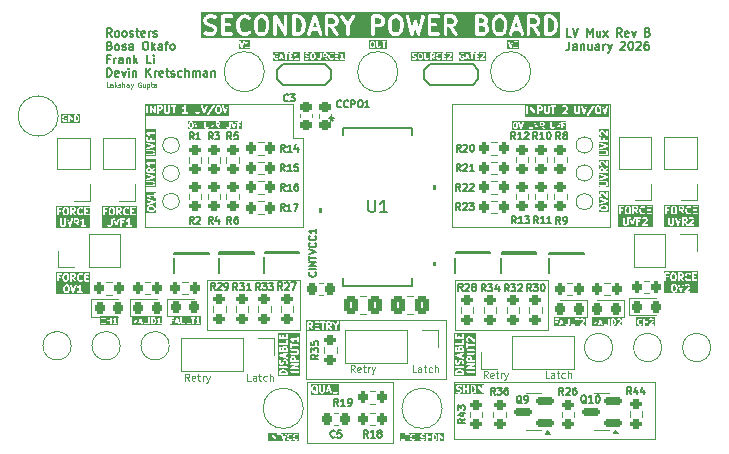
<source format=gbr>
%TF.GenerationSoftware,KiCad,Pcbnew,9.0.6*%
%TF.CreationDate,2026-01-08T14:37:09-06:00*%
%TF.ProjectId,LVMuxPCB,4c564d75-7850-4434-922e-6b696361645f,rev?*%
%TF.SameCoordinates,Original*%
%TF.FileFunction,Legend,Top*%
%TF.FilePolarity,Positive*%
%FSLAX46Y46*%
G04 Gerber Fmt 4.6, Leading zero omitted, Abs format (unit mm)*
G04 Created by KiCad (PCBNEW 9.0.6) date 2026-01-08 14:37:09*
%MOMM*%
%LPD*%
G01*
G04 APERTURE LIST*
G04 Aperture macros list*
%AMRoundRect*
0 Rectangle with rounded corners*
0 $1 Rounding radius*
0 $2 $3 $4 $5 $6 $7 $8 $9 X,Y pos of 4 corners*
0 Add a 4 corners polygon primitive as box body*
4,1,4,$2,$3,$4,$5,$6,$7,$8,$9,$2,$3,0*
0 Add four circle primitives for the rounded corners*
1,1,$1+$1,$2,$3*
1,1,$1+$1,$4,$5*
1,1,$1+$1,$6,$7*
1,1,$1+$1,$8,$9*
0 Add four rect primitives between the rounded corners*
20,1,$1+$1,$2,$3,$4,$5,0*
20,1,$1+$1,$4,$5,$6,$7,0*
20,1,$1+$1,$6,$7,$8,$9,0*
20,1,$1+$1,$8,$9,$2,$3,0*%
G04 Aperture macros list end*
%ADD10C,0.100000*%
%ADD11C,0.150000*%
%ADD12C,0.125000*%
%ADD13C,0.175000*%
%ADD14C,0.300000*%
%ADD15C,0.120000*%
%ADD16C,0.200000*%
%ADD17C,0.152400*%
%ADD18C,0.000000*%
%ADD19RoundRect,0.200000X-0.275000X0.200000X-0.275000X-0.200000X0.275000X-0.200000X0.275000X0.200000X0*%
%ADD20RoundRect,0.218750X0.218750X0.256250X-0.218750X0.256250X-0.218750X-0.256250X0.218750X-0.256250X0*%
%ADD21RoundRect,0.218750X-0.218750X-0.256250X0.218750X-0.256250X0.218750X0.256250X-0.218750X0.256250X0*%
%ADD22RoundRect,0.200000X0.275000X-0.200000X0.275000X0.200000X-0.275000X0.200000X-0.275000X-0.200000X0*%
%ADD23RoundRect,0.225000X-0.250000X0.225000X-0.250000X-0.225000X0.250000X-0.225000X0.250000X0.225000X0*%
%ADD24R,1.700000X1.700000*%
%ADD25C,1.700000*%
%ADD26RoundRect,0.200000X0.200000X0.275000X-0.200000X0.275000X-0.200000X-0.275000X0.200000X-0.275000X0*%
%ADD27R,0.600000X1.300000*%
%ADD28C,3.600000*%
%ADD29C,6.400000*%
%ADD30C,2.000000*%
%ADD31RoundRect,0.225000X-0.225000X-0.250000X0.225000X-0.250000X0.225000X0.250000X-0.225000X0.250000X0*%
%ADD32RoundRect,0.200000X-0.200000X-0.275000X0.200000X-0.275000X0.200000X0.275000X-0.200000X0.275000X0*%
%ADD33RoundRect,0.150000X0.587500X0.150000X-0.587500X0.150000X-0.587500X-0.150000X0.587500X-0.150000X0*%
%ADD34C,1.000000*%
%ADD35C,1.400000*%
%ADD36C,3.000000*%
%ADD37R,1.651000X0.431800*%
%ADD38RoundRect,0.250000X0.337500X0.475000X-0.337500X0.475000X-0.337500X-0.475000X0.337500X-0.475000X0*%
%ADD39C,0.850000*%
G04 APERTURE END LIST*
D10*
X204800000Y-40950000D02*
X218125000Y-40950000D01*
X218125000Y-51400000D01*
X204800000Y-51400000D01*
X204800000Y-40950000D01*
X191300000Y-40950000D02*
X178835000Y-40950000D01*
X204993000Y-64500000D02*
X221957000Y-64500000D01*
X221957000Y-69350000D01*
X204993000Y-69350000D01*
X204993000Y-64500000D01*
X184025000Y-55850000D02*
X191900000Y-55850000D01*
X191900000Y-60100000D01*
X184025000Y-60100000D01*
X184025000Y-55850000D01*
X178835000Y-51400000D02*
X192160000Y-51400000D01*
X192160000Y-43900000D02*
X191300000Y-43900000D01*
X178835000Y-51400000D02*
X178835000Y-40950000D01*
X192490000Y-64500000D02*
X199790000Y-64500000D01*
X199790000Y-69650000D01*
X192490000Y-69650000D01*
X192490000Y-64500000D01*
X192160000Y-51400000D02*
X192160000Y-43900000D01*
X205012500Y-55900000D02*
X212887500Y-55900000D01*
X212887500Y-60150000D01*
X205012500Y-60150000D01*
X205012500Y-55900000D01*
X192440000Y-59275000D02*
X204290000Y-59275000D01*
X204290000Y-64250000D01*
X192440000Y-64250000D01*
X192440000Y-59275000D01*
X191300000Y-43900000D02*
X191300000Y-40950000D01*
D11*
G36*
X190633773Y-63613622D02*
G01*
X190672663Y-63633066D01*
X190708682Y-63669085D01*
X190727805Y-63726454D01*
X190727805Y-63782142D01*
X190277805Y-63782142D01*
X190277805Y-63726454D01*
X190296928Y-63669084D01*
X190332945Y-63633067D01*
X190371837Y-63613621D01*
X190469182Y-63589285D01*
X190536428Y-63589285D01*
X190633773Y-63613622D01*
G37*
G36*
X191381487Y-62475925D02*
G01*
X191392846Y-62487284D01*
X191408057Y-62517705D01*
X191408057Y-62653571D01*
X191243771Y-62653571D01*
X191243771Y-62517704D01*
X191258980Y-62487285D01*
X191270340Y-62475925D01*
X191300762Y-62460714D01*
X191351065Y-62460714D01*
X191381487Y-62475925D01*
G37*
G36*
X190556376Y-62324514D02*
G01*
X190439975Y-62285714D01*
X190556376Y-62246913D01*
X190556376Y-62324514D01*
G37*
G36*
X190386949Y-61661638D02*
G01*
X190398309Y-61672998D01*
X190413519Y-61703418D01*
X190413519Y-61810713D01*
X190277805Y-61810713D01*
X190277805Y-61703418D01*
X190293015Y-61672998D01*
X190304374Y-61661638D01*
X190334796Y-61646428D01*
X190356529Y-61646428D01*
X190386949Y-61661638D01*
G37*
G36*
X190701236Y-61633067D02*
G01*
X190712595Y-61644426D01*
X190727805Y-61674846D01*
X190727805Y-61810713D01*
X190563519Y-61810713D01*
X190563519Y-61697884D01*
X190582642Y-61640513D01*
X190590089Y-61633066D01*
X190620510Y-61617856D01*
X190670813Y-61617856D01*
X190701236Y-61633067D01*
G37*
G36*
X191918771Y-64007142D02*
G01*
X190052805Y-64007142D01*
X190052805Y-63714285D01*
X190127805Y-63714285D01*
X190127805Y-63857142D01*
X190129246Y-63871774D01*
X190140445Y-63898810D01*
X190161137Y-63919502D01*
X190188173Y-63930701D01*
X190202805Y-63932142D01*
X190802805Y-63932142D01*
X190817437Y-63930701D01*
X190844473Y-63919502D01*
X190865165Y-63898810D01*
X190876364Y-63871774D01*
X190877805Y-63857142D01*
X190877805Y-63714285D01*
X190877075Y-63706879D01*
X190877216Y-63704905D01*
X190876625Y-63702307D01*
X190876364Y-63699653D01*
X190875605Y-63697821D01*
X190873956Y-63690568D01*
X190853175Y-63628224D01*
X191095212Y-63628224D01*
X191095212Y-63657488D01*
X191106411Y-63684524D01*
X191127103Y-63705216D01*
X191154139Y-63716415D01*
X191168771Y-63717856D01*
X191768771Y-63717856D01*
X191783403Y-63716415D01*
X191810439Y-63705216D01*
X191831131Y-63684524D01*
X191842330Y-63657488D01*
X191842330Y-63628224D01*
X191831131Y-63601188D01*
X191810439Y-63580496D01*
X191783403Y-63569297D01*
X191768771Y-63567856D01*
X191168771Y-63567856D01*
X191154139Y-63569297D01*
X191127103Y-63580496D01*
X191106411Y-63601188D01*
X191095212Y-63628224D01*
X190853175Y-63628224D01*
X190845385Y-63604854D01*
X190839391Y-63591429D01*
X190837625Y-63589393D01*
X190836594Y-63586903D01*
X190827267Y-63575538D01*
X190770124Y-63518395D01*
X190764374Y-63513676D01*
X190763075Y-63512178D01*
X190760815Y-63510756D01*
X190758759Y-63509068D01*
X190756931Y-63508310D01*
X190750632Y-63504346D01*
X190693489Y-63475775D01*
X190692419Y-63475365D01*
X190691984Y-63475043D01*
X190685838Y-63472847D01*
X190679757Y-63470520D01*
X190679217Y-63470481D01*
X190678138Y-63470096D01*
X190563852Y-63441524D01*
X190561315Y-63441148D01*
X190560294Y-63440726D01*
X190554781Y-63440183D01*
X190549308Y-63439374D01*
X190548215Y-63439536D01*
X190545662Y-63439285D01*
X190459948Y-63439285D01*
X190457394Y-63439536D01*
X190456302Y-63439374D01*
X190450827Y-63440183D01*
X190445316Y-63440726D01*
X190444295Y-63441148D01*
X190441757Y-63441524D01*
X190327472Y-63470096D01*
X190326392Y-63470481D01*
X190325854Y-63470520D01*
X190319786Y-63472841D01*
X190313626Y-63475043D01*
X190313189Y-63475366D01*
X190312122Y-63475775D01*
X190254978Y-63504346D01*
X190248680Y-63508310D01*
X190246851Y-63509068D01*
X190244791Y-63510758D01*
X190242536Y-63512178D01*
X190241238Y-63513674D01*
X190235486Y-63518395D01*
X190178343Y-63575538D01*
X190169016Y-63586903D01*
X190167984Y-63589393D01*
X190166219Y-63591429D01*
X190160225Y-63604855D01*
X190131654Y-63690568D01*
X190130004Y-63697821D01*
X190129246Y-63699653D01*
X190128984Y-63702307D01*
X190128394Y-63704905D01*
X190128534Y-63706879D01*
X190127805Y-63714285D01*
X190052805Y-63714285D01*
X190052805Y-63351903D01*
X191093954Y-63351903D01*
X191095212Y-63361799D01*
X191095212Y-63371774D01*
X191097041Y-63376189D01*
X191097644Y-63380933D01*
X191102594Y-63389597D01*
X191106411Y-63398810D01*
X191109789Y-63402188D01*
X191112163Y-63406342D01*
X191120052Y-63412451D01*
X191127103Y-63419502D01*
X191131519Y-63421331D01*
X191135300Y-63424259D01*
X191144923Y-63426883D01*
X191154139Y-63430701D01*
X191161621Y-63431437D01*
X191163532Y-63431959D01*
X191165007Y-63431771D01*
X191168771Y-63432142D01*
X191768771Y-63432142D01*
X191783403Y-63430701D01*
X191810439Y-63419502D01*
X191831131Y-63398810D01*
X191842330Y-63371774D01*
X191842330Y-63342510D01*
X191831131Y-63315474D01*
X191810439Y-63294782D01*
X191783403Y-63283583D01*
X191768771Y-63282142D01*
X191451188Y-63282142D01*
X191805982Y-63079403D01*
X191809065Y-63077213D01*
X191810439Y-63076645D01*
X191811838Y-63075245D01*
X191817971Y-63070892D01*
X191824078Y-63063005D01*
X191831131Y-63055953D01*
X191832960Y-63051536D01*
X191835889Y-63047755D01*
X191838514Y-63038129D01*
X191842330Y-63028917D01*
X191842330Y-63024136D01*
X191843588Y-63019524D01*
X191842330Y-63009626D01*
X191842330Y-62999653D01*
X191840501Y-62995237D01*
X191839898Y-62990493D01*
X191834946Y-62981827D01*
X191831131Y-62972617D01*
X191827752Y-62969238D01*
X191825379Y-62965085D01*
X191817489Y-62958975D01*
X191810439Y-62951925D01*
X191806022Y-62950095D01*
X191802242Y-62947168D01*
X191792618Y-62944543D01*
X191783403Y-62940726D01*
X191775920Y-62939989D01*
X191774010Y-62939468D01*
X191772534Y-62939655D01*
X191768771Y-62939285D01*
X191168771Y-62939285D01*
X191154139Y-62940726D01*
X191127103Y-62951925D01*
X191106411Y-62972617D01*
X191095212Y-62999653D01*
X191095212Y-63028917D01*
X191106411Y-63055953D01*
X191127103Y-63076645D01*
X191154139Y-63087844D01*
X191168771Y-63089285D01*
X191486354Y-63089285D01*
X191131561Y-63292024D01*
X191128477Y-63294212D01*
X191127103Y-63294782D01*
X191125703Y-63296181D01*
X191119571Y-63300534D01*
X191113461Y-63308423D01*
X191106411Y-63315474D01*
X191104581Y-63319890D01*
X191101654Y-63323671D01*
X191099029Y-63333294D01*
X191095212Y-63342510D01*
X191095212Y-63347290D01*
X191093954Y-63351903D01*
X190052805Y-63351903D01*
X190052805Y-63242510D01*
X190129246Y-63242510D01*
X190129246Y-63271774D01*
X190140445Y-63298810D01*
X190161137Y-63319502D01*
X190188173Y-63330701D01*
X190202805Y-63332142D01*
X190802805Y-63332142D01*
X190817437Y-63330701D01*
X190844473Y-63319502D01*
X190865165Y-63298810D01*
X190876364Y-63271774D01*
X190876364Y-63242510D01*
X190865165Y-63215474D01*
X190844473Y-63194782D01*
X190817437Y-63183583D01*
X190802805Y-63182142D01*
X190202805Y-63182142D01*
X190188173Y-63183583D01*
X190161137Y-63194782D01*
X190140445Y-63215474D01*
X190129246Y-63242510D01*
X190052805Y-63242510D01*
X190052805Y-62742857D01*
X190127805Y-62742857D01*
X190127805Y-62885714D01*
X190129246Y-62900346D01*
X190130277Y-62902835D01*
X190130468Y-62905523D01*
X190135723Y-62919255D01*
X190164294Y-62976398D01*
X190168257Y-62982695D01*
X190169016Y-62984526D01*
X190170706Y-62986585D01*
X190172126Y-62988841D01*
X190173623Y-62990139D01*
X190178344Y-62995891D01*
X190206916Y-63024462D01*
X190212667Y-63029182D01*
X190213964Y-63030677D01*
X190216217Y-63032095D01*
X190218281Y-63033789D01*
X190220112Y-63034547D01*
X190226407Y-63038510D01*
X190283549Y-63067082D01*
X190297281Y-63072337D01*
X190299970Y-63072528D01*
X190302459Y-63073559D01*
X190317091Y-63075000D01*
X190374234Y-63075000D01*
X190388866Y-63073559D01*
X190391354Y-63072528D01*
X190394044Y-63072337D01*
X190407776Y-63067082D01*
X190464918Y-63038510D01*
X190471214Y-63034546D01*
X190473043Y-63033789D01*
X190475102Y-63032098D01*
X190477361Y-63030677D01*
X190478659Y-63029179D01*
X190484408Y-63024462D01*
X190512980Y-62995891D01*
X190517703Y-62990136D01*
X190519198Y-62988840D01*
X190520615Y-62986587D01*
X190522308Y-62984526D01*
X190523066Y-62982693D01*
X190527030Y-62976398D01*
X190555601Y-62919254D01*
X190556009Y-62918186D01*
X190556333Y-62917750D01*
X190558534Y-62911589D01*
X190560856Y-62905522D01*
X190560894Y-62904983D01*
X190561280Y-62903904D01*
X190587855Y-62797603D01*
X190607301Y-62758713D01*
X190618661Y-62747353D01*
X190649081Y-62732143D01*
X190670815Y-62732143D01*
X190701234Y-62747352D01*
X190712595Y-62758713D01*
X190727805Y-62789133D01*
X190727805Y-62902117D01*
X190703083Y-62976283D01*
X190699823Y-62990620D01*
X190701898Y-63019810D01*
X190714984Y-63045984D01*
X190737092Y-63065157D01*
X190764854Y-63074411D01*
X190794044Y-63072336D01*
X190820218Y-63059250D01*
X190839391Y-63037142D01*
X190845385Y-63023717D01*
X190873956Y-62938003D01*
X190875605Y-62930749D01*
X190876364Y-62928918D01*
X190876625Y-62926263D01*
X190877216Y-62923666D01*
X190877075Y-62921691D01*
X190877805Y-62914286D01*
X190877805Y-62771428D01*
X190876364Y-62756796D01*
X190875332Y-62754306D01*
X190875142Y-62751619D01*
X190869887Y-62737887D01*
X190841316Y-62680745D01*
X190837353Y-62674450D01*
X190836595Y-62672618D01*
X190834903Y-62670556D01*
X190833484Y-62668302D01*
X190831987Y-62667003D01*
X190827267Y-62661253D01*
X190798695Y-62632681D01*
X190792945Y-62627962D01*
X190791646Y-62626464D01*
X190789386Y-62625042D01*
X190787330Y-62623354D01*
X190785502Y-62622596D01*
X190779203Y-62618632D01*
X190722060Y-62590061D01*
X190708328Y-62584806D01*
X190705640Y-62584615D01*
X190703151Y-62583584D01*
X190688519Y-62582143D01*
X190631376Y-62582143D01*
X190616744Y-62583584D01*
X190614254Y-62584615D01*
X190611567Y-62584806D01*
X190597835Y-62590061D01*
X190540693Y-62618632D01*
X190534398Y-62622594D01*
X190532566Y-62623353D01*
X190530504Y-62625044D01*
X190528250Y-62626464D01*
X190526951Y-62627960D01*
X190521201Y-62632681D01*
X190492629Y-62661253D01*
X190487908Y-62667004D01*
X190486413Y-62668302D01*
X190484993Y-62670556D01*
X190483302Y-62672618D01*
X190482543Y-62674448D01*
X190478580Y-62680745D01*
X190450009Y-62737887D01*
X190449599Y-62738956D01*
X190449277Y-62739392D01*
X190447081Y-62745537D01*
X190444754Y-62751619D01*
X190444715Y-62752158D01*
X190444330Y-62753238D01*
X190417754Y-62859538D01*
X190398309Y-62898429D01*
X190386950Y-62909788D01*
X190356527Y-62925000D01*
X190334796Y-62925000D01*
X190304374Y-62909788D01*
X190293014Y-62898428D01*
X190277805Y-62868009D01*
X190277805Y-62755026D01*
X190302527Y-62680860D01*
X190305787Y-62666523D01*
X190303712Y-62637333D01*
X190290625Y-62611160D01*
X190268518Y-62591986D01*
X190240756Y-62582732D01*
X190211566Y-62584807D01*
X190185392Y-62597894D01*
X190166219Y-62620001D01*
X190160225Y-62633427D01*
X190131654Y-62719140D01*
X190130004Y-62726393D01*
X190129246Y-62728225D01*
X190128984Y-62730879D01*
X190128394Y-62733477D01*
X190128534Y-62735451D01*
X190127805Y-62742857D01*
X190052805Y-62742857D01*
X190052805Y-62276334D01*
X190128394Y-62276334D01*
X190129060Y-62285714D01*
X190128394Y-62295094D01*
X190130089Y-62300179D01*
X190130469Y-62305524D01*
X190134673Y-62313933D01*
X190137648Y-62322857D01*
X190141159Y-62326905D01*
X190143555Y-62331697D01*
X190150659Y-62337859D01*
X190156822Y-62344964D01*
X190161613Y-62347359D01*
X190165662Y-62350871D01*
X190179088Y-62356865D01*
X190779088Y-62556865D01*
X190793425Y-62560125D01*
X190822615Y-62558051D01*
X190848789Y-62544964D01*
X190867963Y-62522857D01*
X190875582Y-62500000D01*
X191093771Y-62500000D01*
X191093771Y-62728571D01*
X191095212Y-62743203D01*
X191106411Y-62770239D01*
X191127103Y-62790931D01*
X191154139Y-62802130D01*
X191168771Y-62803571D01*
X191768771Y-62803571D01*
X191783403Y-62802130D01*
X191810439Y-62790931D01*
X191831131Y-62770239D01*
X191842330Y-62743203D01*
X191842330Y-62713939D01*
X191831131Y-62686903D01*
X191810439Y-62666211D01*
X191783403Y-62655012D01*
X191768771Y-62653571D01*
X191558057Y-62653571D01*
X191558057Y-62500000D01*
X191556616Y-62485368D01*
X191555585Y-62482879D01*
X191555394Y-62480190D01*
X191550139Y-62466458D01*
X191521567Y-62409316D01*
X191517603Y-62403019D01*
X191516845Y-62401189D01*
X191515153Y-62399127D01*
X191513734Y-62396873D01*
X191512238Y-62395576D01*
X191507518Y-62389824D01*
X191478947Y-62361253D01*
X191473194Y-62356532D01*
X191471898Y-62355037D01*
X191469643Y-62353617D01*
X191467582Y-62351926D01*
X191465751Y-62351167D01*
X191459455Y-62347204D01*
X191402312Y-62318632D01*
X191388581Y-62313377D01*
X191385891Y-62313185D01*
X191383403Y-62312155D01*
X191368771Y-62310714D01*
X191283057Y-62310714D01*
X191268425Y-62312155D01*
X191265936Y-62313185D01*
X191263247Y-62313377D01*
X191249515Y-62318632D01*
X191192373Y-62347204D01*
X191186078Y-62351166D01*
X191184247Y-62351925D01*
X191182183Y-62353618D01*
X191179930Y-62355037D01*
X191178633Y-62356531D01*
X191172882Y-62361252D01*
X191144310Y-62389823D01*
X191139589Y-62395574D01*
X191138092Y-62396873D01*
X191136672Y-62399128D01*
X191134982Y-62401188D01*
X191134223Y-62403018D01*
X191130260Y-62409316D01*
X191101689Y-62466459D01*
X191096434Y-62480191D01*
X191096243Y-62482878D01*
X191095212Y-62485368D01*
X191093771Y-62500000D01*
X190875582Y-62500000D01*
X190877217Y-62495094D01*
X190875142Y-62465904D01*
X190862055Y-62439731D01*
X190839948Y-62420557D01*
X190826523Y-62414563D01*
X190706376Y-62374514D01*
X190706376Y-62196913D01*
X190826523Y-62156865D01*
X190839948Y-62150871D01*
X190862055Y-62131697D01*
X190875142Y-62105524D01*
X190877217Y-62076334D01*
X190867963Y-62048571D01*
X190848789Y-62026464D01*
X190822615Y-62013377D01*
X190793425Y-62011303D01*
X190779088Y-62014563D01*
X190179088Y-62214563D01*
X190165662Y-62220557D01*
X190161613Y-62224068D01*
X190156822Y-62226464D01*
X190150659Y-62233568D01*
X190143555Y-62239731D01*
X190141159Y-62244522D01*
X190137648Y-62248571D01*
X190134673Y-62257494D01*
X190130469Y-62265904D01*
X190130089Y-62271248D01*
X190128394Y-62276334D01*
X190052805Y-62276334D01*
X190052805Y-61685713D01*
X190127805Y-61685713D01*
X190127805Y-61885713D01*
X190129246Y-61900345D01*
X190140445Y-61927381D01*
X190161137Y-61948073D01*
X190188173Y-61959272D01*
X190202805Y-61960713D01*
X190802805Y-61960713D01*
X190817437Y-61959272D01*
X190844473Y-61948073D01*
X190865165Y-61927381D01*
X190876364Y-61900345D01*
X190877805Y-61885713D01*
X190877805Y-61771082D01*
X191095212Y-61771082D01*
X191095212Y-61800346D01*
X191106411Y-61827382D01*
X191127103Y-61848074D01*
X191154139Y-61859273D01*
X191168771Y-61860714D01*
X191636779Y-61860714D01*
X191667202Y-61875925D01*
X191678561Y-61887284D01*
X191693771Y-61917704D01*
X191693771Y-61996581D01*
X191678561Y-62027001D01*
X191667200Y-62038361D01*
X191636781Y-62053571D01*
X191168771Y-62053571D01*
X191154139Y-62055012D01*
X191127103Y-62066211D01*
X191106411Y-62086903D01*
X191095212Y-62113939D01*
X191095212Y-62143203D01*
X191106411Y-62170239D01*
X191127103Y-62190931D01*
X191154139Y-62202130D01*
X191168771Y-62203571D01*
X191654485Y-62203571D01*
X191669117Y-62202130D01*
X191671606Y-62201098D01*
X191674294Y-62200908D01*
X191688026Y-62195653D01*
X191745169Y-62167082D01*
X191751465Y-62163118D01*
X191753295Y-62162361D01*
X191755353Y-62160671D01*
X191757612Y-62159250D01*
X191758911Y-62157751D01*
X191764660Y-62153034D01*
X191793232Y-62124463D01*
X191797955Y-62118708D01*
X191799450Y-62117412D01*
X191800867Y-62115159D01*
X191802560Y-62113098D01*
X191803318Y-62111265D01*
X191807282Y-62104970D01*
X191835853Y-62047826D01*
X191841108Y-62034094D01*
X191841298Y-62031407D01*
X191842330Y-62028918D01*
X191843771Y-62014286D01*
X191843771Y-61900000D01*
X191842330Y-61885368D01*
X191841298Y-61882878D01*
X191841108Y-61880192D01*
X191835853Y-61866460D01*
X191807282Y-61809316D01*
X191803318Y-61803020D01*
X191802560Y-61801188D01*
X191800867Y-61799126D01*
X191799450Y-61796874D01*
X191797955Y-61795577D01*
X191793232Y-61789823D01*
X191764660Y-61761252D01*
X191758908Y-61756531D01*
X191757612Y-61755037D01*
X191755358Y-61753618D01*
X191753295Y-61751925D01*
X191751463Y-61751166D01*
X191745169Y-61747204D01*
X191688026Y-61718632D01*
X191674295Y-61713377D01*
X191671605Y-61713185D01*
X191669117Y-61712155D01*
X191654485Y-61710714D01*
X191168771Y-61710714D01*
X191154139Y-61712155D01*
X191127103Y-61723354D01*
X191106411Y-61744046D01*
X191095212Y-61771082D01*
X190877805Y-61771082D01*
X190877805Y-61657142D01*
X190876364Y-61642510D01*
X190875332Y-61640020D01*
X190875142Y-61637334D01*
X190869887Y-61623602D01*
X190841316Y-61566458D01*
X190837352Y-61560162D01*
X190836594Y-61558330D01*
X190834901Y-61556268D01*
X190833484Y-61554016D01*
X190831989Y-61552719D01*
X190827266Y-61546965D01*
X190798694Y-61518394D01*
X190792942Y-61513673D01*
X190791646Y-61512179D01*
X190789392Y-61510760D01*
X190787329Y-61509067D01*
X190785497Y-61508308D01*
X190779203Y-61504346D01*
X190722060Y-61475774D01*
X190708329Y-61470519D01*
X190705639Y-61470327D01*
X190703151Y-61469297D01*
X190688519Y-61467856D01*
X190602805Y-61467856D01*
X190588173Y-61469297D01*
X190585684Y-61470327D01*
X190582995Y-61470519D01*
X190569263Y-61475774D01*
X190512121Y-61504346D01*
X190505824Y-61508309D01*
X190503994Y-61509068D01*
X190501932Y-61510759D01*
X190499678Y-61512179D01*
X190498381Y-61513674D01*
X190492629Y-61518395D01*
X190473231Y-61537792D01*
X190473044Y-61537639D01*
X190471213Y-61536880D01*
X190464917Y-61532917D01*
X190407775Y-61504346D01*
X190394043Y-61499091D01*
X190391355Y-61498900D01*
X190388866Y-61497869D01*
X190374234Y-61496428D01*
X190317091Y-61496428D01*
X190302459Y-61497869D01*
X190299969Y-61498900D01*
X190297283Y-61499091D01*
X190283551Y-61504346D01*
X190226407Y-61532917D01*
X190220113Y-61536878D01*
X190218280Y-61537638D01*
X190216216Y-61539331D01*
X190213965Y-61540749D01*
X190212668Y-61542243D01*
X190206915Y-61546966D01*
X190178343Y-61575538D01*
X190173622Y-61581289D01*
X190172127Y-61582587D01*
X190170707Y-61584841D01*
X190169016Y-61586903D01*
X190168257Y-61588733D01*
X190164294Y-61595030D01*
X190135723Y-61652172D01*
X190130468Y-61665904D01*
X190130277Y-61668591D01*
X190129246Y-61671081D01*
X190127805Y-61685713D01*
X190052805Y-61685713D01*
X190052805Y-61271081D01*
X190129246Y-61271081D01*
X190129246Y-61300345D01*
X190140445Y-61327381D01*
X190161137Y-61348073D01*
X190188173Y-61359272D01*
X190202805Y-61360713D01*
X190802805Y-61360713D01*
X190817437Y-61359272D01*
X190844473Y-61348073D01*
X190865165Y-61327381D01*
X190876364Y-61300345D01*
X190877805Y-61285713D01*
X190877805Y-61242858D01*
X191093771Y-61242858D01*
X191093771Y-61585715D01*
X191095212Y-61600347D01*
X191106411Y-61627383D01*
X191127103Y-61648075D01*
X191154139Y-61659274D01*
X191183403Y-61659274D01*
X191210439Y-61648075D01*
X191231131Y-61627383D01*
X191242330Y-61600347D01*
X191243771Y-61585715D01*
X191243771Y-61489286D01*
X191768771Y-61489286D01*
X191783403Y-61487845D01*
X191810439Y-61476646D01*
X191831131Y-61455954D01*
X191842330Y-61428918D01*
X191842330Y-61399654D01*
X191831131Y-61372618D01*
X191810439Y-61351926D01*
X191783403Y-61340727D01*
X191768771Y-61339286D01*
X191243771Y-61339286D01*
X191243771Y-61242858D01*
X191242330Y-61228226D01*
X191231131Y-61201190D01*
X191210439Y-61180498D01*
X191183403Y-61169299D01*
X191154139Y-61169299D01*
X191127103Y-61180498D01*
X191106411Y-61201190D01*
X191095212Y-61228226D01*
X191093771Y-61242858D01*
X190877805Y-61242858D01*
X190877805Y-60999999D01*
X190876364Y-60985367D01*
X190865165Y-60958331D01*
X190844473Y-60937639D01*
X190817437Y-60926440D01*
X190788173Y-60926440D01*
X190761137Y-60937639D01*
X190740445Y-60958331D01*
X190729246Y-60985367D01*
X190727805Y-60999999D01*
X190727805Y-61210713D01*
X190202805Y-61210713D01*
X190188173Y-61212154D01*
X190161137Y-61223353D01*
X190140445Y-61244045D01*
X190129246Y-61271081D01*
X190052805Y-61271081D01*
X190052805Y-60900079D01*
X191093771Y-60900079D01*
X191095212Y-60907283D01*
X191095212Y-60914632D01*
X191098053Y-60921492D01*
X191099510Y-60928773D01*
X191103598Y-60934878D01*
X191106411Y-60941668D01*
X191111661Y-60946918D01*
X191115793Y-60953088D01*
X191127051Y-60962308D01*
X191127103Y-60962360D01*
X191127125Y-60962369D01*
X191127168Y-60962404D01*
X191206703Y-61015427D01*
X191249989Y-61058713D01*
X191273118Y-61104970D01*
X191280951Y-61117413D01*
X191303058Y-61136586D01*
X191330820Y-61145840D01*
X191360010Y-61143766D01*
X191386184Y-61130678D01*
X191405357Y-61108570D01*
X191414611Y-61080809D01*
X191412537Y-61051619D01*
X191407282Y-61037887D01*
X191378710Y-60980745D01*
X191375093Y-60975000D01*
X191693771Y-60975000D01*
X191693771Y-61071429D01*
X191695212Y-61086061D01*
X191706411Y-61113097D01*
X191727103Y-61133789D01*
X191754139Y-61144988D01*
X191783403Y-61144988D01*
X191810439Y-61133789D01*
X191831131Y-61113097D01*
X191842330Y-61086061D01*
X191843771Y-61071429D01*
X191843771Y-60728572D01*
X191842330Y-60713940D01*
X191831131Y-60686904D01*
X191810439Y-60666212D01*
X191783403Y-60655013D01*
X191754139Y-60655013D01*
X191727103Y-60666212D01*
X191706411Y-60686904D01*
X191695212Y-60713940D01*
X191693771Y-60728572D01*
X191693771Y-60825000D01*
X191168771Y-60825000D01*
X191168718Y-60825005D01*
X191168692Y-60825000D01*
X191168615Y-60825015D01*
X191154139Y-60826441D01*
X191147278Y-60829282D01*
X191139998Y-60830739D01*
X191133892Y-60834827D01*
X191127103Y-60837640D01*
X191121852Y-60842890D01*
X191115683Y-60847022D01*
X191111606Y-60853136D01*
X191106411Y-60858332D01*
X191103569Y-60865192D01*
X191099450Y-60871371D01*
X191098024Y-60878579D01*
X191095212Y-60885368D01*
X191095212Y-60892794D01*
X191093771Y-60900079D01*
X190052805Y-60900079D01*
X190052805Y-60514285D01*
X190127805Y-60514285D01*
X190127805Y-60799999D01*
X190129246Y-60814631D01*
X190140445Y-60841667D01*
X190161137Y-60862359D01*
X190188173Y-60873558D01*
X190202805Y-60874999D01*
X190802805Y-60874999D01*
X190817437Y-60873558D01*
X190844473Y-60862359D01*
X190865165Y-60841667D01*
X190876364Y-60814631D01*
X190877805Y-60799999D01*
X190877805Y-60514285D01*
X190876364Y-60499653D01*
X190865165Y-60472617D01*
X190844473Y-60451925D01*
X190817437Y-60440726D01*
X190788173Y-60440726D01*
X190761137Y-60451925D01*
X190740445Y-60472617D01*
X190729246Y-60499653D01*
X190727805Y-60514285D01*
X190727805Y-60724999D01*
X190563519Y-60724999D01*
X190563519Y-60599999D01*
X190562078Y-60585367D01*
X190550879Y-60558331D01*
X190530187Y-60537639D01*
X190503151Y-60526440D01*
X190473887Y-60526440D01*
X190446851Y-60537639D01*
X190426159Y-60558331D01*
X190414960Y-60585367D01*
X190413519Y-60599999D01*
X190413519Y-60724999D01*
X190277805Y-60724999D01*
X190277805Y-60514285D01*
X190276364Y-60499653D01*
X190265165Y-60472617D01*
X190244473Y-60451925D01*
X190217437Y-60440726D01*
X190188173Y-60440726D01*
X190161137Y-60451925D01*
X190140445Y-60472617D01*
X190129246Y-60499653D01*
X190127805Y-60514285D01*
X190052805Y-60514285D01*
X190052805Y-60365726D01*
X191918771Y-60365726D01*
X191918771Y-64007142D01*
G37*
D12*
G36*
X202170120Y-36757485D02*
G01*
X202198325Y-36785690D01*
X202216071Y-36856671D01*
X202216071Y-37007946D01*
X202198325Y-37078926D01*
X202170118Y-37107134D01*
X202144769Y-37119809D01*
X202079039Y-37119809D01*
X202053690Y-37107134D01*
X202025482Y-37078926D01*
X202007738Y-37007948D01*
X202007738Y-36856669D01*
X202025482Y-36785690D01*
X202053689Y-36757483D01*
X202079038Y-36744809D01*
X202144769Y-36744809D01*
X202170120Y-36757485D01*
G37*
G36*
X203217741Y-36757485D02*
G01*
X203227206Y-36766950D01*
X203239881Y-36792300D01*
X203239881Y-36834222D01*
X203227206Y-36859572D01*
X203217741Y-36869037D01*
X203192389Y-36881714D01*
X203079167Y-36881714D01*
X203079167Y-36744809D01*
X203192389Y-36744809D01*
X203217741Y-36757485D01*
G37*
G36*
X204855953Y-37307309D02*
G01*
X201344048Y-37307309D01*
X201344048Y-36777547D01*
X201406548Y-36777547D01*
X201406548Y-36825166D01*
X201407158Y-36828235D01*
X201406705Y-36829596D01*
X201409352Y-36839262D01*
X201411306Y-36849084D01*
X201412319Y-36850097D01*
X201413146Y-36853116D01*
X201436955Y-36900735D01*
X201443098Y-36908650D01*
X201448663Y-36916979D01*
X201472473Y-36940789D01*
X201480799Y-36946352D01*
X201488717Y-36952497D01*
X201536335Y-36976306D01*
X201542936Y-36978113D01*
X201549127Y-36981038D01*
X201637710Y-37003184D01*
X201670121Y-37019389D01*
X201679586Y-37028855D01*
X201692262Y-37054205D01*
X201692262Y-37072317D01*
X201679586Y-37097667D01*
X201670121Y-37107133D01*
X201644770Y-37119809D01*
X201550619Y-37119809D01*
X201488812Y-37099207D01*
X201464617Y-37096158D01*
X201421832Y-37117550D01*
X201406706Y-37162931D01*
X201428098Y-37205716D01*
X201449284Y-37217793D01*
X201520712Y-37241602D01*
X201530655Y-37242855D01*
X201540476Y-37244809D01*
X201659524Y-37244809D01*
X201662593Y-37244198D01*
X201663954Y-37244652D01*
X201673620Y-37242004D01*
X201683442Y-37240051D01*
X201684455Y-37239037D01*
X201687474Y-37238211D01*
X201735093Y-37214402D01*
X201743007Y-37208259D01*
X201751338Y-37202693D01*
X201775147Y-37178883D01*
X201780714Y-37170549D01*
X201786853Y-37162641D01*
X201810664Y-37115022D01*
X201811490Y-37112002D01*
X201812504Y-37110989D01*
X201814458Y-37101163D01*
X201817104Y-37091502D01*
X201816650Y-37090142D01*
X201817262Y-37087071D01*
X201817262Y-37039452D01*
X201816650Y-37036380D01*
X201817104Y-37035021D01*
X201814458Y-37025359D01*
X201812504Y-37015534D01*
X201811490Y-37014520D01*
X201810664Y-37011501D01*
X201786853Y-36963882D01*
X201780714Y-36955973D01*
X201775147Y-36947640D01*
X201751338Y-36923830D01*
X201743007Y-36918263D01*
X201735093Y-36912121D01*
X201687474Y-36888312D01*
X201680872Y-36886504D01*
X201674683Y-36883580D01*
X201586098Y-36861433D01*
X201561184Y-36848976D01*
X201882738Y-36848976D01*
X201882738Y-37015642D01*
X201884231Y-37023151D01*
X201884604Y-37030800D01*
X201908413Y-37126038D01*
X201911304Y-37132157D01*
X201911304Y-37134797D01*
X201915560Y-37141168D01*
X201918830Y-37148088D01*
X201921090Y-37149444D01*
X201924852Y-37155074D01*
X201972471Y-37202694D01*
X201980804Y-37208261D01*
X201988716Y-37214402D01*
X202036334Y-37238211D01*
X202039353Y-37239037D01*
X202040367Y-37240051D01*
X202050194Y-37242005D01*
X202059855Y-37244651D01*
X202061213Y-37244198D01*
X202064285Y-37244809D01*
X202159523Y-37244809D01*
X202162592Y-37244198D01*
X202163953Y-37244652D01*
X202173619Y-37242004D01*
X202183441Y-37240051D01*
X202184454Y-37239037D01*
X202187473Y-37238211D01*
X202235092Y-37214402D01*
X202243000Y-37208263D01*
X202251337Y-37202694D01*
X202298956Y-37155074D01*
X202302715Y-37149446D01*
X202304978Y-37148089D01*
X202308250Y-37141162D01*
X202312503Y-37134797D01*
X202312503Y-37132160D01*
X202315395Y-37126039D01*
X202339205Y-37030801D01*
X202339577Y-37023151D01*
X202341071Y-37015642D01*
X202341071Y-36848976D01*
X202339577Y-36841466D01*
X202339205Y-36833817D01*
X202315395Y-36738579D01*
X202312503Y-36732457D01*
X202312503Y-36729821D01*
X202308251Y-36723457D01*
X202304978Y-36716529D01*
X202302714Y-36715171D01*
X202298955Y-36709544D01*
X202271720Y-36682309D01*
X202430357Y-36682309D01*
X202430357Y-37087071D01*
X202430968Y-37090142D01*
X202430515Y-37091502D01*
X202433159Y-37101158D01*
X202435115Y-37110989D01*
X202436129Y-37112003D01*
X202436956Y-37115022D01*
X202460766Y-37162641D01*
X202466904Y-37170549D01*
X202472472Y-37178883D01*
X202496281Y-37202693D01*
X202504608Y-37208257D01*
X202512526Y-37214402D01*
X202560144Y-37238211D01*
X202563163Y-37239037D01*
X202564177Y-37240051D01*
X202574004Y-37242005D01*
X202583665Y-37244651D01*
X202585023Y-37244198D01*
X202588095Y-37244809D01*
X202683333Y-37244809D01*
X202686402Y-37244198D01*
X202687763Y-37244652D01*
X202697429Y-37242004D01*
X202707251Y-37240051D01*
X202708264Y-37239037D01*
X202711283Y-37238211D01*
X202758902Y-37214402D01*
X202766817Y-37208258D01*
X202775146Y-37202694D01*
X202798956Y-37178884D01*
X202804519Y-37170557D01*
X202810664Y-37162640D01*
X202834473Y-37115022D01*
X202835299Y-37112002D01*
X202836313Y-37110989D01*
X202838267Y-37101161D01*
X202840913Y-37091501D01*
X202840460Y-37090142D01*
X202841071Y-37087071D01*
X202841071Y-36682309D01*
X202954167Y-36682309D01*
X202954167Y-37182309D01*
X202958925Y-37206227D01*
X202992749Y-37240051D01*
X203040585Y-37240051D01*
X203074409Y-37206227D01*
X203079167Y-37182309D01*
X203079167Y-37006714D01*
X203103174Y-37006714D01*
X203251179Y-37218151D01*
X203268793Y-37235016D01*
X203315900Y-37243329D01*
X203355088Y-37215897D01*
X203363401Y-37168791D01*
X203353583Y-37146468D01*
X203246977Y-36994173D01*
X203282713Y-36976305D01*
X203290621Y-36970166D01*
X203298955Y-36964599D01*
X203322765Y-36940790D01*
X203328329Y-36932462D01*
X203334474Y-36924545D01*
X203348449Y-36896595D01*
X203430358Y-36896595D01*
X203430358Y-36968023D01*
X203431851Y-36975532D01*
X203432224Y-36983181D01*
X203456033Y-37078419D01*
X203458958Y-37084611D01*
X203460766Y-37091212D01*
X203484576Y-37138831D01*
X203490709Y-37146733D01*
X203496282Y-37155074D01*
X203543901Y-37202694D01*
X203546504Y-37204433D01*
X203547146Y-37205716D01*
X203555850Y-37210677D01*
X203564178Y-37216242D01*
X203565611Y-37216242D01*
X203568332Y-37217793D01*
X203639760Y-37241602D01*
X203649703Y-37242855D01*
X203659524Y-37244809D01*
X203707143Y-37244809D01*
X203716969Y-37242854D01*
X203726907Y-37241602D01*
X203798336Y-37217793D01*
X203801056Y-37216242D01*
X203802490Y-37216242D01*
X203810813Y-37210680D01*
X203819522Y-37205716D01*
X203820163Y-37204432D01*
X203822767Y-37202693D01*
X203846576Y-37178883D01*
X203860124Y-37158606D01*
X203860123Y-37110771D01*
X203826297Y-37076947D01*
X203778463Y-37076948D01*
X203758186Y-37090497D01*
X203744810Y-37103872D01*
X203697000Y-37119809D01*
X203669667Y-37119809D01*
X203621858Y-37103873D01*
X203591842Y-37073856D01*
X203575637Y-37041448D01*
X203555358Y-36960329D01*
X203555358Y-36904288D01*
X203575637Y-36823169D01*
X203591843Y-36790759D01*
X203621856Y-36760746D01*
X203669668Y-36744809D01*
X203697000Y-36744809D01*
X203744811Y-36760746D01*
X203758187Y-36774122D01*
X203778464Y-36787670D01*
X203826298Y-36787670D01*
X203860123Y-36753845D01*
X203860123Y-36706011D01*
X203846575Y-36685734D01*
X203843150Y-36682309D01*
X203954167Y-36682309D01*
X203954167Y-37182309D01*
X203958925Y-37206226D01*
X203958925Y-37206227D01*
X203992749Y-37240051D01*
X204016667Y-37244809D01*
X204254762Y-37244809D01*
X204278680Y-37240051D01*
X204312504Y-37206227D01*
X204312504Y-37158391D01*
X204363687Y-37158391D01*
X204363687Y-37206227D01*
X204397511Y-37240051D01*
X204421429Y-37244809D01*
X204730953Y-37244809D01*
X204754871Y-37240051D01*
X204788695Y-37206227D01*
X204788695Y-37158391D01*
X204754871Y-37124567D01*
X204730953Y-37119809D01*
X204572317Y-37119809D01*
X204751337Y-36940789D01*
X204753076Y-36938185D01*
X204754358Y-36937545D01*
X204759317Y-36928846D01*
X204764886Y-36920512D01*
X204764886Y-36919077D01*
X204766436Y-36916359D01*
X204790246Y-36844930D01*
X204791498Y-36834991D01*
X204793453Y-36825166D01*
X204793453Y-36777547D01*
X204792841Y-36774475D01*
X204793295Y-36773116D01*
X204790649Y-36763454D01*
X204788695Y-36753629D01*
X204787681Y-36752615D01*
X204786855Y-36749596D01*
X204763044Y-36701977D01*
X204756903Y-36694065D01*
X204751337Y-36685734D01*
X204727528Y-36661925D01*
X204719196Y-36656358D01*
X204711285Y-36650218D01*
X204663666Y-36626408D01*
X204660647Y-36625581D01*
X204659633Y-36624567D01*
X204649802Y-36622611D01*
X204640146Y-36619967D01*
X204638786Y-36620420D01*
X204635715Y-36619809D01*
X204516667Y-36619809D01*
X204513595Y-36620420D01*
X204512236Y-36619967D01*
X204502574Y-36622612D01*
X204492749Y-36624567D01*
X204491735Y-36625580D01*
X204488716Y-36626407D01*
X204441097Y-36650218D01*
X204433185Y-36656358D01*
X204424854Y-36661925D01*
X204401045Y-36685734D01*
X204387497Y-36706011D01*
X204387497Y-36753845D01*
X204421322Y-36787670D01*
X204469156Y-36787670D01*
X204489433Y-36774122D01*
X204506071Y-36757483D01*
X204531420Y-36744809D01*
X204620961Y-36744809D01*
X204646312Y-36757485D01*
X204655778Y-36766951D01*
X204668453Y-36792300D01*
X204668453Y-36815022D01*
X204652515Y-36862834D01*
X204377235Y-37138115D01*
X204363689Y-37158388D01*
X204363687Y-37158391D01*
X204312504Y-37158391D01*
X204278680Y-37124567D01*
X204254762Y-37119809D01*
X204079167Y-37119809D01*
X204079167Y-36982904D01*
X204183334Y-36982904D01*
X204207252Y-36978146D01*
X204241076Y-36944322D01*
X204241076Y-36896486D01*
X204207252Y-36862662D01*
X204183334Y-36857904D01*
X204079167Y-36857904D01*
X204079167Y-36744809D01*
X204254762Y-36744809D01*
X204278680Y-36740051D01*
X204312504Y-36706227D01*
X204312504Y-36658391D01*
X204278680Y-36624567D01*
X204254762Y-36619809D01*
X204016667Y-36619809D01*
X203992749Y-36624567D01*
X203958925Y-36658391D01*
X203954167Y-36682309D01*
X203843150Y-36682309D01*
X203822766Y-36661925D01*
X203820164Y-36660186D01*
X203819523Y-36658904D01*
X203810811Y-36653937D01*
X203802489Y-36648377D01*
X203801058Y-36648377D01*
X203798337Y-36646826D01*
X203726907Y-36623016D01*
X203716968Y-36621763D01*
X203707143Y-36619809D01*
X203659524Y-36619809D01*
X203649699Y-36621763D01*
X203639759Y-36623016D01*
X203568331Y-36646826D01*
X203565610Y-36648377D01*
X203564179Y-36648377D01*
X203555856Y-36653937D01*
X203547145Y-36658904D01*
X203546503Y-36660186D01*
X203543902Y-36661925D01*
X203496283Y-36709544D01*
X203490716Y-36717875D01*
X203484576Y-36725787D01*
X203460766Y-36773406D01*
X203458958Y-36780006D01*
X203456033Y-36786199D01*
X203432224Y-36881437D01*
X203431851Y-36889085D01*
X203430358Y-36896595D01*
X203348449Y-36896595D01*
X203358283Y-36876927D01*
X203359109Y-36873907D01*
X203360123Y-36872894D01*
X203362077Y-36863066D01*
X203364723Y-36853406D01*
X203364270Y-36852047D01*
X203364881Y-36848976D01*
X203364881Y-36777547D01*
X203364270Y-36774475D01*
X203364723Y-36773117D01*
X203362077Y-36763456D01*
X203360123Y-36753629D01*
X203359109Y-36752615D01*
X203358283Y-36749596D01*
X203334474Y-36701978D01*
X203328329Y-36694060D01*
X203322765Y-36685733D01*
X203298955Y-36661924D01*
X203290621Y-36656356D01*
X203282713Y-36650218D01*
X203235094Y-36626408D01*
X203232075Y-36625581D01*
X203231061Y-36624567D01*
X203221230Y-36622611D01*
X203211574Y-36619967D01*
X203210214Y-36620420D01*
X203207143Y-36619809D01*
X203016667Y-36619809D01*
X202992749Y-36624567D01*
X202958925Y-36658391D01*
X202954167Y-36682309D01*
X202841071Y-36682309D01*
X202836313Y-36658391D01*
X202802489Y-36624567D01*
X202754653Y-36624567D01*
X202720829Y-36658391D01*
X202716071Y-36682309D01*
X202716071Y-37072317D01*
X202703395Y-37097668D01*
X202693931Y-37107133D01*
X202668579Y-37119809D01*
X202602849Y-37119809D01*
X202577498Y-37107134D01*
X202568033Y-37097669D01*
X202555357Y-37072317D01*
X202555357Y-36682309D01*
X202550599Y-36658391D01*
X202516775Y-36624567D01*
X202468939Y-36624567D01*
X202435115Y-36658391D01*
X202430357Y-36682309D01*
X202271720Y-36682309D01*
X202251336Y-36661925D01*
X202243004Y-36656358D01*
X202235093Y-36650218D01*
X202187474Y-36626408D01*
X202184455Y-36625581D01*
X202183441Y-36624567D01*
X202173610Y-36622611D01*
X202163954Y-36619967D01*
X202162594Y-36620420D01*
X202159523Y-36619809D01*
X202064285Y-36619809D01*
X202061213Y-36620420D01*
X202059854Y-36619967D01*
X202050192Y-36622612D01*
X202040367Y-36624567D01*
X202039353Y-36625580D01*
X202036334Y-36626407D01*
X201988715Y-36650218D01*
X201980803Y-36656358D01*
X201972472Y-36661925D01*
X201924853Y-36709544D01*
X201921092Y-36715172D01*
X201918830Y-36716530D01*
X201915558Y-36723454D01*
X201911305Y-36729821D01*
X201911305Y-36732458D01*
X201908413Y-36738580D01*
X201884604Y-36833818D01*
X201884231Y-36841466D01*
X201882738Y-36848976D01*
X201561184Y-36848976D01*
X201553688Y-36845228D01*
X201544224Y-36835764D01*
X201531548Y-36810412D01*
X201531548Y-36792301D01*
X201544223Y-36766949D01*
X201553689Y-36757484D01*
X201579039Y-36744809D01*
X201673190Y-36744809D01*
X201734998Y-36765412D01*
X201759193Y-36768461D01*
X201801977Y-36747069D01*
X201817105Y-36701688D01*
X201795713Y-36658904D01*
X201774527Y-36646826D01*
X201703097Y-36623016D01*
X201693158Y-36621763D01*
X201683333Y-36619809D01*
X201564286Y-36619809D01*
X201561214Y-36620420D01*
X201559855Y-36619967D01*
X201550193Y-36622612D01*
X201540368Y-36624567D01*
X201539354Y-36625580D01*
X201536335Y-36626407D01*
X201488716Y-36650218D01*
X201480807Y-36656356D01*
X201472474Y-36661924D01*
X201448664Y-36685733D01*
X201443097Y-36694063D01*
X201436955Y-36701978D01*
X201413146Y-36749597D01*
X201412319Y-36752615D01*
X201411306Y-36753629D01*
X201409352Y-36763450D01*
X201406705Y-36773117D01*
X201407158Y-36774477D01*
X201406548Y-36777547D01*
X201344048Y-36777547D01*
X201344048Y-36557309D01*
X204855953Y-36557309D01*
X204855953Y-37307309D01*
G37*
D11*
G36*
X185089969Y-41233980D02*
G01*
X185123817Y-41267828D01*
X185145111Y-41353004D01*
X185145111Y-41534537D01*
X185123817Y-41619713D01*
X185089969Y-41653561D01*
X185059550Y-41668771D01*
X184980673Y-41668771D01*
X184950253Y-41653561D01*
X184916405Y-41619713D01*
X184895111Y-41534536D01*
X184895111Y-41353005D01*
X184916405Y-41267828D01*
X184950253Y-41233981D01*
X184980673Y-41218771D01*
X185059550Y-41218771D01*
X185089969Y-41233980D01*
G37*
G36*
X180147111Y-41233980D02*
G01*
X180158471Y-41245340D01*
X180173683Y-41275762D01*
X180173683Y-41326065D01*
X180158472Y-41356486D01*
X180147113Y-41367845D01*
X180116691Y-41383057D01*
X179980826Y-41383057D01*
X179980826Y-41218771D01*
X180116693Y-41218771D01*
X180147111Y-41233980D01*
G37*
G36*
X185940950Y-42036628D02*
G01*
X178841541Y-42036628D01*
X178841541Y-41886707D01*
X184059397Y-41886707D01*
X184065136Y-41915401D01*
X184081419Y-41939716D01*
X184105768Y-41955949D01*
X184134476Y-41961628D01*
X184163170Y-41955889D01*
X184187485Y-41939606D01*
X184196801Y-41928231D01*
X184586442Y-41343771D01*
X184745111Y-41343771D01*
X184745111Y-41543771D01*
X184745362Y-41546324D01*
X184745200Y-41547417D01*
X184746009Y-41552890D01*
X184746552Y-41558403D01*
X184746974Y-41559424D01*
X184747350Y-41561961D01*
X184775922Y-41676247D01*
X184780869Y-41690093D01*
X184784189Y-41694574D01*
X184786323Y-41699725D01*
X184795650Y-41711090D01*
X184852793Y-41768233D01*
X184858542Y-41772951D01*
X184859842Y-41774450D01*
X184862101Y-41775871D01*
X184864158Y-41777560D01*
X184865985Y-41778317D01*
X184872285Y-41782282D01*
X184929427Y-41810853D01*
X184943159Y-41816108D01*
X184945846Y-41816298D01*
X184948336Y-41817330D01*
X184962968Y-41818771D01*
X185077254Y-41818771D01*
X185091886Y-41817330D01*
X185094375Y-41816298D01*
X185097063Y-41816108D01*
X185110795Y-41810853D01*
X185167938Y-41782282D01*
X185174237Y-41778317D01*
X185176065Y-41777560D01*
X185178121Y-41775871D01*
X185180381Y-41774450D01*
X185181680Y-41772951D01*
X185187430Y-41768233D01*
X185244573Y-41711090D01*
X185253900Y-41699725D01*
X185256033Y-41694573D01*
X185259354Y-41690093D01*
X185264301Y-41676247D01*
X185292872Y-41561961D01*
X185293246Y-41559424D01*
X185293670Y-41558403D01*
X185294213Y-41552888D01*
X185295022Y-41547416D01*
X185294859Y-41546324D01*
X185295111Y-41543771D01*
X185295111Y-41343771D01*
X185294859Y-41341217D01*
X185295022Y-41340126D01*
X185294213Y-41334653D01*
X185293670Y-41329139D01*
X185293246Y-41328117D01*
X185292872Y-41325581D01*
X185264301Y-41211295D01*
X185259354Y-41197449D01*
X185256033Y-41192968D01*
X185253900Y-41187817D01*
X185244573Y-41176452D01*
X185221272Y-41153151D01*
X185317128Y-41153151D01*
X185320388Y-41167488D01*
X185520388Y-41767489D01*
X185526382Y-41780914D01*
X185529893Y-41784962D01*
X185532289Y-41789754D01*
X185539393Y-41795916D01*
X185545556Y-41803021D01*
X185550348Y-41805417D01*
X185554396Y-41808928D01*
X185563315Y-41811901D01*
X185571729Y-41816108D01*
X185577077Y-41816488D01*
X185582159Y-41818182D01*
X185591531Y-41817515D01*
X185600919Y-41818183D01*
X185606008Y-41816486D01*
X185611349Y-41816107D01*
X185619752Y-41811905D01*
X185628682Y-41808929D01*
X185632733Y-41805415D01*
X185637522Y-41803021D01*
X185643680Y-41795920D01*
X185650789Y-41789755D01*
X185653186Y-41784960D01*
X185656696Y-41780914D01*
X185662690Y-41767488D01*
X185862690Y-41167488D01*
X185865950Y-41153151D01*
X185863876Y-41123961D01*
X185850789Y-41097787D01*
X185828682Y-41078613D01*
X185800919Y-41069359D01*
X185771729Y-41071434D01*
X185745556Y-41084521D01*
X185726382Y-41106628D01*
X185720388Y-41120053D01*
X185591538Y-41506600D01*
X185462690Y-41120054D01*
X185456696Y-41106628D01*
X185437522Y-41084521D01*
X185411349Y-41071435D01*
X185382159Y-41069360D01*
X185354396Y-41078614D01*
X185332289Y-41097788D01*
X185319203Y-41123961D01*
X185317128Y-41153151D01*
X185221272Y-41153151D01*
X185187430Y-41119309D01*
X185181680Y-41114590D01*
X185180381Y-41113092D01*
X185178121Y-41111670D01*
X185176065Y-41109982D01*
X185174237Y-41109224D01*
X185167938Y-41105260D01*
X185110795Y-41076689D01*
X185097063Y-41071434D01*
X185094375Y-41071243D01*
X185091886Y-41070212D01*
X185077254Y-41068771D01*
X184962968Y-41068771D01*
X184948336Y-41070212D01*
X184945846Y-41071243D01*
X184943159Y-41071434D01*
X184929427Y-41076689D01*
X184872285Y-41105260D01*
X184865985Y-41109224D01*
X184864158Y-41109982D01*
X184862101Y-41111670D01*
X184859842Y-41113092D01*
X184858542Y-41114590D01*
X184852793Y-41119309D01*
X184795650Y-41176452D01*
X184786323Y-41187817D01*
X184784189Y-41192967D01*
X184780869Y-41197449D01*
X184775922Y-41211295D01*
X184747350Y-41325581D01*
X184746974Y-41328117D01*
X184746552Y-41329139D01*
X184746009Y-41334651D01*
X184745200Y-41340125D01*
X184745362Y-41341217D01*
X184745111Y-41343771D01*
X184586442Y-41343771D01*
X184711087Y-41156803D01*
X184718004Y-41143829D01*
X184723683Y-41115122D01*
X184717944Y-41086427D01*
X184701661Y-41062112D01*
X184677311Y-41045879D01*
X184648604Y-41040200D01*
X184619909Y-41045939D01*
X184595594Y-41062223D01*
X184586279Y-41073598D01*
X184071993Y-41845025D01*
X184065076Y-41857999D01*
X184059397Y-41886707D01*
X178841541Y-41886707D01*
X178841541Y-41143771D01*
X178916541Y-41143771D01*
X178916541Y-41743771D01*
X178917982Y-41758403D01*
X178929181Y-41785439D01*
X178949873Y-41806131D01*
X178976909Y-41817330D01*
X179006173Y-41817330D01*
X179033209Y-41806131D01*
X179053901Y-41785439D01*
X179065100Y-41758403D01*
X179066541Y-41743771D01*
X179066541Y-41143771D01*
X179202255Y-41143771D01*
X179202255Y-41743771D01*
X179203696Y-41758403D01*
X179214895Y-41785439D01*
X179235587Y-41806131D01*
X179262623Y-41817330D01*
X179291887Y-41817330D01*
X179318923Y-41806131D01*
X179339615Y-41785439D01*
X179350814Y-41758403D01*
X179352255Y-41743771D01*
X179352255Y-41426188D01*
X179554994Y-41780982D01*
X179557183Y-41784065D01*
X179557752Y-41785439D01*
X179559151Y-41786838D01*
X179563505Y-41792971D01*
X179571391Y-41799078D01*
X179578444Y-41806131D01*
X179582860Y-41807960D01*
X179586642Y-41810889D01*
X179596267Y-41813514D01*
X179605480Y-41817330D01*
X179610260Y-41817330D01*
X179614873Y-41818588D01*
X179624770Y-41817330D01*
X179634744Y-41817330D01*
X179639159Y-41815501D01*
X179643904Y-41814898D01*
X179652569Y-41809946D01*
X179661780Y-41806131D01*
X179665158Y-41802752D01*
X179669312Y-41800379D01*
X179675421Y-41792489D01*
X179682472Y-41785439D01*
X179684301Y-41781022D01*
X179687229Y-41777242D01*
X179689853Y-41767618D01*
X179693671Y-41758403D01*
X179694407Y-41750920D01*
X179694929Y-41749010D01*
X179694741Y-41747534D01*
X179695112Y-41743771D01*
X179695112Y-41143771D01*
X179830826Y-41143771D01*
X179830826Y-41743771D01*
X179832267Y-41758403D01*
X179843466Y-41785439D01*
X179864158Y-41806131D01*
X179891194Y-41817330D01*
X179920458Y-41817330D01*
X179947494Y-41806131D01*
X179968186Y-41785439D01*
X179979385Y-41758403D01*
X179980826Y-41743771D01*
X179980826Y-41533057D01*
X180134397Y-41533057D01*
X180149029Y-41531616D01*
X180151517Y-41530585D01*
X180154207Y-41530394D01*
X180167938Y-41525139D01*
X180225081Y-41496567D01*
X180231377Y-41492603D01*
X180233208Y-41491845D01*
X180235269Y-41490153D01*
X180237524Y-41488734D01*
X180238820Y-41487238D01*
X180244573Y-41482518D01*
X180273144Y-41453947D01*
X180277864Y-41448194D01*
X180279360Y-41446898D01*
X180280779Y-41444643D01*
X180282471Y-41442582D01*
X180283229Y-41440751D01*
X180287193Y-41434455D01*
X180315765Y-41377313D01*
X180321020Y-41363581D01*
X180321211Y-41360891D01*
X180322242Y-41358403D01*
X180323683Y-41343771D01*
X180323683Y-41258057D01*
X180322242Y-41243425D01*
X180321211Y-41240936D01*
X180321020Y-41238247D01*
X180315765Y-41224515D01*
X180287193Y-41167373D01*
X180283230Y-41161078D01*
X180282472Y-41159247D01*
X180280778Y-41157183D01*
X180279360Y-41154930D01*
X180277865Y-41153633D01*
X180273145Y-41147882D01*
X180269034Y-41143771D01*
X180430826Y-41143771D01*
X180430826Y-41629485D01*
X180432267Y-41644117D01*
X180433298Y-41646606D01*
X180433489Y-41649294D01*
X180438744Y-41663026D01*
X180467315Y-41720169D01*
X180471279Y-41726468D01*
X180472037Y-41728296D01*
X180473725Y-41730352D01*
X180475147Y-41732612D01*
X180476645Y-41733911D01*
X180481364Y-41739661D01*
X180509936Y-41768233D01*
X180515686Y-41772953D01*
X180516985Y-41774450D01*
X180519239Y-41775869D01*
X180521301Y-41777561D01*
X180523133Y-41778319D01*
X180529428Y-41782282D01*
X180586570Y-41810853D01*
X180600302Y-41816108D01*
X180602989Y-41816298D01*
X180605479Y-41817330D01*
X180620111Y-41818771D01*
X180734397Y-41818771D01*
X180749029Y-41817330D01*
X180751518Y-41816298D01*
X180754206Y-41816108D01*
X180767938Y-41810853D01*
X180825081Y-41782282D01*
X180831378Y-41778318D01*
X180833209Y-41777560D01*
X180835268Y-41775869D01*
X180837524Y-41774450D01*
X180838822Y-41772952D01*
X180844574Y-41768232D01*
X180873145Y-41739660D01*
X180877865Y-41733908D01*
X180879360Y-41732612D01*
X180880778Y-41730358D01*
X180882472Y-41728295D01*
X180883230Y-41726463D01*
X180887193Y-41720169D01*
X180915765Y-41663027D01*
X180921020Y-41649295D01*
X180921211Y-41646605D01*
X180922242Y-41644117D01*
X180923683Y-41629485D01*
X180923683Y-41143771D01*
X180922242Y-41129139D01*
X180975123Y-41129139D01*
X180975123Y-41158403D01*
X180986322Y-41185439D01*
X181007014Y-41206131D01*
X181034050Y-41217330D01*
X181048682Y-41218771D01*
X181145111Y-41218771D01*
X181145111Y-41743771D01*
X181146552Y-41758403D01*
X181157751Y-41785439D01*
X181178443Y-41806131D01*
X181205479Y-41817330D01*
X181234743Y-41817330D01*
X181261779Y-41806131D01*
X181282471Y-41785439D01*
X181293670Y-41758403D01*
X181295111Y-41743771D01*
X181295111Y-41305820D01*
X181945700Y-41305820D01*
X181947774Y-41335010D01*
X181960862Y-41361184D01*
X181982969Y-41380357D01*
X182010731Y-41389611D01*
X182039921Y-41387537D01*
X182053652Y-41382282D01*
X182110795Y-41353710D01*
X182116540Y-41350093D01*
X182116540Y-41668771D01*
X182020111Y-41668771D01*
X182005479Y-41670212D01*
X181978443Y-41681411D01*
X181957751Y-41702103D01*
X181946552Y-41729139D01*
X181946552Y-41758403D01*
X181957751Y-41785439D01*
X181978443Y-41806131D01*
X182005479Y-41817330D01*
X182020111Y-41818771D01*
X182362968Y-41818771D01*
X182377600Y-41817330D01*
X182404636Y-41806131D01*
X182425328Y-41785439D01*
X182436527Y-41758403D01*
X182436527Y-41729139D01*
X182425328Y-41702103D01*
X182404636Y-41681411D01*
X182377600Y-41670212D01*
X182362968Y-41668771D01*
X182266540Y-41668771D01*
X182266540Y-41143771D01*
X183002255Y-41143771D01*
X183002255Y-41629485D01*
X183003696Y-41644117D01*
X183004727Y-41646606D01*
X183004918Y-41649294D01*
X183010173Y-41663026D01*
X183038744Y-41720169D01*
X183042708Y-41726468D01*
X183043466Y-41728296D01*
X183045154Y-41730352D01*
X183046576Y-41732612D01*
X183048074Y-41733911D01*
X183052793Y-41739661D01*
X183081365Y-41768233D01*
X183087115Y-41772953D01*
X183088414Y-41774450D01*
X183090668Y-41775869D01*
X183092730Y-41777561D01*
X183094562Y-41778319D01*
X183100857Y-41782282D01*
X183157999Y-41810853D01*
X183171731Y-41816108D01*
X183174418Y-41816298D01*
X183176908Y-41817330D01*
X183191540Y-41818771D01*
X183305826Y-41818771D01*
X183320458Y-41817330D01*
X183322947Y-41816298D01*
X183325635Y-41816108D01*
X183339367Y-41810853D01*
X183396510Y-41782282D01*
X183402807Y-41778318D01*
X183404638Y-41777560D01*
X183406697Y-41775869D01*
X183408953Y-41774450D01*
X183410251Y-41772952D01*
X183416003Y-41768232D01*
X183444574Y-41739660D01*
X183449294Y-41733908D01*
X183450789Y-41732612D01*
X183452207Y-41730358D01*
X183453901Y-41728295D01*
X183454659Y-41726463D01*
X183458622Y-41720169D01*
X183487194Y-41663027D01*
X183492449Y-41649295D01*
X183492640Y-41646605D01*
X183493671Y-41644117D01*
X183495112Y-41629485D01*
X183495112Y-41153151D01*
X183545700Y-41153151D01*
X183548960Y-41167488D01*
X183748960Y-41767489D01*
X183754954Y-41780914D01*
X183758465Y-41784962D01*
X183760861Y-41789754D01*
X183767965Y-41795916D01*
X183774128Y-41803021D01*
X183778920Y-41805417D01*
X183782968Y-41808928D01*
X183791887Y-41811901D01*
X183800301Y-41816108D01*
X183805649Y-41816488D01*
X183810731Y-41818182D01*
X183820103Y-41817515D01*
X183829491Y-41818183D01*
X183834580Y-41816486D01*
X183839921Y-41816107D01*
X183848324Y-41811905D01*
X183857254Y-41808929D01*
X183861305Y-41805415D01*
X183866094Y-41803021D01*
X183872252Y-41795920D01*
X183879361Y-41789755D01*
X183881758Y-41784960D01*
X183885268Y-41780914D01*
X183891262Y-41767488D01*
X184091262Y-41167488D01*
X184094522Y-41153151D01*
X184092448Y-41123961D01*
X184079361Y-41097787D01*
X184057254Y-41078613D01*
X184029491Y-41069359D01*
X184000301Y-41071434D01*
X183974128Y-41084521D01*
X183954954Y-41106628D01*
X183948960Y-41120053D01*
X183820110Y-41506600D01*
X183691262Y-41120054D01*
X183685268Y-41106628D01*
X183666094Y-41084521D01*
X183639921Y-41071435D01*
X183610731Y-41069360D01*
X183582968Y-41078614D01*
X183560861Y-41097788D01*
X183547775Y-41123961D01*
X183545700Y-41153151D01*
X183495112Y-41153151D01*
X183495112Y-41143771D01*
X183493671Y-41129139D01*
X183482472Y-41102103D01*
X183461780Y-41081411D01*
X183434744Y-41070212D01*
X183405480Y-41070212D01*
X183378444Y-41081411D01*
X183357752Y-41102103D01*
X183346553Y-41129139D01*
X183345112Y-41143771D01*
X183345112Y-41611779D01*
X183329900Y-41642201D01*
X183318540Y-41653561D01*
X183288122Y-41668771D01*
X183209245Y-41668771D01*
X183178825Y-41653561D01*
X183167464Y-41642200D01*
X183152255Y-41611780D01*
X183152255Y-41143771D01*
X183150814Y-41129139D01*
X183139615Y-41102103D01*
X183118923Y-41081411D01*
X183091887Y-41070212D01*
X183062623Y-41070212D01*
X183035587Y-41081411D01*
X183014895Y-41102103D01*
X183003696Y-41129139D01*
X183002255Y-41143771D01*
X182266540Y-41143771D01*
X182266534Y-41143718D01*
X182266540Y-41143692D01*
X182266524Y-41143615D01*
X182265099Y-41129139D01*
X182262257Y-41122278D01*
X182260801Y-41114997D01*
X182256711Y-41108890D01*
X182253900Y-41102103D01*
X182248651Y-41096854D01*
X182244518Y-41090682D01*
X182238401Y-41086604D01*
X182233208Y-41081411D01*
X182226348Y-41078569D01*
X182220169Y-41074450D01*
X182212960Y-41073023D01*
X182206172Y-41070212D01*
X182198746Y-41070212D01*
X182191462Y-41068771D01*
X182184257Y-41070212D01*
X182176908Y-41070212D01*
X182170047Y-41073053D01*
X182162767Y-41074510D01*
X182156661Y-41078598D01*
X182149872Y-41081411D01*
X182144621Y-41086661D01*
X182138452Y-41090793D01*
X182129236Y-41102046D01*
X182129180Y-41102103D01*
X182129169Y-41102128D01*
X182129137Y-41102168D01*
X182076111Y-41181704D01*
X182032827Y-41224988D01*
X181986570Y-41248118D01*
X181974127Y-41255951D01*
X181954954Y-41278058D01*
X181945700Y-41305820D01*
X181295111Y-41305820D01*
X181295111Y-41218771D01*
X181391540Y-41218771D01*
X181406172Y-41217330D01*
X181433208Y-41206131D01*
X181453900Y-41185439D01*
X181465099Y-41158403D01*
X181465099Y-41129139D01*
X181453900Y-41102103D01*
X181433208Y-41081411D01*
X181406172Y-41070212D01*
X181391540Y-41068771D01*
X181048682Y-41068771D01*
X181034050Y-41070212D01*
X181007014Y-41081411D01*
X180986322Y-41102103D01*
X180975123Y-41129139D01*
X180922242Y-41129139D01*
X180911043Y-41102103D01*
X180890351Y-41081411D01*
X180863315Y-41070212D01*
X180834051Y-41070212D01*
X180807015Y-41081411D01*
X180786323Y-41102103D01*
X180775124Y-41129139D01*
X180773683Y-41143771D01*
X180773683Y-41611779D01*
X180758471Y-41642201D01*
X180747111Y-41653561D01*
X180716693Y-41668771D01*
X180637816Y-41668771D01*
X180607396Y-41653561D01*
X180596035Y-41642200D01*
X180580826Y-41611780D01*
X180580826Y-41143771D01*
X180579385Y-41129139D01*
X180568186Y-41102103D01*
X180547494Y-41081411D01*
X180520458Y-41070212D01*
X180491194Y-41070212D01*
X180464158Y-41081411D01*
X180443466Y-41102103D01*
X180432267Y-41129139D01*
X180430826Y-41143771D01*
X180269034Y-41143771D01*
X180244574Y-41119310D01*
X180238822Y-41114589D01*
X180237524Y-41113092D01*
X180235268Y-41111672D01*
X180233209Y-41109982D01*
X180231378Y-41109223D01*
X180225081Y-41105260D01*
X180167938Y-41076689D01*
X180154206Y-41071434D01*
X180151518Y-41071243D01*
X180149029Y-41070212D01*
X180134397Y-41068771D01*
X179905826Y-41068771D01*
X179891194Y-41070212D01*
X179864158Y-41081411D01*
X179843466Y-41102103D01*
X179832267Y-41129139D01*
X179830826Y-41143771D01*
X179695112Y-41143771D01*
X179693671Y-41129139D01*
X179682472Y-41102103D01*
X179661780Y-41081411D01*
X179634744Y-41070212D01*
X179605480Y-41070212D01*
X179578444Y-41081411D01*
X179557752Y-41102103D01*
X179546553Y-41129139D01*
X179545112Y-41143771D01*
X179545112Y-41461354D01*
X179342373Y-41106561D01*
X179340184Y-41103477D01*
X179339615Y-41102103D01*
X179338215Y-41100703D01*
X179333863Y-41094571D01*
X179325973Y-41088461D01*
X179318923Y-41081411D01*
X179314506Y-41079581D01*
X179310726Y-41076654D01*
X179301102Y-41074029D01*
X179291887Y-41070212D01*
X179287106Y-41070212D01*
X179282494Y-41068954D01*
X179272597Y-41070212D01*
X179262623Y-41070212D01*
X179258207Y-41072041D01*
X179253464Y-41072644D01*
X179244799Y-41077594D01*
X179235587Y-41081411D01*
X179232208Y-41084789D01*
X179228055Y-41087163D01*
X179221945Y-41095052D01*
X179214895Y-41102103D01*
X179213065Y-41106519D01*
X179210138Y-41110300D01*
X179207513Y-41119923D01*
X179203696Y-41129139D01*
X179202959Y-41136621D01*
X179202438Y-41138532D01*
X179202625Y-41140007D01*
X179202255Y-41143771D01*
X179066541Y-41143771D01*
X179065100Y-41129139D01*
X179053901Y-41102103D01*
X179033209Y-41081411D01*
X179006173Y-41070212D01*
X178976909Y-41070212D01*
X178949873Y-41081411D01*
X178929181Y-41102103D01*
X178917982Y-41129139D01*
X178916541Y-41143771D01*
X178841541Y-41143771D01*
X178841541Y-40965200D01*
X185940950Y-40965200D01*
X185940950Y-42036628D01*
G37*
D12*
G36*
X179537667Y-59160746D02*
G01*
X179567682Y-59190761D01*
X179583886Y-59223169D01*
X179604166Y-59304288D01*
X179604166Y-59360329D01*
X179583886Y-59441448D01*
X179567683Y-59473855D01*
X179537665Y-59503873D01*
X179489857Y-59519809D01*
X179443452Y-59519809D01*
X179443452Y-59144809D01*
X179489856Y-59144809D01*
X179537667Y-59160746D01*
G37*
G36*
X178437096Y-59376952D02*
G01*
X178372429Y-59376952D01*
X178404762Y-59279952D01*
X178437096Y-59376952D01*
G37*
G36*
X180263099Y-59707309D02*
G01*
X177684683Y-59707309D01*
X177684683Y-59077878D01*
X177747183Y-59077878D01*
X177750232Y-59102073D01*
X177916898Y-59602073D01*
X177928976Y-59623259D01*
X177933152Y-59625347D01*
X177935241Y-59629524D01*
X177954036Y-59635789D01*
X177971760Y-59644651D01*
X177976191Y-59643174D01*
X177980622Y-59644651D01*
X177998346Y-59635789D01*
X178017141Y-59629524D01*
X178019229Y-59625347D01*
X178023406Y-59623259D01*
X178035484Y-59602073D01*
X178040595Y-59586740D01*
X178175754Y-59586740D01*
X178197146Y-59629524D01*
X178242527Y-59644651D01*
X178285311Y-59623259D01*
X178297389Y-59602073D01*
X178330763Y-59501952D01*
X178478762Y-59501952D01*
X178512136Y-59602073D01*
X178524214Y-59623259D01*
X178566998Y-59644651D01*
X178612379Y-59629524D01*
X178633771Y-59586740D01*
X178630722Y-59562544D01*
X178470643Y-59082309D01*
X178675595Y-59082309D01*
X178675595Y-59582309D01*
X178680353Y-59606227D01*
X178714177Y-59640051D01*
X178738095Y-59644809D01*
X178976190Y-59644809D01*
X179000108Y-59640051D01*
X179033932Y-59606227D01*
X179033932Y-59558391D01*
X179000108Y-59524567D01*
X178976190Y-59519809D01*
X178800595Y-59519809D01*
X178800595Y-59082309D01*
X179080357Y-59082309D01*
X179080357Y-59582309D01*
X179085115Y-59606227D01*
X179118939Y-59640051D01*
X179166775Y-59640051D01*
X179200599Y-59606227D01*
X179205357Y-59582309D01*
X179205357Y-59082309D01*
X179318452Y-59082309D01*
X179318452Y-59582309D01*
X179323210Y-59606227D01*
X179357034Y-59640051D01*
X179380952Y-59644809D01*
X179500000Y-59644809D01*
X179509825Y-59642854D01*
X179519764Y-59641602D01*
X179591192Y-59617793D01*
X179593912Y-59616242D01*
X179595346Y-59616242D01*
X179603679Y-59610673D01*
X179612378Y-59605715D01*
X179613018Y-59604434D01*
X179615623Y-59602694D01*
X179663242Y-59555074D01*
X179668811Y-59546737D01*
X179674948Y-59538831D01*
X179698759Y-59491212D01*
X179700567Y-59484607D01*
X179703491Y-59478419D01*
X179727300Y-59383181D01*
X179727672Y-59375532D01*
X179729166Y-59368023D01*
X179729166Y-59296595D01*
X179727672Y-59289085D01*
X179727300Y-59281437D01*
X179714340Y-59229596D01*
X179794800Y-59229596D01*
X179816193Y-59272382D01*
X179861573Y-59287509D01*
X179885093Y-59281068D01*
X179932712Y-59257259D01*
X179937500Y-59253542D01*
X179937500Y-59519809D01*
X179857143Y-59519809D01*
X179833225Y-59524567D01*
X179799401Y-59558391D01*
X179799401Y-59606227D01*
X179833225Y-59640051D01*
X179857143Y-59644809D01*
X180142857Y-59644809D01*
X180166775Y-59640051D01*
X180200599Y-59606227D01*
X180200599Y-59558391D01*
X180166775Y-59524567D01*
X180142857Y-59519809D01*
X180062500Y-59519809D01*
X180062500Y-59082309D01*
X180057742Y-59058391D01*
X180053191Y-59053840D01*
X180051930Y-59047532D01*
X180036788Y-59037437D01*
X180023918Y-59024567D01*
X180017483Y-59024567D01*
X180012128Y-59020997D01*
X179994278Y-59024567D01*
X179976082Y-59024567D01*
X179971533Y-59029116D01*
X179965223Y-59030378D01*
X179947997Y-59047640D01*
X179903809Y-59113921D01*
X179867741Y-59149990D01*
X179829193Y-59169264D01*
X179809927Y-59184216D01*
X179794800Y-59229596D01*
X179714340Y-59229596D01*
X179703491Y-59186199D01*
X179700567Y-59180010D01*
X179698759Y-59173406D01*
X179674948Y-59125787D01*
X179668807Y-59117875D01*
X179663241Y-59109544D01*
X179615622Y-59061925D01*
X179613020Y-59060186D01*
X179612379Y-59058904D01*
X179603667Y-59053937D01*
X179595345Y-59048377D01*
X179593914Y-59048377D01*
X179591193Y-59046826D01*
X179519765Y-59023016D01*
X179509823Y-59021763D01*
X179500000Y-59019809D01*
X179380952Y-59019809D01*
X179357034Y-59024567D01*
X179323210Y-59058391D01*
X179318452Y-59082309D01*
X179205357Y-59082309D01*
X179200599Y-59058391D01*
X179166775Y-59024567D01*
X179118939Y-59024567D01*
X179085115Y-59058391D01*
X179080357Y-59082309D01*
X178800595Y-59082309D01*
X178795837Y-59058391D01*
X178762013Y-59024567D01*
X178714177Y-59024567D01*
X178680353Y-59058391D01*
X178675595Y-59082309D01*
X178470643Y-59082309D01*
X178464055Y-59062545D01*
X178451977Y-59041359D01*
X178447800Y-59039270D01*
X178445712Y-59035094D01*
X178426917Y-59028829D01*
X178409193Y-59019967D01*
X178404762Y-59021444D01*
X178400331Y-59019967D01*
X178382607Y-59028829D01*
X178363812Y-59035094D01*
X178361723Y-59039270D01*
X178357547Y-59041359D01*
X178345469Y-59062545D01*
X178178803Y-59562545D01*
X178175754Y-59586740D01*
X178040595Y-59586740D01*
X178202151Y-59102074D01*
X178205200Y-59077878D01*
X178183808Y-59035094D01*
X178138427Y-59019967D01*
X178095643Y-59041359D01*
X178083565Y-59062545D01*
X177976191Y-59384665D01*
X177868818Y-59062545D01*
X177856740Y-59041359D01*
X177813956Y-59019967D01*
X177768575Y-59035094D01*
X177747183Y-59077878D01*
X177684683Y-59077878D01*
X177684683Y-58957309D01*
X180263099Y-58957309D01*
X180263099Y-59707309D01*
G37*
G36*
X214103762Y-59476952D02*
G01*
X214039095Y-59476952D01*
X214071428Y-59379952D01*
X214103762Y-59476952D01*
G37*
G36*
X216101190Y-59807309D02*
G01*
X213422619Y-59807309D01*
X213422619Y-59182309D01*
X213485119Y-59182309D01*
X213485119Y-59682309D01*
X213489877Y-59706227D01*
X213523701Y-59740051D01*
X213571537Y-59740051D01*
X213605361Y-59706227D01*
X213609238Y-59686740D01*
X213842420Y-59686740D01*
X213863812Y-59729524D01*
X213909193Y-59744651D01*
X213951977Y-59723259D01*
X213964055Y-59702073D01*
X213997429Y-59601952D01*
X214145428Y-59601952D01*
X214178802Y-59702073D01*
X214190880Y-59723259D01*
X214233664Y-59744651D01*
X214279045Y-59729524D01*
X214300437Y-59686740D01*
X214297388Y-59662544D01*
X214137309Y-59182309D01*
X214342261Y-59182309D01*
X214342261Y-59587071D01*
X214342872Y-59590142D01*
X214342419Y-59591502D01*
X214345063Y-59601158D01*
X214347019Y-59610989D01*
X214348033Y-59612003D01*
X214348860Y-59615022D01*
X214372670Y-59662641D01*
X214378808Y-59670549D01*
X214384376Y-59678883D01*
X214408185Y-59702693D01*
X214416512Y-59708257D01*
X214424430Y-59714402D01*
X214472048Y-59738211D01*
X214475067Y-59739037D01*
X214476081Y-59740051D01*
X214485908Y-59742005D01*
X214495569Y-59744651D01*
X214496927Y-59744198D01*
X214499999Y-59744809D01*
X214595237Y-59744809D01*
X214598306Y-59744198D01*
X214599667Y-59744652D01*
X214609333Y-59742004D01*
X214619155Y-59740051D01*
X214620168Y-59739037D01*
X214623187Y-59738211D01*
X214670806Y-59714402D01*
X214678721Y-59708258D01*
X214687050Y-59702694D01*
X214710860Y-59678884D01*
X214716423Y-59670557D01*
X214722568Y-59662640D01*
X214746377Y-59615022D01*
X214747203Y-59612002D01*
X214748217Y-59610989D01*
X214750171Y-59601161D01*
X214752817Y-59591501D01*
X214752364Y-59590142D01*
X214752975Y-59587071D01*
X214752975Y-59182309D01*
X214866071Y-59182309D01*
X214866071Y-59682309D01*
X214870829Y-59706226D01*
X214870829Y-59706227D01*
X214904653Y-59740051D01*
X214928571Y-59744809D01*
X215166666Y-59744809D01*
X215190584Y-59740051D01*
X215224408Y-59706227D01*
X215224408Y-59658391D01*
X215190584Y-59624567D01*
X215166666Y-59619809D01*
X214991071Y-59619809D01*
X214991071Y-59182309D01*
X214986313Y-59158391D01*
X215204163Y-59158391D01*
X215204163Y-59206227D01*
X215237987Y-59240051D01*
X215261905Y-59244809D01*
X215342262Y-59244809D01*
X215342262Y-59682309D01*
X215347020Y-59706227D01*
X215380844Y-59740051D01*
X215428680Y-59740051D01*
X215462504Y-59706227D01*
X215467262Y-59682309D01*
X215467262Y-59658391D01*
X215608924Y-59658391D01*
X215608924Y-59706227D01*
X215642748Y-59740051D01*
X215666666Y-59744809D01*
X215976190Y-59744809D01*
X216000108Y-59740051D01*
X216033932Y-59706227D01*
X216033932Y-59658391D01*
X216000108Y-59624567D01*
X215976190Y-59619809D01*
X215817554Y-59619809D01*
X215996574Y-59440789D01*
X215998313Y-59438185D01*
X215999595Y-59437545D01*
X216004554Y-59428846D01*
X216010123Y-59420512D01*
X216010123Y-59419077D01*
X216011673Y-59416359D01*
X216035483Y-59344930D01*
X216036735Y-59334991D01*
X216038690Y-59325166D01*
X216038690Y-59277547D01*
X216038078Y-59274475D01*
X216038532Y-59273116D01*
X216035886Y-59263454D01*
X216033932Y-59253629D01*
X216032918Y-59252615D01*
X216032092Y-59249596D01*
X216008281Y-59201977D01*
X216002140Y-59194065D01*
X215996574Y-59185734D01*
X215972765Y-59161925D01*
X215964433Y-59156358D01*
X215956522Y-59150218D01*
X215908903Y-59126408D01*
X215905884Y-59125581D01*
X215904870Y-59124567D01*
X215895039Y-59122611D01*
X215885383Y-59119967D01*
X215884023Y-59120420D01*
X215880952Y-59119809D01*
X215761904Y-59119809D01*
X215758832Y-59120420D01*
X215757473Y-59119967D01*
X215747811Y-59122612D01*
X215737986Y-59124567D01*
X215736972Y-59125580D01*
X215733953Y-59126407D01*
X215686334Y-59150218D01*
X215678422Y-59156358D01*
X215670091Y-59161925D01*
X215646282Y-59185734D01*
X215632734Y-59206011D01*
X215632734Y-59253845D01*
X215666559Y-59287670D01*
X215714393Y-59287670D01*
X215734670Y-59274122D01*
X215751308Y-59257483D01*
X215776657Y-59244809D01*
X215866198Y-59244809D01*
X215891549Y-59257485D01*
X215901015Y-59266951D01*
X215913690Y-59292300D01*
X215913690Y-59315022D01*
X215897752Y-59362834D01*
X215622472Y-59638115D01*
X215608926Y-59658388D01*
X215608924Y-59658391D01*
X215467262Y-59658391D01*
X215467262Y-59244809D01*
X215547619Y-59244809D01*
X215571537Y-59240051D01*
X215605361Y-59206227D01*
X215605361Y-59158391D01*
X215571537Y-59124567D01*
X215547619Y-59119809D01*
X215261905Y-59119809D01*
X215237987Y-59124567D01*
X215204163Y-59158391D01*
X214986313Y-59158391D01*
X214952489Y-59124567D01*
X214904653Y-59124567D01*
X214870829Y-59158391D01*
X214866071Y-59182309D01*
X214752975Y-59182309D01*
X214748217Y-59158391D01*
X214714393Y-59124567D01*
X214666557Y-59124567D01*
X214632733Y-59158391D01*
X214627975Y-59182309D01*
X214627975Y-59572317D01*
X214615299Y-59597668D01*
X214605835Y-59607133D01*
X214580483Y-59619809D01*
X214514753Y-59619809D01*
X214489402Y-59607134D01*
X214479937Y-59597669D01*
X214467261Y-59572317D01*
X214467261Y-59182309D01*
X214462503Y-59158391D01*
X214428679Y-59124567D01*
X214380843Y-59124567D01*
X214347019Y-59158391D01*
X214342261Y-59182309D01*
X214137309Y-59182309D01*
X214130721Y-59162545D01*
X214118643Y-59141359D01*
X214114466Y-59139270D01*
X214112378Y-59135094D01*
X214093583Y-59128829D01*
X214075859Y-59119967D01*
X214071428Y-59121444D01*
X214066997Y-59119967D01*
X214049273Y-59128829D01*
X214030478Y-59135094D01*
X214028389Y-59139270D01*
X214024213Y-59141359D01*
X214012135Y-59162545D01*
X213845469Y-59662545D01*
X213842420Y-59686740D01*
X213609238Y-59686740D01*
X213610119Y-59682309D01*
X213610119Y-59482904D01*
X213714286Y-59482904D01*
X213738204Y-59478146D01*
X213772028Y-59444322D01*
X213772028Y-59396486D01*
X213738204Y-59362662D01*
X213714286Y-59357904D01*
X213610119Y-59357904D01*
X213610119Y-59244809D01*
X213785714Y-59244809D01*
X213809632Y-59240051D01*
X213843456Y-59206227D01*
X213843456Y-59158391D01*
X213809632Y-59124567D01*
X213785714Y-59119809D01*
X213547619Y-59119809D01*
X213523701Y-59124567D01*
X213489877Y-59158391D01*
X213485119Y-59182309D01*
X213422619Y-59182309D01*
X213422619Y-59057309D01*
X216101190Y-59057309D01*
X216101190Y-59807309D01*
G37*
D11*
G36*
X172227000Y-56408980D02*
G01*
X172260848Y-56442828D01*
X172282142Y-56528004D01*
X172282142Y-56709537D01*
X172260848Y-56794713D01*
X172227000Y-56828561D01*
X172196581Y-56843771D01*
X172117704Y-56843771D01*
X172087284Y-56828561D01*
X172053436Y-56794713D01*
X172032142Y-56709536D01*
X172032142Y-56528005D01*
X172053436Y-56442828D01*
X172087284Y-56408981D01*
X172117704Y-56393771D01*
X172196581Y-56393771D01*
X172227000Y-56408980D01*
G37*
G36*
X172155572Y-55443014D02*
G01*
X172189420Y-55476862D01*
X172210714Y-55562038D01*
X172210714Y-55743571D01*
X172189420Y-55828747D01*
X172155572Y-55862595D01*
X172125153Y-55877805D01*
X172046276Y-55877805D01*
X172015856Y-55862595D01*
X171982008Y-55828747D01*
X171960714Y-55743570D01*
X171960714Y-55562039D01*
X171982008Y-55476862D01*
X172015856Y-55443015D01*
X172046276Y-55427805D01*
X172125153Y-55427805D01*
X172155572Y-55443014D01*
G37*
G36*
X172784142Y-55443014D02*
G01*
X172795502Y-55454374D01*
X172810714Y-55484796D01*
X172810714Y-55535099D01*
X172795503Y-55565520D01*
X172784144Y-55576879D01*
X172753722Y-55592091D01*
X172617857Y-55592091D01*
X172617857Y-55427805D01*
X172753724Y-55427805D01*
X172784142Y-55443014D01*
G37*
G36*
X174177130Y-57068771D02*
G01*
X171250000Y-57068771D01*
X171250000Y-56518771D01*
X171882142Y-56518771D01*
X171882142Y-56718771D01*
X171882393Y-56721324D01*
X171882231Y-56722417D01*
X171883040Y-56727890D01*
X171883583Y-56733403D01*
X171884005Y-56734424D01*
X171884381Y-56736961D01*
X171912953Y-56851247D01*
X171917900Y-56865093D01*
X171921220Y-56869574D01*
X171923354Y-56874725D01*
X171932681Y-56886090D01*
X171989824Y-56943233D01*
X171995573Y-56947951D01*
X171996873Y-56949450D01*
X171999132Y-56950871D01*
X172001189Y-56952560D01*
X172003016Y-56953317D01*
X172009316Y-56957282D01*
X172066458Y-56985853D01*
X172080190Y-56991108D01*
X172082877Y-56991298D01*
X172085367Y-56992330D01*
X172099999Y-56993771D01*
X172214285Y-56993771D01*
X172228917Y-56992330D01*
X172231406Y-56991298D01*
X172234094Y-56991108D01*
X172247826Y-56985853D01*
X172304969Y-56957282D01*
X172311268Y-56953317D01*
X172313096Y-56952560D01*
X172315152Y-56950871D01*
X172317412Y-56949450D01*
X172318711Y-56947951D01*
X172324461Y-56943233D01*
X172381604Y-56886090D01*
X172390931Y-56874725D01*
X172393064Y-56869573D01*
X172396385Y-56865093D01*
X172401332Y-56851247D01*
X172429903Y-56736961D01*
X172430277Y-56734424D01*
X172430701Y-56733403D01*
X172431244Y-56727888D01*
X172432053Y-56722416D01*
X172431890Y-56721324D01*
X172432142Y-56718771D01*
X172432142Y-56518771D01*
X172431890Y-56516217D01*
X172432053Y-56515126D01*
X172431244Y-56509653D01*
X172430701Y-56504139D01*
X172430277Y-56503117D01*
X172429903Y-56500581D01*
X172401332Y-56386295D01*
X172396385Y-56372449D01*
X172393064Y-56367968D01*
X172390931Y-56362817D01*
X172381604Y-56351452D01*
X172358303Y-56328151D01*
X172454159Y-56328151D01*
X172457419Y-56342488D01*
X172657419Y-56942489D01*
X172663413Y-56955914D01*
X172666924Y-56959962D01*
X172669320Y-56964754D01*
X172676424Y-56970916D01*
X172682587Y-56978021D01*
X172687379Y-56980417D01*
X172691427Y-56983928D01*
X172700346Y-56986901D01*
X172708760Y-56991108D01*
X172714108Y-56991488D01*
X172719190Y-56993182D01*
X172728562Y-56992515D01*
X172737950Y-56993183D01*
X172743039Y-56991486D01*
X172748380Y-56991107D01*
X172756783Y-56986905D01*
X172765713Y-56983929D01*
X172769764Y-56980415D01*
X172774553Y-56978021D01*
X172780711Y-56970920D01*
X172787820Y-56964755D01*
X172790217Y-56959960D01*
X172793727Y-56955914D01*
X172799721Y-56942488D01*
X172953610Y-56480820D01*
X173025588Y-56480820D01*
X173027662Y-56510010D01*
X173040750Y-56536184D01*
X173062857Y-56555357D01*
X173090619Y-56564611D01*
X173119809Y-56562537D01*
X173133540Y-56557282D01*
X173190683Y-56528710D01*
X173196428Y-56525093D01*
X173196428Y-56843771D01*
X173099999Y-56843771D01*
X173085367Y-56845212D01*
X173058331Y-56856411D01*
X173037639Y-56877103D01*
X173026440Y-56904139D01*
X173026440Y-56933403D01*
X173037639Y-56960439D01*
X173058331Y-56981131D01*
X173085367Y-56992330D01*
X173099999Y-56993771D01*
X173442856Y-56993771D01*
X173457488Y-56992330D01*
X173484524Y-56981131D01*
X173505216Y-56960439D01*
X173516415Y-56933403D01*
X173516415Y-56904139D01*
X173505216Y-56877103D01*
X173484524Y-56856411D01*
X173457488Y-56845212D01*
X173442856Y-56843771D01*
X173346428Y-56843771D01*
X173346428Y-56318771D01*
X173346422Y-56318718D01*
X173346428Y-56318692D01*
X173346412Y-56318615D01*
X173344987Y-56304139D01*
X173342145Y-56297278D01*
X173340689Y-56289997D01*
X173336599Y-56283890D01*
X173333788Y-56277103D01*
X173328539Y-56271854D01*
X173324406Y-56265682D01*
X173318289Y-56261604D01*
X173313096Y-56256411D01*
X173306236Y-56253569D01*
X173300057Y-56249450D01*
X173292848Y-56248023D01*
X173286060Y-56245212D01*
X173278634Y-56245212D01*
X173271350Y-56243771D01*
X173264145Y-56245212D01*
X173256796Y-56245212D01*
X173249935Y-56248053D01*
X173242655Y-56249510D01*
X173236549Y-56253598D01*
X173229760Y-56256411D01*
X173224509Y-56261661D01*
X173218340Y-56265793D01*
X173209124Y-56277046D01*
X173209068Y-56277103D01*
X173209057Y-56277128D01*
X173209025Y-56277168D01*
X173155999Y-56356704D01*
X173112715Y-56399988D01*
X173066458Y-56423118D01*
X173054015Y-56430951D01*
X173034842Y-56453058D01*
X173025588Y-56480820D01*
X172953610Y-56480820D01*
X172999721Y-56342488D01*
X173002981Y-56328151D01*
X173000907Y-56298961D01*
X172987820Y-56272787D01*
X172965713Y-56253613D01*
X172937950Y-56244359D01*
X172908760Y-56246434D01*
X172882587Y-56259521D01*
X172863413Y-56281628D01*
X172857419Y-56295053D01*
X172728569Y-56681600D01*
X172599721Y-56295054D01*
X172593727Y-56281628D01*
X172574553Y-56259521D01*
X172548380Y-56246435D01*
X172519190Y-56244360D01*
X172491427Y-56253614D01*
X172469320Y-56272788D01*
X172456234Y-56298961D01*
X172454159Y-56328151D01*
X172358303Y-56328151D01*
X172324461Y-56294309D01*
X172318711Y-56289590D01*
X172317412Y-56288092D01*
X172315152Y-56286670D01*
X172313096Y-56284982D01*
X172311268Y-56284224D01*
X172304969Y-56280260D01*
X172247826Y-56251689D01*
X172234094Y-56246434D01*
X172231406Y-56246243D01*
X172228917Y-56245212D01*
X172214285Y-56243771D01*
X172099999Y-56243771D01*
X172085367Y-56245212D01*
X172082877Y-56246243D01*
X172080190Y-56246434D01*
X172066458Y-56251689D01*
X172009316Y-56280260D01*
X172003016Y-56284224D01*
X172001189Y-56284982D01*
X171999132Y-56286670D01*
X171996873Y-56288092D01*
X171995573Y-56289590D01*
X171989824Y-56294309D01*
X171932681Y-56351452D01*
X171923354Y-56362817D01*
X171921220Y-56367967D01*
X171917900Y-56372449D01*
X171912953Y-56386295D01*
X171884381Y-56500581D01*
X171884005Y-56503117D01*
X171883583Y-56504139D01*
X171883040Y-56509651D01*
X171882231Y-56515125D01*
X171882393Y-56516217D01*
X171882142Y-56518771D01*
X171250000Y-56518771D01*
X171250000Y-55352805D01*
X171325000Y-55352805D01*
X171325000Y-55952805D01*
X171326441Y-55967437D01*
X171337640Y-55994473D01*
X171358332Y-56015165D01*
X171385368Y-56026364D01*
X171414632Y-56026364D01*
X171441668Y-56015165D01*
X171462360Y-55994473D01*
X171473559Y-55967437D01*
X171475000Y-55952805D01*
X171475000Y-55713519D01*
X171600000Y-55713519D01*
X171614632Y-55712078D01*
X171641668Y-55700879D01*
X171662360Y-55680187D01*
X171673559Y-55653151D01*
X171673559Y-55623887D01*
X171662360Y-55596851D01*
X171641668Y-55576159D01*
X171614632Y-55564960D01*
X171600000Y-55563519D01*
X171475000Y-55563519D01*
X171475000Y-55552805D01*
X171810714Y-55552805D01*
X171810714Y-55752805D01*
X171810965Y-55755358D01*
X171810803Y-55756451D01*
X171811612Y-55761924D01*
X171812155Y-55767437D01*
X171812577Y-55768458D01*
X171812953Y-55770995D01*
X171841525Y-55885281D01*
X171846472Y-55899127D01*
X171849792Y-55903608D01*
X171851926Y-55908759D01*
X171861253Y-55920124D01*
X171918396Y-55977267D01*
X171924145Y-55981985D01*
X171925445Y-55983484D01*
X171927704Y-55984905D01*
X171929761Y-55986594D01*
X171931588Y-55987351D01*
X171937888Y-55991316D01*
X171995030Y-56019887D01*
X172008762Y-56025142D01*
X172011449Y-56025332D01*
X172013939Y-56026364D01*
X172028571Y-56027805D01*
X172142857Y-56027805D01*
X172157489Y-56026364D01*
X172159978Y-56025332D01*
X172162666Y-56025142D01*
X172176398Y-56019887D01*
X172233541Y-55991316D01*
X172239840Y-55987351D01*
X172241668Y-55986594D01*
X172243724Y-55984905D01*
X172245984Y-55983484D01*
X172247283Y-55981985D01*
X172253033Y-55977267D01*
X172310176Y-55920124D01*
X172319503Y-55908759D01*
X172321636Y-55903607D01*
X172324957Y-55899127D01*
X172329904Y-55885281D01*
X172358475Y-55770995D01*
X172358849Y-55768458D01*
X172359273Y-55767437D01*
X172359816Y-55761922D01*
X172360625Y-55756450D01*
X172360462Y-55755358D01*
X172360714Y-55752805D01*
X172360714Y-55552805D01*
X172360462Y-55550251D01*
X172360625Y-55549160D01*
X172359816Y-55543687D01*
X172359273Y-55538173D01*
X172358849Y-55537151D01*
X172358475Y-55534615D01*
X172329904Y-55420329D01*
X172324957Y-55406483D01*
X172321636Y-55402002D01*
X172319503Y-55396851D01*
X172310176Y-55385486D01*
X172277495Y-55352805D01*
X172467857Y-55352805D01*
X172467857Y-55952805D01*
X172469298Y-55967437D01*
X172480497Y-55994473D01*
X172501189Y-56015165D01*
X172528225Y-56026364D01*
X172557489Y-56026364D01*
X172584525Y-56015165D01*
X172605217Y-55994473D01*
X172616416Y-55967437D01*
X172617857Y-55952805D01*
X172617857Y-55742091D01*
X172646665Y-55742091D01*
X172824271Y-55995814D01*
X172833843Y-56006975D01*
X172858521Y-56022701D01*
X172887339Y-56027787D01*
X172915910Y-56021457D01*
X172939884Y-56004676D01*
X172955611Y-55979997D01*
X172960696Y-55951179D01*
X172954366Y-55922608D01*
X172947156Y-55909795D01*
X172819229Y-55727042D01*
X172862112Y-55705601D01*
X172868408Y-55701637D01*
X172870239Y-55700879D01*
X172872300Y-55699187D01*
X172874555Y-55697768D01*
X172875851Y-55696272D01*
X172881604Y-55691552D01*
X172910175Y-55662981D01*
X172914895Y-55657228D01*
X172916391Y-55655932D01*
X172917810Y-55653677D01*
X172919502Y-55651616D01*
X172920260Y-55649785D01*
X172924224Y-55643489D01*
X172940995Y-55609948D01*
X173039285Y-55609948D01*
X173039285Y-55695662D01*
X173039536Y-55698215D01*
X173039374Y-55699308D01*
X173040183Y-55704781D01*
X173040726Y-55710294D01*
X173041148Y-55711315D01*
X173041524Y-55713852D01*
X173070096Y-55828138D01*
X173070481Y-55829217D01*
X173070520Y-55829757D01*
X173072847Y-55835838D01*
X173075043Y-55841984D01*
X173075365Y-55842419D01*
X173075775Y-55843489D01*
X173104346Y-55900632D01*
X173108310Y-55906931D01*
X173109068Y-55908759D01*
X173110756Y-55910815D01*
X173112178Y-55913075D01*
X173113676Y-55914374D01*
X173118395Y-55920124D01*
X173175538Y-55977267D01*
X173186903Y-55986594D01*
X173189393Y-55987625D01*
X173191429Y-55989391D01*
X173204854Y-55995385D01*
X173290568Y-56023956D01*
X173297821Y-56025605D01*
X173299653Y-56026364D01*
X173302307Y-56026625D01*
X173304905Y-56027216D01*
X173306879Y-56027075D01*
X173314285Y-56027805D01*
X173371428Y-56027805D01*
X173378833Y-56027075D01*
X173380808Y-56027216D01*
X173383405Y-56026625D01*
X173386060Y-56026364D01*
X173387891Y-56025605D01*
X173395145Y-56023956D01*
X173480858Y-55995385D01*
X173494284Y-55989391D01*
X173496319Y-55987625D01*
X173498810Y-55986594D01*
X173510175Y-55977267D01*
X173538747Y-55948695D01*
X173548075Y-55937330D01*
X173559273Y-55910293D01*
X173559273Y-55881030D01*
X173548075Y-55853994D01*
X173527382Y-55833301D01*
X173500346Y-55822103D01*
X173471083Y-55822103D01*
X173444046Y-55833301D01*
X173432681Y-55842629D01*
X173416628Y-55858681D01*
X173359258Y-55877805D01*
X173326454Y-55877805D01*
X173269085Y-55858682D01*
X173233066Y-55822663D01*
X173213622Y-55783773D01*
X173189285Y-55686427D01*
X173189285Y-55619182D01*
X173213622Y-55521836D01*
X173233066Y-55482946D01*
X173269085Y-55446928D01*
X173326454Y-55427805D01*
X173359258Y-55427805D01*
X173416628Y-55446928D01*
X173432681Y-55462981D01*
X173444046Y-55472309D01*
X173471083Y-55483507D01*
X173500346Y-55483507D01*
X173527382Y-55472309D01*
X173548075Y-55451616D01*
X173559273Y-55424580D01*
X173559273Y-55395317D01*
X173548075Y-55368280D01*
X173538747Y-55356915D01*
X173534637Y-55352805D01*
X173667857Y-55352805D01*
X173667857Y-55952805D01*
X173669298Y-55967437D01*
X173680497Y-55994473D01*
X173701189Y-56015165D01*
X173728225Y-56026364D01*
X173742857Y-56027805D01*
X174028571Y-56027805D01*
X174043203Y-56026364D01*
X174070239Y-56015165D01*
X174090931Y-55994473D01*
X174102130Y-55967437D01*
X174102130Y-55938173D01*
X174090931Y-55911137D01*
X174070239Y-55890445D01*
X174043203Y-55879246D01*
X174028571Y-55877805D01*
X173817857Y-55877805D01*
X173817857Y-55713519D01*
X173942857Y-55713519D01*
X173957489Y-55712078D01*
X173984525Y-55700879D01*
X174005217Y-55680187D01*
X174016416Y-55653151D01*
X174016416Y-55623887D01*
X174005217Y-55596851D01*
X173984525Y-55576159D01*
X173957489Y-55564960D01*
X173942857Y-55563519D01*
X173817857Y-55563519D01*
X173817857Y-55427805D01*
X174028571Y-55427805D01*
X174043203Y-55426364D01*
X174070239Y-55415165D01*
X174090931Y-55394473D01*
X174102130Y-55367437D01*
X174102130Y-55338173D01*
X174090931Y-55311137D01*
X174070239Y-55290445D01*
X174043203Y-55279246D01*
X174028571Y-55277805D01*
X173742857Y-55277805D01*
X173728225Y-55279246D01*
X173701189Y-55290445D01*
X173680497Y-55311137D01*
X173669298Y-55338173D01*
X173667857Y-55352805D01*
X173534637Y-55352805D01*
X173510175Y-55328343D01*
X173498810Y-55319016D01*
X173496319Y-55317984D01*
X173494284Y-55316219D01*
X173480858Y-55310225D01*
X173395145Y-55281654D01*
X173387891Y-55280004D01*
X173386060Y-55279246D01*
X173383405Y-55278984D01*
X173380808Y-55278394D01*
X173378833Y-55278534D01*
X173371428Y-55277805D01*
X173314285Y-55277805D01*
X173306879Y-55278534D01*
X173304905Y-55278394D01*
X173302307Y-55278984D01*
X173299653Y-55279246D01*
X173297821Y-55280004D01*
X173290568Y-55281654D01*
X173204854Y-55310225D01*
X173191429Y-55316219D01*
X173189393Y-55317984D01*
X173186903Y-55319016D01*
X173175538Y-55328343D01*
X173118395Y-55385486D01*
X173113676Y-55391235D01*
X173112178Y-55392535D01*
X173110756Y-55394794D01*
X173109068Y-55396851D01*
X173108310Y-55398678D01*
X173104346Y-55404978D01*
X173075775Y-55462121D01*
X173075365Y-55463190D01*
X173075043Y-55463626D01*
X173072847Y-55469771D01*
X173070520Y-55475853D01*
X173070481Y-55476392D01*
X173070096Y-55477472D01*
X173041524Y-55591758D01*
X173041148Y-55594294D01*
X173040726Y-55595316D01*
X173040183Y-55600828D01*
X173039374Y-55606302D01*
X173039536Y-55607394D01*
X173039285Y-55609948D01*
X172940995Y-55609948D01*
X172952796Y-55586347D01*
X172958051Y-55572615D01*
X172958242Y-55569925D01*
X172959273Y-55567437D01*
X172960714Y-55552805D01*
X172960714Y-55467091D01*
X172959273Y-55452459D01*
X172958242Y-55449970D01*
X172958051Y-55447281D01*
X172952796Y-55433549D01*
X172924224Y-55376407D01*
X172920261Y-55370112D01*
X172919503Y-55368281D01*
X172917809Y-55366217D01*
X172916391Y-55363964D01*
X172914896Y-55362667D01*
X172910176Y-55356916D01*
X172881605Y-55328344D01*
X172875853Y-55323623D01*
X172874555Y-55322126D01*
X172872299Y-55320706D01*
X172870240Y-55319016D01*
X172868409Y-55318257D01*
X172862112Y-55314294D01*
X172804969Y-55285723D01*
X172791237Y-55280468D01*
X172788549Y-55280277D01*
X172786060Y-55279246D01*
X172771428Y-55277805D01*
X172542857Y-55277805D01*
X172528225Y-55279246D01*
X172501189Y-55290445D01*
X172480497Y-55311137D01*
X172469298Y-55338173D01*
X172467857Y-55352805D01*
X172277495Y-55352805D01*
X172253033Y-55328343D01*
X172247283Y-55323624D01*
X172245984Y-55322126D01*
X172243724Y-55320704D01*
X172241668Y-55319016D01*
X172239840Y-55318258D01*
X172233541Y-55314294D01*
X172176398Y-55285723D01*
X172162666Y-55280468D01*
X172159978Y-55280277D01*
X172157489Y-55279246D01*
X172142857Y-55277805D01*
X172028571Y-55277805D01*
X172013939Y-55279246D01*
X172011449Y-55280277D01*
X172008762Y-55280468D01*
X171995030Y-55285723D01*
X171937888Y-55314294D01*
X171931588Y-55318258D01*
X171929761Y-55319016D01*
X171927704Y-55320704D01*
X171925445Y-55322126D01*
X171924145Y-55323624D01*
X171918396Y-55328343D01*
X171861253Y-55385486D01*
X171851926Y-55396851D01*
X171849792Y-55402001D01*
X171846472Y-55406483D01*
X171841525Y-55420329D01*
X171812953Y-55534615D01*
X171812577Y-55537151D01*
X171812155Y-55538173D01*
X171811612Y-55543685D01*
X171810803Y-55549159D01*
X171810965Y-55550251D01*
X171810714Y-55552805D01*
X171475000Y-55552805D01*
X171475000Y-55427805D01*
X171685714Y-55427805D01*
X171700346Y-55426364D01*
X171727382Y-55415165D01*
X171748074Y-55394473D01*
X171759273Y-55367437D01*
X171759273Y-55338173D01*
X171748074Y-55311137D01*
X171727382Y-55290445D01*
X171700346Y-55279246D01*
X171685714Y-55277805D01*
X171400000Y-55277805D01*
X171385368Y-55279246D01*
X171358332Y-55290445D01*
X171337640Y-55311137D01*
X171326441Y-55338173D01*
X171325000Y-55352805D01*
X171250000Y-55352805D01*
X171250000Y-55202805D01*
X174177130Y-55202805D01*
X174177130Y-57068771D01*
G37*
G36*
X179494713Y-49733323D02*
G01*
X179528560Y-49767170D01*
X179543771Y-49797591D01*
X179543771Y-49876468D01*
X179528560Y-49906888D01*
X179494714Y-49940735D01*
X179409537Y-49962030D01*
X179228005Y-49962030D01*
X179142828Y-49940735D01*
X179108980Y-49906888D01*
X179093771Y-49876468D01*
X179093771Y-49797591D01*
X179108980Y-49767171D01*
X179142828Y-49733323D01*
X179228005Y-49712030D01*
X179409537Y-49712030D01*
X179494713Y-49733323D01*
G37*
G36*
X179768771Y-50187030D02*
G01*
X178868771Y-50187030D01*
X178868771Y-49779887D01*
X178943771Y-49779887D01*
X178943771Y-49894173D01*
X178945212Y-49908805D01*
X178946243Y-49911294D01*
X178946434Y-49913982D01*
X178951689Y-49927714D01*
X178980260Y-49984857D01*
X178984224Y-49991156D01*
X178984982Y-49992984D01*
X178986670Y-49995040D01*
X178988092Y-49997300D01*
X178989590Y-49998599D01*
X178994309Y-50004349D01*
X179051453Y-50061492D01*
X179062818Y-50070819D01*
X179067968Y-50072952D01*
X179072449Y-50076272D01*
X179086295Y-50081219D01*
X179200580Y-50109791D01*
X179203118Y-50110166D01*
X179204139Y-50110589D01*
X179209650Y-50111131D01*
X179215125Y-50111941D01*
X179216217Y-50111778D01*
X179218771Y-50112030D01*
X179418771Y-50112030D01*
X179421324Y-50111778D01*
X179422417Y-50111941D01*
X179427890Y-50111131D01*
X179433403Y-50110589D01*
X179434424Y-50110166D01*
X179436961Y-50109791D01*
X179551247Y-50081219D01*
X179565093Y-50076272D01*
X179569572Y-50072952D01*
X179574724Y-50070819D01*
X179586090Y-50061491D01*
X179643233Y-50004349D01*
X179647953Y-49998596D01*
X179649450Y-49997299D01*
X179650869Y-49995043D01*
X179652560Y-49992984D01*
X179653317Y-49991154D01*
X179657282Y-49984857D01*
X179685853Y-49927713D01*
X179691108Y-49913981D01*
X179691298Y-49911294D01*
X179692330Y-49908805D01*
X179693771Y-49894173D01*
X179693771Y-49779887D01*
X179692330Y-49765255D01*
X179691298Y-49762765D01*
X179691108Y-49760079D01*
X179685853Y-49746347D01*
X179657282Y-49689203D01*
X179653317Y-49682905D01*
X179652560Y-49681076D01*
X179650869Y-49679016D01*
X179649450Y-49676761D01*
X179647953Y-49675463D01*
X179643233Y-49669711D01*
X179586090Y-49612568D01*
X179574725Y-49603241D01*
X179569572Y-49601106D01*
X179565092Y-49597787D01*
X179551247Y-49592840D01*
X179436961Y-49564269D01*
X179434423Y-49563893D01*
X179433403Y-49563471D01*
X179427900Y-49562929D01*
X179422416Y-49562118D01*
X179421320Y-49562281D01*
X179418771Y-49562030D01*
X179218771Y-49562030D01*
X179216217Y-49562281D01*
X179215126Y-49562119D01*
X179209653Y-49562927D01*
X179204139Y-49563471D01*
X179203117Y-49563894D01*
X179200581Y-49564269D01*
X179086295Y-49592840D01*
X179072449Y-49597787D01*
X179067968Y-49601107D01*
X179062817Y-49603241D01*
X179051452Y-49612568D01*
X178994309Y-49669711D01*
X178989590Y-49675460D01*
X178988092Y-49676760D01*
X178986670Y-49679019D01*
X178984982Y-49681076D01*
X178984224Y-49682903D01*
X178980260Y-49689203D01*
X178951689Y-49746346D01*
X178946434Y-49760078D01*
X178946243Y-49762765D01*
X178945212Y-49765255D01*
X178943771Y-49779887D01*
X178868771Y-49779887D01*
X178868771Y-49056222D01*
X178944360Y-49056222D01*
X178946435Y-49085412D01*
X178959521Y-49111585D01*
X178981628Y-49130759D01*
X178995054Y-49136753D01*
X179381601Y-49265602D01*
X178995054Y-49394451D01*
X178981628Y-49400445D01*
X178959521Y-49419619D01*
X178946435Y-49445792D01*
X178944360Y-49474982D01*
X178953614Y-49502745D01*
X178972788Y-49524852D01*
X178998961Y-49537938D01*
X179028151Y-49540013D01*
X179042488Y-49536753D01*
X179642489Y-49336753D01*
X179655914Y-49330759D01*
X179659960Y-49327249D01*
X179664755Y-49324852D01*
X179670920Y-49317743D01*
X179678021Y-49311585D01*
X179680415Y-49306795D01*
X179683929Y-49302745D01*
X179686903Y-49293819D01*
X179691108Y-49285412D01*
X179691487Y-49280067D01*
X179693183Y-49274982D01*
X179692516Y-49265602D01*
X179693183Y-49256222D01*
X179691487Y-49251136D01*
X179691108Y-49245792D01*
X179686903Y-49237384D01*
X179683929Y-49228459D01*
X179680415Y-49224408D01*
X179678021Y-49219619D01*
X179670920Y-49213460D01*
X179664755Y-49206352D01*
X179659960Y-49203954D01*
X179655914Y-49200445D01*
X179642489Y-49194451D01*
X179042488Y-48994451D01*
X179028151Y-48991191D01*
X178998961Y-48993266D01*
X178972788Y-49006352D01*
X178953614Y-49028459D01*
X178944360Y-49056222D01*
X178868771Y-49056222D01*
X178868771Y-48722823D01*
X178943771Y-48722823D01*
X178945212Y-48730027D01*
X178945212Y-48737376D01*
X178948053Y-48744236D01*
X178949510Y-48751517D01*
X178953598Y-48757622D01*
X178956411Y-48764412D01*
X178961661Y-48769662D01*
X178965793Y-48775832D01*
X178977051Y-48785052D01*
X178977103Y-48785104D01*
X178977125Y-48785113D01*
X178977168Y-48785148D01*
X179056703Y-48838171D01*
X179099989Y-48881457D01*
X179123118Y-48927714D01*
X179130951Y-48940157D01*
X179153058Y-48959330D01*
X179180820Y-48968584D01*
X179210010Y-48966510D01*
X179236184Y-48953422D01*
X179255357Y-48931314D01*
X179264611Y-48903553D01*
X179262537Y-48874363D01*
X179257282Y-48860631D01*
X179228710Y-48803489D01*
X179225093Y-48797744D01*
X179543771Y-48797744D01*
X179543771Y-48894173D01*
X179545212Y-48908805D01*
X179556411Y-48935841D01*
X179577103Y-48956533D01*
X179604139Y-48967732D01*
X179633403Y-48967732D01*
X179660439Y-48956533D01*
X179681131Y-48935841D01*
X179692330Y-48908805D01*
X179693771Y-48894173D01*
X179693771Y-48551316D01*
X179692330Y-48536684D01*
X179681131Y-48509648D01*
X179660439Y-48488956D01*
X179633403Y-48477757D01*
X179604139Y-48477757D01*
X179577103Y-48488956D01*
X179556411Y-48509648D01*
X179545212Y-48536684D01*
X179543771Y-48551316D01*
X179543771Y-48647744D01*
X179018771Y-48647744D01*
X179018718Y-48647749D01*
X179018692Y-48647744D01*
X179018615Y-48647759D01*
X179004139Y-48649185D01*
X178997278Y-48652026D01*
X178989998Y-48653483D01*
X178983892Y-48657571D01*
X178977103Y-48660384D01*
X178971852Y-48665634D01*
X178965683Y-48669766D01*
X178961606Y-48675880D01*
X178956411Y-48681076D01*
X178953569Y-48687936D01*
X178949450Y-48694115D01*
X178948024Y-48701323D01*
X178945212Y-48708112D01*
X178945212Y-48715538D01*
X178943771Y-48722823D01*
X178868771Y-48722823D01*
X178868771Y-48402757D01*
X179768771Y-48402757D01*
X179768771Y-50187030D01*
G37*
G36*
X173069856Y-50798980D02*
G01*
X173081216Y-50810340D01*
X173096428Y-50840762D01*
X173096428Y-50891065D01*
X173081217Y-50921486D01*
X173069858Y-50932845D01*
X173039436Y-50948057D01*
X172903571Y-50948057D01*
X172903571Y-50783771D01*
X173039438Y-50783771D01*
X173069856Y-50798980D01*
G37*
G36*
X172155572Y-49833014D02*
G01*
X172189420Y-49866862D01*
X172210714Y-49952038D01*
X172210714Y-50133571D01*
X172189420Y-50218747D01*
X172155572Y-50252595D01*
X172125153Y-50267805D01*
X172046276Y-50267805D01*
X172015856Y-50252595D01*
X171982008Y-50218747D01*
X171960714Y-50133570D01*
X171960714Y-49952039D01*
X171982008Y-49866862D01*
X172015856Y-49833015D01*
X172046276Y-49817805D01*
X172125153Y-49817805D01*
X172155572Y-49833014D01*
G37*
G36*
X172784142Y-49833014D02*
G01*
X172795502Y-49844374D01*
X172810714Y-49874796D01*
X172810714Y-49925099D01*
X172795503Y-49955520D01*
X172784144Y-49966879D01*
X172753722Y-49982091D01*
X172617857Y-49982091D01*
X172617857Y-49817805D01*
X172753724Y-49817805D01*
X172784142Y-49833014D01*
G37*
G36*
X174177130Y-51458771D02*
G01*
X171250000Y-51458771D01*
X171250000Y-50708771D01*
X171610714Y-50708771D01*
X171610714Y-51194485D01*
X171612155Y-51209117D01*
X171613186Y-51211606D01*
X171613377Y-51214294D01*
X171618632Y-51228026D01*
X171647203Y-51285169D01*
X171651167Y-51291468D01*
X171651925Y-51293296D01*
X171653613Y-51295352D01*
X171655035Y-51297612D01*
X171656533Y-51298911D01*
X171661252Y-51304661D01*
X171689824Y-51333233D01*
X171695574Y-51337953D01*
X171696873Y-51339450D01*
X171699127Y-51340869D01*
X171701189Y-51342561D01*
X171703021Y-51343319D01*
X171709316Y-51347282D01*
X171766458Y-51375853D01*
X171780190Y-51381108D01*
X171782877Y-51381298D01*
X171785367Y-51382330D01*
X171799999Y-51383771D01*
X171914285Y-51383771D01*
X171928917Y-51382330D01*
X171931406Y-51381298D01*
X171934094Y-51381108D01*
X171947826Y-51375853D01*
X172004969Y-51347282D01*
X172011266Y-51343318D01*
X172013097Y-51342560D01*
X172015156Y-51340869D01*
X172017412Y-51339450D01*
X172018710Y-51337952D01*
X172024462Y-51333232D01*
X172053033Y-51304660D01*
X172057753Y-51298908D01*
X172059248Y-51297612D01*
X172060666Y-51295358D01*
X172062360Y-51293295D01*
X172063118Y-51291463D01*
X172067081Y-51285169D01*
X172095653Y-51228027D01*
X172100908Y-51214295D01*
X172101099Y-51211605D01*
X172102130Y-51209117D01*
X172103571Y-51194485D01*
X172103571Y-50718151D01*
X172154159Y-50718151D01*
X172157419Y-50732488D01*
X172357419Y-51332489D01*
X172363413Y-51345914D01*
X172366924Y-51349962D01*
X172369320Y-51354754D01*
X172376424Y-51360916D01*
X172382587Y-51368021D01*
X172387379Y-51370417D01*
X172391427Y-51373928D01*
X172400346Y-51376901D01*
X172408760Y-51381108D01*
X172414108Y-51381488D01*
X172419190Y-51383182D01*
X172428562Y-51382515D01*
X172437950Y-51383183D01*
X172443039Y-51381486D01*
X172448380Y-51381107D01*
X172456783Y-51376905D01*
X172465713Y-51373929D01*
X172469764Y-51370415D01*
X172474553Y-51368021D01*
X172480711Y-51360920D01*
X172487820Y-51354755D01*
X172490217Y-51349960D01*
X172493727Y-51345914D01*
X172499721Y-51332488D01*
X172699721Y-50732488D01*
X172702981Y-50718151D01*
X172702315Y-50708771D01*
X172753571Y-50708771D01*
X172753571Y-51308771D01*
X172755012Y-51323403D01*
X172766211Y-51350439D01*
X172786903Y-51371131D01*
X172813939Y-51382330D01*
X172843203Y-51382330D01*
X172870239Y-51371131D01*
X172890931Y-51350439D01*
X172902130Y-51323403D01*
X172903571Y-51308771D01*
X172903571Y-51098057D01*
X172932379Y-51098057D01*
X173109985Y-51351780D01*
X173119557Y-51362941D01*
X173144235Y-51378667D01*
X173173053Y-51383753D01*
X173201624Y-51377423D01*
X173225598Y-51360642D01*
X173241325Y-51335963D01*
X173246410Y-51307145D01*
X173240080Y-51278574D01*
X173232870Y-51265761D01*
X173104943Y-51083008D01*
X173147826Y-51061567D01*
X173154122Y-51057603D01*
X173155953Y-51056845D01*
X173158014Y-51055153D01*
X173160269Y-51053734D01*
X173161565Y-51052238D01*
X173167318Y-51047518D01*
X173195889Y-51018947D01*
X173200609Y-51013194D01*
X173202105Y-51011898D01*
X173203524Y-51009643D01*
X173205216Y-51007582D01*
X173205974Y-51005751D01*
X173209938Y-50999455D01*
X173238510Y-50942313D01*
X173243765Y-50928581D01*
X173243956Y-50925891D01*
X173244987Y-50923403D01*
X173246428Y-50908771D01*
X173246428Y-50870820D01*
X173325588Y-50870820D01*
X173327662Y-50900010D01*
X173340750Y-50926184D01*
X173362857Y-50945357D01*
X173390619Y-50954611D01*
X173419809Y-50952537D01*
X173433540Y-50947282D01*
X173490683Y-50918710D01*
X173496428Y-50915093D01*
X173496428Y-51233771D01*
X173399999Y-51233771D01*
X173385367Y-51235212D01*
X173358331Y-51246411D01*
X173337639Y-51267103D01*
X173326440Y-51294139D01*
X173326440Y-51323403D01*
X173337639Y-51350439D01*
X173358331Y-51371131D01*
X173385367Y-51382330D01*
X173399999Y-51383771D01*
X173742856Y-51383771D01*
X173757488Y-51382330D01*
X173784524Y-51371131D01*
X173805216Y-51350439D01*
X173816415Y-51323403D01*
X173816415Y-51294139D01*
X173805216Y-51267103D01*
X173784524Y-51246411D01*
X173757488Y-51235212D01*
X173742856Y-51233771D01*
X173646428Y-51233771D01*
X173646428Y-50708771D01*
X173646422Y-50708718D01*
X173646428Y-50708692D01*
X173646412Y-50708615D01*
X173644987Y-50694139D01*
X173642145Y-50687278D01*
X173640689Y-50679997D01*
X173636599Y-50673890D01*
X173633788Y-50667103D01*
X173628539Y-50661854D01*
X173624406Y-50655682D01*
X173618289Y-50651604D01*
X173613096Y-50646411D01*
X173606236Y-50643569D01*
X173600057Y-50639450D01*
X173592848Y-50638023D01*
X173586060Y-50635212D01*
X173578634Y-50635212D01*
X173571350Y-50633771D01*
X173564145Y-50635212D01*
X173556796Y-50635212D01*
X173549935Y-50638053D01*
X173542655Y-50639510D01*
X173536549Y-50643598D01*
X173529760Y-50646411D01*
X173524509Y-50651661D01*
X173518340Y-50655793D01*
X173509124Y-50667046D01*
X173509068Y-50667103D01*
X173509057Y-50667128D01*
X173509025Y-50667168D01*
X173455999Y-50746704D01*
X173412715Y-50789988D01*
X173366458Y-50813118D01*
X173354015Y-50820951D01*
X173334842Y-50843058D01*
X173325588Y-50870820D01*
X173246428Y-50870820D01*
X173246428Y-50823057D01*
X173244987Y-50808425D01*
X173243956Y-50805936D01*
X173243765Y-50803247D01*
X173238510Y-50789515D01*
X173209938Y-50732373D01*
X173205975Y-50726078D01*
X173205217Y-50724247D01*
X173203523Y-50722183D01*
X173202105Y-50719930D01*
X173200610Y-50718633D01*
X173195890Y-50712882D01*
X173167319Y-50684310D01*
X173161567Y-50679589D01*
X173160269Y-50678092D01*
X173158013Y-50676672D01*
X173155954Y-50674982D01*
X173154123Y-50674223D01*
X173147826Y-50670260D01*
X173090683Y-50641689D01*
X173076951Y-50636434D01*
X173074263Y-50636243D01*
X173071774Y-50635212D01*
X173057142Y-50633771D01*
X172828571Y-50633771D01*
X172813939Y-50635212D01*
X172786903Y-50646411D01*
X172766211Y-50667103D01*
X172755012Y-50694139D01*
X172753571Y-50708771D01*
X172702315Y-50708771D01*
X172700907Y-50688961D01*
X172687820Y-50662787D01*
X172665713Y-50643613D01*
X172637950Y-50634359D01*
X172608760Y-50636434D01*
X172582587Y-50649521D01*
X172563413Y-50671628D01*
X172557419Y-50685053D01*
X172428569Y-51071600D01*
X172299721Y-50685054D01*
X172293727Y-50671628D01*
X172274553Y-50649521D01*
X172248380Y-50636435D01*
X172219190Y-50634360D01*
X172191427Y-50643614D01*
X172169320Y-50662788D01*
X172156234Y-50688961D01*
X172154159Y-50718151D01*
X172103571Y-50718151D01*
X172103571Y-50708771D01*
X172102130Y-50694139D01*
X172090931Y-50667103D01*
X172070239Y-50646411D01*
X172043203Y-50635212D01*
X172013939Y-50635212D01*
X171986903Y-50646411D01*
X171966211Y-50667103D01*
X171955012Y-50694139D01*
X171953571Y-50708771D01*
X171953571Y-51176779D01*
X171938359Y-51207201D01*
X171926999Y-51218561D01*
X171896581Y-51233771D01*
X171817704Y-51233771D01*
X171787284Y-51218561D01*
X171775923Y-51207200D01*
X171760714Y-51176780D01*
X171760714Y-50708771D01*
X171759273Y-50694139D01*
X171748074Y-50667103D01*
X171727382Y-50646411D01*
X171700346Y-50635212D01*
X171671082Y-50635212D01*
X171644046Y-50646411D01*
X171623354Y-50667103D01*
X171612155Y-50694139D01*
X171610714Y-50708771D01*
X171250000Y-50708771D01*
X171250000Y-49742805D01*
X171325000Y-49742805D01*
X171325000Y-50342805D01*
X171326441Y-50357437D01*
X171337640Y-50384473D01*
X171358332Y-50405165D01*
X171385368Y-50416364D01*
X171414632Y-50416364D01*
X171441668Y-50405165D01*
X171462360Y-50384473D01*
X171473559Y-50357437D01*
X171475000Y-50342805D01*
X171475000Y-50103519D01*
X171600000Y-50103519D01*
X171614632Y-50102078D01*
X171641668Y-50090879D01*
X171662360Y-50070187D01*
X171673559Y-50043151D01*
X171673559Y-50013887D01*
X171662360Y-49986851D01*
X171641668Y-49966159D01*
X171614632Y-49954960D01*
X171600000Y-49953519D01*
X171475000Y-49953519D01*
X171475000Y-49942805D01*
X171810714Y-49942805D01*
X171810714Y-50142805D01*
X171810965Y-50145358D01*
X171810803Y-50146451D01*
X171811612Y-50151924D01*
X171812155Y-50157437D01*
X171812577Y-50158458D01*
X171812953Y-50160995D01*
X171841525Y-50275281D01*
X171846472Y-50289127D01*
X171849792Y-50293608D01*
X171851926Y-50298759D01*
X171861253Y-50310124D01*
X171918396Y-50367267D01*
X171924145Y-50371985D01*
X171925445Y-50373484D01*
X171927704Y-50374905D01*
X171929761Y-50376594D01*
X171931588Y-50377351D01*
X171937888Y-50381316D01*
X171995030Y-50409887D01*
X172008762Y-50415142D01*
X172011449Y-50415332D01*
X172013939Y-50416364D01*
X172028571Y-50417805D01*
X172142857Y-50417805D01*
X172157489Y-50416364D01*
X172159978Y-50415332D01*
X172162666Y-50415142D01*
X172176398Y-50409887D01*
X172233541Y-50381316D01*
X172239840Y-50377351D01*
X172241668Y-50376594D01*
X172243724Y-50374905D01*
X172245984Y-50373484D01*
X172247283Y-50371985D01*
X172253033Y-50367267D01*
X172310176Y-50310124D01*
X172319503Y-50298759D01*
X172321636Y-50293607D01*
X172324957Y-50289127D01*
X172329904Y-50275281D01*
X172358475Y-50160995D01*
X172358849Y-50158458D01*
X172359273Y-50157437D01*
X172359816Y-50151922D01*
X172360625Y-50146450D01*
X172360462Y-50145358D01*
X172360714Y-50142805D01*
X172360714Y-49942805D01*
X172360462Y-49940251D01*
X172360625Y-49939160D01*
X172359816Y-49933687D01*
X172359273Y-49928173D01*
X172358849Y-49927151D01*
X172358475Y-49924615D01*
X172329904Y-49810329D01*
X172324957Y-49796483D01*
X172321636Y-49792002D01*
X172319503Y-49786851D01*
X172310176Y-49775486D01*
X172277495Y-49742805D01*
X172467857Y-49742805D01*
X172467857Y-50342805D01*
X172469298Y-50357437D01*
X172480497Y-50384473D01*
X172501189Y-50405165D01*
X172528225Y-50416364D01*
X172557489Y-50416364D01*
X172584525Y-50405165D01*
X172605217Y-50384473D01*
X172616416Y-50357437D01*
X172617857Y-50342805D01*
X172617857Y-50132091D01*
X172646665Y-50132091D01*
X172824271Y-50385814D01*
X172833843Y-50396975D01*
X172858521Y-50412701D01*
X172887339Y-50417787D01*
X172915910Y-50411457D01*
X172939884Y-50394676D01*
X172955611Y-50369997D01*
X172960696Y-50341179D01*
X172954366Y-50312608D01*
X172947156Y-50299795D01*
X172819229Y-50117042D01*
X172862112Y-50095601D01*
X172868408Y-50091637D01*
X172870239Y-50090879D01*
X172872300Y-50089187D01*
X172874555Y-50087768D01*
X172875851Y-50086272D01*
X172881604Y-50081552D01*
X172910175Y-50052981D01*
X172914895Y-50047228D01*
X172916391Y-50045932D01*
X172917810Y-50043677D01*
X172919502Y-50041616D01*
X172920260Y-50039785D01*
X172924224Y-50033489D01*
X172940995Y-49999948D01*
X173039285Y-49999948D01*
X173039285Y-50085662D01*
X173039536Y-50088215D01*
X173039374Y-50089308D01*
X173040183Y-50094781D01*
X173040726Y-50100294D01*
X173041148Y-50101315D01*
X173041524Y-50103852D01*
X173070096Y-50218138D01*
X173070481Y-50219217D01*
X173070520Y-50219757D01*
X173072847Y-50225838D01*
X173075043Y-50231984D01*
X173075365Y-50232419D01*
X173075775Y-50233489D01*
X173104346Y-50290632D01*
X173108310Y-50296931D01*
X173109068Y-50298759D01*
X173110756Y-50300815D01*
X173112178Y-50303075D01*
X173113676Y-50304374D01*
X173118395Y-50310124D01*
X173175538Y-50367267D01*
X173186903Y-50376594D01*
X173189393Y-50377625D01*
X173191429Y-50379391D01*
X173204854Y-50385385D01*
X173290568Y-50413956D01*
X173297821Y-50415605D01*
X173299653Y-50416364D01*
X173302307Y-50416625D01*
X173304905Y-50417216D01*
X173306879Y-50417075D01*
X173314285Y-50417805D01*
X173371428Y-50417805D01*
X173378833Y-50417075D01*
X173380808Y-50417216D01*
X173383405Y-50416625D01*
X173386060Y-50416364D01*
X173387891Y-50415605D01*
X173395145Y-50413956D01*
X173480858Y-50385385D01*
X173494284Y-50379391D01*
X173496319Y-50377625D01*
X173498810Y-50376594D01*
X173510175Y-50367267D01*
X173538747Y-50338695D01*
X173548075Y-50327330D01*
X173559273Y-50300293D01*
X173559273Y-50271030D01*
X173548075Y-50243994D01*
X173527382Y-50223301D01*
X173500346Y-50212103D01*
X173471083Y-50212103D01*
X173444046Y-50223301D01*
X173432681Y-50232629D01*
X173416628Y-50248681D01*
X173359258Y-50267805D01*
X173326454Y-50267805D01*
X173269085Y-50248682D01*
X173233066Y-50212663D01*
X173213622Y-50173773D01*
X173189285Y-50076427D01*
X173189285Y-50009182D01*
X173213622Y-49911836D01*
X173233066Y-49872946D01*
X173269085Y-49836928D01*
X173326454Y-49817805D01*
X173359258Y-49817805D01*
X173416628Y-49836928D01*
X173432681Y-49852981D01*
X173444046Y-49862309D01*
X173471083Y-49873507D01*
X173500346Y-49873507D01*
X173527382Y-49862309D01*
X173548075Y-49841616D01*
X173559273Y-49814580D01*
X173559273Y-49785317D01*
X173548075Y-49758280D01*
X173538747Y-49746915D01*
X173534637Y-49742805D01*
X173667857Y-49742805D01*
X173667857Y-50342805D01*
X173669298Y-50357437D01*
X173680497Y-50384473D01*
X173701189Y-50405165D01*
X173728225Y-50416364D01*
X173742857Y-50417805D01*
X174028571Y-50417805D01*
X174043203Y-50416364D01*
X174070239Y-50405165D01*
X174090931Y-50384473D01*
X174102130Y-50357437D01*
X174102130Y-50328173D01*
X174090931Y-50301137D01*
X174070239Y-50280445D01*
X174043203Y-50269246D01*
X174028571Y-50267805D01*
X173817857Y-50267805D01*
X173817857Y-50103519D01*
X173942857Y-50103519D01*
X173957489Y-50102078D01*
X173984525Y-50090879D01*
X174005217Y-50070187D01*
X174016416Y-50043151D01*
X174016416Y-50013887D01*
X174005217Y-49986851D01*
X173984525Y-49966159D01*
X173957489Y-49954960D01*
X173942857Y-49953519D01*
X173817857Y-49953519D01*
X173817857Y-49817805D01*
X174028571Y-49817805D01*
X174043203Y-49816364D01*
X174070239Y-49805165D01*
X174090931Y-49784473D01*
X174102130Y-49757437D01*
X174102130Y-49728173D01*
X174090931Y-49701137D01*
X174070239Y-49680445D01*
X174043203Y-49669246D01*
X174028571Y-49667805D01*
X173742857Y-49667805D01*
X173728225Y-49669246D01*
X173701189Y-49680445D01*
X173680497Y-49701137D01*
X173669298Y-49728173D01*
X173667857Y-49742805D01*
X173534637Y-49742805D01*
X173510175Y-49718343D01*
X173498810Y-49709016D01*
X173496319Y-49707984D01*
X173494284Y-49706219D01*
X173480858Y-49700225D01*
X173395145Y-49671654D01*
X173387891Y-49670004D01*
X173386060Y-49669246D01*
X173383405Y-49668984D01*
X173380808Y-49668394D01*
X173378833Y-49668534D01*
X173371428Y-49667805D01*
X173314285Y-49667805D01*
X173306879Y-49668534D01*
X173304905Y-49668394D01*
X173302307Y-49668984D01*
X173299653Y-49669246D01*
X173297821Y-49670004D01*
X173290568Y-49671654D01*
X173204854Y-49700225D01*
X173191429Y-49706219D01*
X173189393Y-49707984D01*
X173186903Y-49709016D01*
X173175538Y-49718343D01*
X173118395Y-49775486D01*
X173113676Y-49781235D01*
X173112178Y-49782535D01*
X173110756Y-49784794D01*
X173109068Y-49786851D01*
X173108310Y-49788678D01*
X173104346Y-49794978D01*
X173075775Y-49852121D01*
X173075365Y-49853190D01*
X173075043Y-49853626D01*
X173072847Y-49859771D01*
X173070520Y-49865853D01*
X173070481Y-49866392D01*
X173070096Y-49867472D01*
X173041524Y-49981758D01*
X173041148Y-49984294D01*
X173040726Y-49985316D01*
X173040183Y-49990828D01*
X173039374Y-49996302D01*
X173039536Y-49997394D01*
X173039285Y-49999948D01*
X172940995Y-49999948D01*
X172952796Y-49976347D01*
X172958051Y-49962615D01*
X172958242Y-49959925D01*
X172959273Y-49957437D01*
X172960714Y-49942805D01*
X172960714Y-49857091D01*
X172959273Y-49842459D01*
X172958242Y-49839970D01*
X172958051Y-49837281D01*
X172952796Y-49823549D01*
X172924224Y-49766407D01*
X172920261Y-49760112D01*
X172919503Y-49758281D01*
X172917809Y-49756217D01*
X172916391Y-49753964D01*
X172914896Y-49752667D01*
X172910176Y-49746916D01*
X172881605Y-49718344D01*
X172875853Y-49713623D01*
X172874555Y-49712126D01*
X172872299Y-49710706D01*
X172870240Y-49709016D01*
X172868409Y-49708257D01*
X172862112Y-49704294D01*
X172804969Y-49675723D01*
X172791237Y-49670468D01*
X172788549Y-49670277D01*
X172786060Y-49669246D01*
X172771428Y-49667805D01*
X172542857Y-49667805D01*
X172528225Y-49669246D01*
X172501189Y-49680445D01*
X172480497Y-49701137D01*
X172469298Y-49728173D01*
X172467857Y-49742805D01*
X172277495Y-49742805D01*
X172253033Y-49718343D01*
X172247283Y-49713624D01*
X172245984Y-49712126D01*
X172243724Y-49710704D01*
X172241668Y-49709016D01*
X172239840Y-49708258D01*
X172233541Y-49704294D01*
X172176398Y-49675723D01*
X172162666Y-49670468D01*
X172159978Y-49670277D01*
X172157489Y-49669246D01*
X172142857Y-49667805D01*
X172028571Y-49667805D01*
X172013939Y-49669246D01*
X172011449Y-49670277D01*
X172008762Y-49670468D01*
X171995030Y-49675723D01*
X171937888Y-49704294D01*
X171931588Y-49708258D01*
X171929761Y-49709016D01*
X171927704Y-49710704D01*
X171925445Y-49712126D01*
X171924145Y-49713624D01*
X171918396Y-49718343D01*
X171861253Y-49775486D01*
X171851926Y-49786851D01*
X171849792Y-49792001D01*
X171846472Y-49796483D01*
X171841525Y-49810329D01*
X171812953Y-49924615D01*
X171812577Y-49927151D01*
X171812155Y-49928173D01*
X171811612Y-49933685D01*
X171810803Y-49939159D01*
X171810965Y-49940251D01*
X171810714Y-49942805D01*
X171475000Y-49942805D01*
X171475000Y-49817805D01*
X171685714Y-49817805D01*
X171700346Y-49816364D01*
X171727382Y-49805165D01*
X171748074Y-49784473D01*
X171759273Y-49757437D01*
X171759273Y-49728173D01*
X171748074Y-49701137D01*
X171727382Y-49680445D01*
X171700346Y-49669246D01*
X171685714Y-49667805D01*
X171400000Y-49667805D01*
X171385368Y-49669246D01*
X171358332Y-49680445D01*
X171337640Y-49701137D01*
X171326441Y-49728173D01*
X171325000Y-49742805D01*
X171250000Y-49742805D01*
X171250000Y-49592805D01*
X174177130Y-49592805D01*
X174177130Y-51458771D01*
G37*
D12*
G36*
X218487667Y-59260746D02*
G01*
X218517682Y-59290761D01*
X218533886Y-59323169D01*
X218554166Y-59404288D01*
X218554166Y-59460329D01*
X218533886Y-59541448D01*
X218517683Y-59573855D01*
X218487665Y-59603873D01*
X218439857Y-59619809D01*
X218393452Y-59619809D01*
X218393452Y-59244809D01*
X218439856Y-59244809D01*
X218487667Y-59260746D01*
G37*
G36*
X217387096Y-59476952D02*
G01*
X217322429Y-59476952D01*
X217354762Y-59379952D01*
X217387096Y-59476952D01*
G37*
G36*
X219217857Y-59807309D02*
G01*
X216634683Y-59807309D01*
X216634683Y-59177878D01*
X216697183Y-59177878D01*
X216700232Y-59202073D01*
X216866898Y-59702073D01*
X216878976Y-59723259D01*
X216883152Y-59725347D01*
X216885241Y-59729524D01*
X216904036Y-59735789D01*
X216921760Y-59744651D01*
X216926191Y-59743174D01*
X216930622Y-59744651D01*
X216948346Y-59735789D01*
X216967141Y-59729524D01*
X216969229Y-59725347D01*
X216973406Y-59723259D01*
X216985484Y-59702073D01*
X216990595Y-59686740D01*
X217125754Y-59686740D01*
X217147146Y-59729524D01*
X217192527Y-59744651D01*
X217235311Y-59723259D01*
X217247389Y-59702073D01*
X217280763Y-59601952D01*
X217428762Y-59601952D01*
X217462136Y-59702073D01*
X217474214Y-59723259D01*
X217516998Y-59744651D01*
X217562379Y-59729524D01*
X217583771Y-59686740D01*
X217580722Y-59662544D01*
X217420643Y-59182309D01*
X217625595Y-59182309D01*
X217625595Y-59682309D01*
X217630353Y-59706226D01*
X217630353Y-59706227D01*
X217664177Y-59740051D01*
X217688095Y-59744809D01*
X217926190Y-59744809D01*
X217950108Y-59740051D01*
X217983932Y-59706227D01*
X217983932Y-59658391D01*
X217950108Y-59624567D01*
X217926190Y-59619809D01*
X217750595Y-59619809D01*
X217750595Y-59182309D01*
X218030357Y-59182309D01*
X218030357Y-59682309D01*
X218035115Y-59706227D01*
X218068939Y-59740051D01*
X218116775Y-59740051D01*
X218150599Y-59706227D01*
X218155357Y-59682309D01*
X218155357Y-59182309D01*
X218268452Y-59182309D01*
X218268452Y-59682309D01*
X218273210Y-59706226D01*
X218273210Y-59706227D01*
X218307034Y-59740051D01*
X218330952Y-59744809D01*
X218450000Y-59744809D01*
X218459825Y-59742854D01*
X218469764Y-59741602D01*
X218541192Y-59717793D01*
X218543912Y-59716242D01*
X218545346Y-59716242D01*
X218553679Y-59710673D01*
X218562378Y-59705715D01*
X218563018Y-59704434D01*
X218565623Y-59702694D01*
X218609925Y-59658391D01*
X218725591Y-59658391D01*
X218725591Y-59706227D01*
X218759415Y-59740051D01*
X218783333Y-59744809D01*
X219092857Y-59744809D01*
X219116775Y-59740051D01*
X219150599Y-59706227D01*
X219150599Y-59658391D01*
X219116775Y-59624567D01*
X219092857Y-59619809D01*
X218934221Y-59619809D01*
X219113241Y-59440789D01*
X219114980Y-59438185D01*
X219116262Y-59437545D01*
X219121221Y-59428846D01*
X219126790Y-59420512D01*
X219126790Y-59419077D01*
X219128340Y-59416359D01*
X219152150Y-59344930D01*
X219153402Y-59334991D01*
X219155357Y-59325166D01*
X219155357Y-59277547D01*
X219154745Y-59274475D01*
X219155199Y-59273116D01*
X219152553Y-59263454D01*
X219150599Y-59253629D01*
X219149585Y-59252615D01*
X219148759Y-59249596D01*
X219124948Y-59201977D01*
X219118807Y-59194065D01*
X219113241Y-59185734D01*
X219089432Y-59161925D01*
X219081100Y-59156358D01*
X219073189Y-59150218D01*
X219025570Y-59126408D01*
X219022551Y-59125581D01*
X219021537Y-59124567D01*
X219011706Y-59122611D01*
X219002050Y-59119967D01*
X219000690Y-59120420D01*
X218997619Y-59119809D01*
X218878571Y-59119809D01*
X218875499Y-59120420D01*
X218874140Y-59119967D01*
X218864478Y-59122612D01*
X218854653Y-59124567D01*
X218853639Y-59125580D01*
X218850620Y-59126407D01*
X218803001Y-59150218D01*
X218795089Y-59156358D01*
X218786758Y-59161925D01*
X218762949Y-59185734D01*
X218749401Y-59206011D01*
X218749401Y-59253845D01*
X218783226Y-59287670D01*
X218831060Y-59287670D01*
X218851337Y-59274122D01*
X218867975Y-59257483D01*
X218893324Y-59244809D01*
X218982865Y-59244809D01*
X219008216Y-59257485D01*
X219017682Y-59266951D01*
X219030357Y-59292300D01*
X219030357Y-59315022D01*
X219014419Y-59362834D01*
X218739139Y-59638115D01*
X218725593Y-59658388D01*
X218725591Y-59658391D01*
X218609925Y-59658391D01*
X218613242Y-59655074D01*
X218618811Y-59646737D01*
X218624948Y-59638831D01*
X218648759Y-59591212D01*
X218650567Y-59584607D01*
X218653491Y-59578419D01*
X218677300Y-59483181D01*
X218677672Y-59475532D01*
X218679166Y-59468023D01*
X218679166Y-59396595D01*
X218677672Y-59389085D01*
X218677300Y-59381437D01*
X218653491Y-59286199D01*
X218650567Y-59280010D01*
X218648759Y-59273406D01*
X218624948Y-59225787D01*
X218618807Y-59217875D01*
X218613241Y-59209544D01*
X218565622Y-59161925D01*
X218563020Y-59160186D01*
X218562379Y-59158904D01*
X218553667Y-59153937D01*
X218545345Y-59148377D01*
X218543914Y-59148377D01*
X218541193Y-59146826D01*
X218469765Y-59123016D01*
X218459823Y-59121763D01*
X218450000Y-59119809D01*
X218330952Y-59119809D01*
X218307034Y-59124567D01*
X218273210Y-59158391D01*
X218268452Y-59182309D01*
X218155357Y-59182309D01*
X218150599Y-59158391D01*
X218116775Y-59124567D01*
X218068939Y-59124567D01*
X218035115Y-59158391D01*
X218030357Y-59182309D01*
X217750595Y-59182309D01*
X217745837Y-59158391D01*
X217712013Y-59124567D01*
X217664177Y-59124567D01*
X217630353Y-59158391D01*
X217625595Y-59182309D01*
X217420643Y-59182309D01*
X217414055Y-59162545D01*
X217401977Y-59141359D01*
X217397800Y-59139270D01*
X217395712Y-59135094D01*
X217376917Y-59128829D01*
X217359193Y-59119967D01*
X217354762Y-59121444D01*
X217350331Y-59119967D01*
X217332607Y-59128829D01*
X217313812Y-59135094D01*
X217311723Y-59139270D01*
X217307547Y-59141359D01*
X217295469Y-59162545D01*
X217128803Y-59662545D01*
X217125754Y-59686740D01*
X216990595Y-59686740D01*
X217152151Y-59202074D01*
X217155200Y-59177878D01*
X217133808Y-59135094D01*
X217088427Y-59119967D01*
X217045643Y-59141359D01*
X217033565Y-59162545D01*
X216926191Y-59484665D01*
X216818818Y-59162545D01*
X216806740Y-59141359D01*
X216763956Y-59119967D01*
X216718575Y-59135094D01*
X216697183Y-59177878D01*
X216634683Y-59177878D01*
X216634683Y-59057309D01*
X219217857Y-59057309D01*
X219217857Y-59807309D01*
G37*
G36*
X187727385Y-36307309D02*
G01*
X186720397Y-36307309D01*
X186720397Y-35677878D01*
X186782897Y-35677878D01*
X186785946Y-35702073D01*
X186952612Y-36202073D01*
X186964690Y-36223259D01*
X186968866Y-36225347D01*
X186970955Y-36229524D01*
X186989750Y-36235789D01*
X187007474Y-36244651D01*
X187011905Y-36243174D01*
X187016336Y-36244651D01*
X187034060Y-36235789D01*
X187052855Y-36229524D01*
X187054943Y-36225347D01*
X187059120Y-36223259D01*
X187071198Y-36202073D01*
X187195357Y-35829596D01*
X187259086Y-35829596D01*
X187280479Y-35872382D01*
X187325859Y-35887509D01*
X187349379Y-35881068D01*
X187396998Y-35857259D01*
X187401786Y-35853542D01*
X187401786Y-36119809D01*
X187321429Y-36119809D01*
X187297511Y-36124567D01*
X187263687Y-36158391D01*
X187263687Y-36206227D01*
X187297511Y-36240051D01*
X187321429Y-36244809D01*
X187607143Y-36244809D01*
X187631061Y-36240051D01*
X187664885Y-36206227D01*
X187664885Y-36158391D01*
X187631061Y-36124567D01*
X187607143Y-36119809D01*
X187526786Y-36119809D01*
X187526786Y-35682309D01*
X187522028Y-35658391D01*
X187517477Y-35653840D01*
X187516216Y-35647532D01*
X187501074Y-35637437D01*
X187488204Y-35624567D01*
X187481769Y-35624567D01*
X187476414Y-35620997D01*
X187458564Y-35624567D01*
X187440368Y-35624567D01*
X187435819Y-35629116D01*
X187429509Y-35630378D01*
X187412283Y-35647640D01*
X187368095Y-35713921D01*
X187332027Y-35749990D01*
X187293479Y-35769264D01*
X187274213Y-35784216D01*
X187259086Y-35829596D01*
X187195357Y-35829596D01*
X187237865Y-35702074D01*
X187240914Y-35677878D01*
X187219522Y-35635094D01*
X187174141Y-35619967D01*
X187131357Y-35641359D01*
X187119279Y-35662545D01*
X187011905Y-35984665D01*
X186904532Y-35662545D01*
X186892454Y-35641359D01*
X186849670Y-35619967D01*
X186804289Y-35635094D01*
X186782897Y-35677878D01*
X186720397Y-35677878D01*
X186720397Y-35557467D01*
X187727385Y-35557467D01*
X187727385Y-36307309D01*
G37*
D11*
G36*
X217556487Y-46499609D02*
G01*
X217567846Y-46510968D01*
X217583057Y-46541389D01*
X217583057Y-46677255D01*
X217418771Y-46677255D01*
X217418771Y-46541388D01*
X217433980Y-46510969D01*
X217445340Y-46499609D01*
X217475762Y-46484398D01*
X217526065Y-46484398D01*
X217556487Y-46499609D01*
G37*
G36*
X218093771Y-48045112D02*
G01*
X217193771Y-48045112D01*
X217193771Y-47537623D01*
X217270212Y-47537623D01*
X217270212Y-47566887D01*
X217281411Y-47593923D01*
X217302103Y-47614615D01*
X217329139Y-47625814D01*
X217343771Y-47627255D01*
X217811779Y-47627255D01*
X217842202Y-47642466D01*
X217853561Y-47653825D01*
X217868771Y-47684245D01*
X217868771Y-47763122D01*
X217853561Y-47793542D01*
X217842200Y-47804902D01*
X217811781Y-47820112D01*
X217343771Y-47820112D01*
X217329139Y-47821553D01*
X217302103Y-47832752D01*
X217281411Y-47853444D01*
X217270212Y-47880480D01*
X217270212Y-47909744D01*
X217281411Y-47936780D01*
X217302103Y-47957472D01*
X217329139Y-47968671D01*
X217343771Y-47970112D01*
X217829485Y-47970112D01*
X217844117Y-47968671D01*
X217846606Y-47967639D01*
X217849294Y-47967449D01*
X217863026Y-47962194D01*
X217920169Y-47933623D01*
X217926465Y-47929659D01*
X217928295Y-47928902D01*
X217930353Y-47927212D01*
X217932612Y-47925791D01*
X217933911Y-47924292D01*
X217939660Y-47919575D01*
X217968232Y-47891004D01*
X217972955Y-47885249D01*
X217974450Y-47883953D01*
X217975867Y-47881700D01*
X217977560Y-47879639D01*
X217978318Y-47877806D01*
X217982282Y-47871511D01*
X218010853Y-47814367D01*
X218016108Y-47800635D01*
X218016298Y-47797948D01*
X218017330Y-47795459D01*
X218018771Y-47780827D01*
X218018771Y-47666541D01*
X218017330Y-47651909D01*
X218016298Y-47649419D01*
X218016108Y-47646733D01*
X218010853Y-47633001D01*
X217982282Y-47575857D01*
X217978318Y-47569561D01*
X217977560Y-47567729D01*
X217975867Y-47565667D01*
X217974450Y-47563415D01*
X217972955Y-47562118D01*
X217968232Y-47556364D01*
X217939660Y-47527793D01*
X217933908Y-47523072D01*
X217932612Y-47521578D01*
X217930358Y-47520159D01*
X217928295Y-47518466D01*
X217926463Y-47517707D01*
X217920169Y-47513745D01*
X217863026Y-47485173D01*
X217849295Y-47479918D01*
X217846605Y-47479726D01*
X217844117Y-47478696D01*
X217829485Y-47477255D01*
X217343771Y-47477255D01*
X217329139Y-47478696D01*
X217302103Y-47489895D01*
X217281411Y-47510587D01*
X217270212Y-47537623D01*
X217193771Y-47537623D01*
X217193771Y-46942876D01*
X217269360Y-46942876D01*
X217271435Y-46972066D01*
X217284521Y-46998239D01*
X217306628Y-47017413D01*
X217320054Y-47023407D01*
X217706601Y-47152256D01*
X217320054Y-47281105D01*
X217306628Y-47287099D01*
X217284521Y-47306273D01*
X217271435Y-47332446D01*
X217269360Y-47361636D01*
X217278614Y-47389399D01*
X217297788Y-47411506D01*
X217323961Y-47424592D01*
X217353151Y-47426667D01*
X217367488Y-47423407D01*
X217967489Y-47223407D01*
X217980914Y-47217413D01*
X217984960Y-47213903D01*
X217989755Y-47211506D01*
X217995920Y-47204397D01*
X218003021Y-47198239D01*
X218005415Y-47193449D01*
X218008929Y-47189399D01*
X218011903Y-47180473D01*
X218016108Y-47172066D01*
X218016487Y-47166721D01*
X218018183Y-47161636D01*
X218017516Y-47152256D01*
X218018183Y-47142876D01*
X218016487Y-47137790D01*
X218016108Y-47132446D01*
X218011903Y-47124038D01*
X218008929Y-47115113D01*
X218005415Y-47111062D01*
X218003021Y-47106273D01*
X217995920Y-47100114D01*
X217989755Y-47093006D01*
X217984960Y-47090608D01*
X217980914Y-47087099D01*
X217967489Y-47081105D01*
X217367488Y-46881105D01*
X217353151Y-46877845D01*
X217323961Y-46879920D01*
X217297788Y-46893006D01*
X217278614Y-46915113D01*
X217269360Y-46942876D01*
X217193771Y-46942876D01*
X217193771Y-46523684D01*
X217268771Y-46523684D01*
X217268771Y-46752255D01*
X217270212Y-46766887D01*
X217281411Y-46793923D01*
X217302103Y-46814615D01*
X217329139Y-46825814D01*
X217343771Y-46827255D01*
X217943771Y-46827255D01*
X217958403Y-46825814D01*
X217985439Y-46814615D01*
X218006131Y-46793923D01*
X218017330Y-46766887D01*
X218017330Y-46737623D01*
X218006131Y-46710587D01*
X217985439Y-46689895D01*
X217958403Y-46678696D01*
X217943771Y-46677255D01*
X217733057Y-46677255D01*
X217733057Y-46648447D01*
X217986780Y-46470841D01*
X217997941Y-46461269D01*
X218013667Y-46436591D01*
X218018753Y-46407773D01*
X218012423Y-46379202D01*
X217995642Y-46355228D01*
X217970963Y-46339501D01*
X217942145Y-46334416D01*
X217913574Y-46340746D01*
X217900761Y-46347956D01*
X217718009Y-46475882D01*
X217696567Y-46433000D01*
X217692603Y-46426703D01*
X217691845Y-46424873D01*
X217690153Y-46422811D01*
X217688734Y-46420557D01*
X217687238Y-46419260D01*
X217682518Y-46413508D01*
X217653947Y-46384937D01*
X217648194Y-46380216D01*
X217646898Y-46378721D01*
X217644643Y-46377301D01*
X217642582Y-46375610D01*
X217640751Y-46374851D01*
X217634455Y-46370888D01*
X217577312Y-46342316D01*
X217563581Y-46337061D01*
X217560891Y-46336869D01*
X217558403Y-46335839D01*
X217543771Y-46334398D01*
X217458057Y-46334398D01*
X217443425Y-46335839D01*
X217440936Y-46336869D01*
X217438247Y-46337061D01*
X217424515Y-46342316D01*
X217367373Y-46370888D01*
X217361078Y-46374850D01*
X217359247Y-46375609D01*
X217357183Y-46377302D01*
X217354930Y-46378721D01*
X217353633Y-46380215D01*
X217347882Y-46384936D01*
X217319310Y-46413507D01*
X217314589Y-46419258D01*
X217313092Y-46420557D01*
X217311672Y-46422812D01*
X217309982Y-46424872D01*
X217309223Y-46426702D01*
X217305260Y-46433000D01*
X217276689Y-46490143D01*
X217271434Y-46503875D01*
X217271243Y-46506562D01*
X217270212Y-46509052D01*
X217268771Y-46523684D01*
X217193771Y-46523684D01*
X217193771Y-45952255D01*
X217268771Y-45952255D01*
X217268771Y-46095113D01*
X217270212Y-46109745D01*
X217271243Y-46112234D01*
X217271434Y-46114922D01*
X217276689Y-46128654D01*
X217305260Y-46185796D01*
X217309223Y-46192092D01*
X217309982Y-46193923D01*
X217311673Y-46195984D01*
X217313093Y-46198239D01*
X217314588Y-46199536D01*
X217319309Y-46205288D01*
X217347881Y-46233860D01*
X217359246Y-46243188D01*
X217386283Y-46254386D01*
X217415546Y-46254386D01*
X217442582Y-46243188D01*
X217463275Y-46222495D01*
X217474473Y-46195459D01*
X217474473Y-46166196D01*
X217463275Y-46139159D01*
X217453947Y-46127794D01*
X217433981Y-46107828D01*
X217418771Y-46077408D01*
X217418771Y-45969960D01*
X217433981Y-45939540D01*
X217445340Y-45928180D01*
X217475762Y-45912970D01*
X217503030Y-45912970D01*
X217560400Y-45932093D01*
X217890738Y-46262431D01*
X217902103Y-46271758D01*
X217929139Y-46282957D01*
X217929140Y-46282957D01*
X217958402Y-46282957D01*
X217958403Y-46282957D01*
X217985439Y-46271758D01*
X218006131Y-46251066D01*
X218017330Y-46224030D01*
X218018771Y-46209398D01*
X218018771Y-45837970D01*
X218017330Y-45823338D01*
X218006131Y-45796302D01*
X217985439Y-45775610D01*
X217958403Y-45764411D01*
X217929139Y-45764411D01*
X217902103Y-45775610D01*
X217881411Y-45796302D01*
X217870212Y-45823338D01*
X217868771Y-45837970D01*
X217868771Y-46028332D01*
X217653947Y-45813508D01*
X217642582Y-45804181D01*
X217640091Y-45803149D01*
X217638056Y-45801384D01*
X217624630Y-45795390D01*
X217538917Y-45766819D01*
X217531663Y-45765169D01*
X217529832Y-45764411D01*
X217527177Y-45764149D01*
X217524580Y-45763559D01*
X217522605Y-45763699D01*
X217515200Y-45762970D01*
X217458057Y-45762970D01*
X217443425Y-45764411D01*
X217440935Y-45765442D01*
X217438249Y-45765633D01*
X217424517Y-45770888D01*
X217367373Y-45799459D01*
X217361079Y-45803420D01*
X217359246Y-45804180D01*
X217357182Y-45805873D01*
X217354931Y-45807291D01*
X217353634Y-45808785D01*
X217347881Y-45813508D01*
X217319309Y-45842080D01*
X217314588Y-45847831D01*
X217313093Y-45849129D01*
X217311673Y-45851383D01*
X217309982Y-45853445D01*
X217309223Y-45855275D01*
X217305260Y-45861572D01*
X217276689Y-45918714D01*
X217271434Y-45932446D01*
X217271243Y-45935133D01*
X217270212Y-45937623D01*
X217268771Y-45952255D01*
X217193771Y-45952255D01*
X217193771Y-45687970D01*
X218093771Y-45687970D01*
X218093771Y-48045112D01*
G37*
X194581600Y-42030019D02*
X194581600Y-42268114D01*
X194343505Y-42172876D02*
X194581600Y-42268114D01*
X194581600Y-42268114D02*
X194819695Y-42172876D01*
X194438743Y-42458590D02*
X194581600Y-42268114D01*
X194581600Y-42268114D02*
X194724457Y-42458590D01*
G36*
X223677000Y-56358980D02*
G01*
X223710848Y-56392828D01*
X223732142Y-56478004D01*
X223732142Y-56659537D01*
X223710848Y-56744713D01*
X223677000Y-56778561D01*
X223646581Y-56793771D01*
X223567704Y-56793771D01*
X223537284Y-56778561D01*
X223503436Y-56744713D01*
X223482142Y-56659536D01*
X223482142Y-56478005D01*
X223503436Y-56392828D01*
X223537284Y-56358981D01*
X223567704Y-56343771D01*
X223646581Y-56343771D01*
X223677000Y-56358980D01*
G37*
G36*
X223605572Y-55393014D02*
G01*
X223639420Y-55426862D01*
X223660714Y-55512038D01*
X223660714Y-55693571D01*
X223639420Y-55778747D01*
X223605572Y-55812595D01*
X223575153Y-55827805D01*
X223496276Y-55827805D01*
X223465856Y-55812595D01*
X223432008Y-55778747D01*
X223410714Y-55693570D01*
X223410714Y-55512039D01*
X223432008Y-55426862D01*
X223465856Y-55393015D01*
X223496276Y-55377805D01*
X223575153Y-55377805D01*
X223605572Y-55393014D01*
G37*
G36*
X224234142Y-55393014D02*
G01*
X224245502Y-55404374D01*
X224260714Y-55434796D01*
X224260714Y-55485099D01*
X224245503Y-55515520D01*
X224234144Y-55526879D01*
X224203722Y-55542091D01*
X224067857Y-55542091D01*
X224067857Y-55377805D01*
X224203724Y-55377805D01*
X224234142Y-55393014D01*
G37*
G36*
X225627130Y-57018771D02*
G01*
X222700000Y-57018771D01*
X222700000Y-56468771D01*
X223332142Y-56468771D01*
X223332142Y-56668771D01*
X223332393Y-56671324D01*
X223332231Y-56672417D01*
X223333040Y-56677890D01*
X223333583Y-56683403D01*
X223334005Y-56684424D01*
X223334381Y-56686961D01*
X223362953Y-56801247D01*
X223367900Y-56815093D01*
X223371220Y-56819574D01*
X223373354Y-56824725D01*
X223382681Y-56836090D01*
X223439824Y-56893233D01*
X223445573Y-56897951D01*
X223446873Y-56899450D01*
X223449132Y-56900871D01*
X223451189Y-56902560D01*
X223453016Y-56903317D01*
X223459316Y-56907282D01*
X223516458Y-56935853D01*
X223530190Y-56941108D01*
X223532877Y-56941298D01*
X223535367Y-56942330D01*
X223549999Y-56943771D01*
X223664285Y-56943771D01*
X223678917Y-56942330D01*
X223681406Y-56941298D01*
X223684094Y-56941108D01*
X223697826Y-56935853D01*
X223754969Y-56907282D01*
X223761268Y-56903317D01*
X223763096Y-56902560D01*
X223765152Y-56900871D01*
X223767412Y-56899450D01*
X223768711Y-56897951D01*
X223774461Y-56893233D01*
X223831604Y-56836090D01*
X223840931Y-56824725D01*
X223843064Y-56819573D01*
X223846385Y-56815093D01*
X223851332Y-56801247D01*
X223879903Y-56686961D01*
X223880277Y-56684424D01*
X223880701Y-56683403D01*
X223881244Y-56677888D01*
X223882053Y-56672416D01*
X223881890Y-56671324D01*
X223882142Y-56668771D01*
X223882142Y-56468771D01*
X223881890Y-56466217D01*
X223882053Y-56465126D01*
X223881244Y-56459653D01*
X223880701Y-56454139D01*
X223880277Y-56453117D01*
X223879903Y-56450581D01*
X223851332Y-56336295D01*
X223846385Y-56322449D01*
X223843064Y-56317968D01*
X223840931Y-56312817D01*
X223831604Y-56301452D01*
X223808303Y-56278151D01*
X223904159Y-56278151D01*
X223907419Y-56292488D01*
X224107419Y-56892489D01*
X224113413Y-56905914D01*
X224116924Y-56909962D01*
X224119320Y-56914754D01*
X224126424Y-56920916D01*
X224132587Y-56928021D01*
X224137379Y-56930417D01*
X224141427Y-56933928D01*
X224150346Y-56936901D01*
X224158760Y-56941108D01*
X224164108Y-56941488D01*
X224169190Y-56943182D01*
X224178562Y-56942515D01*
X224187950Y-56943183D01*
X224193039Y-56941486D01*
X224198380Y-56941107D01*
X224206783Y-56936905D01*
X224215713Y-56933929D01*
X224219764Y-56930415D01*
X224224553Y-56928021D01*
X224230711Y-56920920D01*
X224237820Y-56914755D01*
X224240217Y-56909960D01*
X224243727Y-56905914D01*
X224249721Y-56892488D01*
X224262504Y-56854139D01*
X224447869Y-56854139D01*
X224447869Y-56883403D01*
X224459068Y-56910439D01*
X224479760Y-56931131D01*
X224506796Y-56942330D01*
X224521428Y-56943771D01*
X224892856Y-56943771D01*
X224907488Y-56942330D01*
X224934524Y-56931131D01*
X224955216Y-56910439D01*
X224966415Y-56883403D01*
X224966415Y-56854139D01*
X224955216Y-56827103D01*
X224934524Y-56806411D01*
X224907488Y-56795212D01*
X224892856Y-56793771D01*
X224702494Y-56793771D01*
X224917318Y-56578947D01*
X224926645Y-56567582D01*
X224927676Y-56565091D01*
X224929442Y-56563056D01*
X224935436Y-56549631D01*
X224964007Y-56463917D01*
X224965656Y-56456663D01*
X224966415Y-56454832D01*
X224966676Y-56452177D01*
X224967267Y-56449580D01*
X224967126Y-56447605D01*
X224967856Y-56440200D01*
X224967856Y-56383057D01*
X224966415Y-56368425D01*
X224965383Y-56365935D01*
X224965193Y-56363249D01*
X224959938Y-56349517D01*
X224931367Y-56292373D01*
X224927404Y-56286077D01*
X224926646Y-56284247D01*
X224924954Y-56282185D01*
X224923535Y-56279931D01*
X224922039Y-56278634D01*
X224917319Y-56272882D01*
X224888748Y-56244310D01*
X224882996Y-56239589D01*
X224881698Y-56238092D01*
X224879442Y-56236672D01*
X224877383Y-56234982D01*
X224875552Y-56234223D01*
X224869255Y-56230260D01*
X224812112Y-56201689D01*
X224798380Y-56196434D01*
X224795692Y-56196243D01*
X224793203Y-56195212D01*
X224778571Y-56193771D01*
X224635714Y-56193771D01*
X224621082Y-56195212D01*
X224618592Y-56196243D01*
X224615906Y-56196434D01*
X224602174Y-56201689D01*
X224545030Y-56230260D01*
X224538736Y-56234221D01*
X224536903Y-56234981D01*
X224534839Y-56236674D01*
X224532588Y-56238092D01*
X224531291Y-56239586D01*
X224525538Y-56244309D01*
X224496966Y-56272881D01*
X224487639Y-56284246D01*
X224476440Y-56311283D01*
X224476440Y-56340545D01*
X224487639Y-56367582D01*
X224508331Y-56388274D01*
X224535368Y-56399473D01*
X224564630Y-56399473D01*
X224591667Y-56388274D01*
X224603032Y-56378947D01*
X224622997Y-56358981D01*
X224653419Y-56343771D01*
X224760867Y-56343771D01*
X224791285Y-56358980D01*
X224802645Y-56370340D01*
X224817856Y-56400761D01*
X224817856Y-56428031D01*
X224798733Y-56485400D01*
X224468395Y-56815738D01*
X224459068Y-56827103D01*
X224447869Y-56854139D01*
X224262504Y-56854139D01*
X224449721Y-56292488D01*
X224452981Y-56278151D01*
X224450907Y-56248961D01*
X224437820Y-56222787D01*
X224415713Y-56203613D01*
X224387950Y-56194359D01*
X224358760Y-56196434D01*
X224332587Y-56209521D01*
X224313413Y-56231628D01*
X224307419Y-56245053D01*
X224178569Y-56631600D01*
X224049721Y-56245054D01*
X224043727Y-56231628D01*
X224024553Y-56209521D01*
X223998380Y-56196435D01*
X223969190Y-56194360D01*
X223941427Y-56203614D01*
X223919320Y-56222788D01*
X223906234Y-56248961D01*
X223904159Y-56278151D01*
X223808303Y-56278151D01*
X223774461Y-56244309D01*
X223768711Y-56239590D01*
X223767412Y-56238092D01*
X223765152Y-56236670D01*
X223763096Y-56234982D01*
X223761268Y-56234224D01*
X223754969Y-56230260D01*
X223697826Y-56201689D01*
X223684094Y-56196434D01*
X223681406Y-56196243D01*
X223678917Y-56195212D01*
X223664285Y-56193771D01*
X223549999Y-56193771D01*
X223535367Y-56195212D01*
X223532877Y-56196243D01*
X223530190Y-56196434D01*
X223516458Y-56201689D01*
X223459316Y-56230260D01*
X223453016Y-56234224D01*
X223451189Y-56234982D01*
X223449132Y-56236670D01*
X223446873Y-56238092D01*
X223445573Y-56239590D01*
X223439824Y-56244309D01*
X223382681Y-56301452D01*
X223373354Y-56312817D01*
X223371220Y-56317967D01*
X223367900Y-56322449D01*
X223362953Y-56336295D01*
X223334381Y-56450581D01*
X223334005Y-56453117D01*
X223333583Y-56454139D01*
X223333040Y-56459651D01*
X223332231Y-56465125D01*
X223332393Y-56466217D01*
X223332142Y-56468771D01*
X222700000Y-56468771D01*
X222700000Y-55302805D01*
X222775000Y-55302805D01*
X222775000Y-55902805D01*
X222776441Y-55917437D01*
X222787640Y-55944473D01*
X222808332Y-55965165D01*
X222835368Y-55976364D01*
X222864632Y-55976364D01*
X222891668Y-55965165D01*
X222912360Y-55944473D01*
X222923559Y-55917437D01*
X222925000Y-55902805D01*
X222925000Y-55663519D01*
X223050000Y-55663519D01*
X223064632Y-55662078D01*
X223091668Y-55650879D01*
X223112360Y-55630187D01*
X223123559Y-55603151D01*
X223123559Y-55573887D01*
X223112360Y-55546851D01*
X223091668Y-55526159D01*
X223064632Y-55514960D01*
X223050000Y-55513519D01*
X222925000Y-55513519D01*
X222925000Y-55502805D01*
X223260714Y-55502805D01*
X223260714Y-55702805D01*
X223260965Y-55705358D01*
X223260803Y-55706451D01*
X223261612Y-55711924D01*
X223262155Y-55717437D01*
X223262577Y-55718458D01*
X223262953Y-55720995D01*
X223291525Y-55835281D01*
X223296472Y-55849127D01*
X223299792Y-55853608D01*
X223301926Y-55858759D01*
X223311253Y-55870124D01*
X223368396Y-55927267D01*
X223374145Y-55931985D01*
X223375445Y-55933484D01*
X223377704Y-55934905D01*
X223379761Y-55936594D01*
X223381588Y-55937351D01*
X223387888Y-55941316D01*
X223445030Y-55969887D01*
X223458762Y-55975142D01*
X223461449Y-55975332D01*
X223463939Y-55976364D01*
X223478571Y-55977805D01*
X223592857Y-55977805D01*
X223607489Y-55976364D01*
X223609978Y-55975332D01*
X223612666Y-55975142D01*
X223626398Y-55969887D01*
X223683541Y-55941316D01*
X223689840Y-55937351D01*
X223691668Y-55936594D01*
X223693724Y-55934905D01*
X223695984Y-55933484D01*
X223697283Y-55931985D01*
X223703033Y-55927267D01*
X223760176Y-55870124D01*
X223769503Y-55858759D01*
X223771636Y-55853607D01*
X223774957Y-55849127D01*
X223779904Y-55835281D01*
X223808475Y-55720995D01*
X223808849Y-55718458D01*
X223809273Y-55717437D01*
X223809816Y-55711922D01*
X223810625Y-55706450D01*
X223810462Y-55705358D01*
X223810714Y-55702805D01*
X223810714Y-55502805D01*
X223810462Y-55500251D01*
X223810625Y-55499160D01*
X223809816Y-55493687D01*
X223809273Y-55488173D01*
X223808849Y-55487151D01*
X223808475Y-55484615D01*
X223779904Y-55370329D01*
X223774957Y-55356483D01*
X223771636Y-55352002D01*
X223769503Y-55346851D01*
X223760176Y-55335486D01*
X223727495Y-55302805D01*
X223917857Y-55302805D01*
X223917857Y-55902805D01*
X223919298Y-55917437D01*
X223930497Y-55944473D01*
X223951189Y-55965165D01*
X223978225Y-55976364D01*
X224007489Y-55976364D01*
X224034525Y-55965165D01*
X224055217Y-55944473D01*
X224066416Y-55917437D01*
X224067857Y-55902805D01*
X224067857Y-55692091D01*
X224096665Y-55692091D01*
X224274271Y-55945814D01*
X224283843Y-55956975D01*
X224308521Y-55972701D01*
X224337339Y-55977787D01*
X224365910Y-55971457D01*
X224389884Y-55954676D01*
X224405611Y-55929997D01*
X224410696Y-55901179D01*
X224404366Y-55872608D01*
X224397156Y-55859795D01*
X224269229Y-55677042D01*
X224312112Y-55655601D01*
X224318408Y-55651637D01*
X224320239Y-55650879D01*
X224322300Y-55649187D01*
X224324555Y-55647768D01*
X224325851Y-55646272D01*
X224331604Y-55641552D01*
X224360175Y-55612981D01*
X224364895Y-55607228D01*
X224366391Y-55605932D01*
X224367810Y-55603677D01*
X224369502Y-55601616D01*
X224370260Y-55599785D01*
X224374224Y-55593489D01*
X224390995Y-55559948D01*
X224489285Y-55559948D01*
X224489285Y-55645662D01*
X224489536Y-55648215D01*
X224489374Y-55649308D01*
X224490183Y-55654781D01*
X224490726Y-55660294D01*
X224491148Y-55661315D01*
X224491524Y-55663852D01*
X224520096Y-55778138D01*
X224520481Y-55779217D01*
X224520520Y-55779757D01*
X224522847Y-55785838D01*
X224525043Y-55791984D01*
X224525365Y-55792419D01*
X224525775Y-55793489D01*
X224554346Y-55850632D01*
X224558310Y-55856931D01*
X224559068Y-55858759D01*
X224560756Y-55860815D01*
X224562178Y-55863075D01*
X224563676Y-55864374D01*
X224568395Y-55870124D01*
X224625538Y-55927267D01*
X224636903Y-55936594D01*
X224639393Y-55937625D01*
X224641429Y-55939391D01*
X224654854Y-55945385D01*
X224740568Y-55973956D01*
X224747821Y-55975605D01*
X224749653Y-55976364D01*
X224752307Y-55976625D01*
X224754905Y-55977216D01*
X224756879Y-55977075D01*
X224764285Y-55977805D01*
X224821428Y-55977805D01*
X224828833Y-55977075D01*
X224830808Y-55977216D01*
X224833405Y-55976625D01*
X224836060Y-55976364D01*
X224837891Y-55975605D01*
X224845145Y-55973956D01*
X224930858Y-55945385D01*
X224944284Y-55939391D01*
X224946319Y-55937625D01*
X224948810Y-55936594D01*
X224960175Y-55927267D01*
X224988747Y-55898695D01*
X224998075Y-55887330D01*
X225009273Y-55860293D01*
X225009273Y-55831030D01*
X224998075Y-55803994D01*
X224977382Y-55783301D01*
X224950346Y-55772103D01*
X224921083Y-55772103D01*
X224894046Y-55783301D01*
X224882681Y-55792629D01*
X224866628Y-55808681D01*
X224809258Y-55827805D01*
X224776454Y-55827805D01*
X224719085Y-55808682D01*
X224683066Y-55772663D01*
X224663622Y-55733773D01*
X224639285Y-55636427D01*
X224639285Y-55569182D01*
X224663622Y-55471836D01*
X224683066Y-55432946D01*
X224719085Y-55396928D01*
X224776454Y-55377805D01*
X224809258Y-55377805D01*
X224866628Y-55396928D01*
X224882681Y-55412981D01*
X224894046Y-55422309D01*
X224921083Y-55433507D01*
X224950346Y-55433507D01*
X224977382Y-55422309D01*
X224998075Y-55401616D01*
X225009273Y-55374580D01*
X225009273Y-55345317D01*
X224998075Y-55318280D01*
X224988747Y-55306915D01*
X224984637Y-55302805D01*
X225117857Y-55302805D01*
X225117857Y-55902805D01*
X225119298Y-55917437D01*
X225130497Y-55944473D01*
X225151189Y-55965165D01*
X225178225Y-55976364D01*
X225192857Y-55977805D01*
X225478571Y-55977805D01*
X225493203Y-55976364D01*
X225520239Y-55965165D01*
X225540931Y-55944473D01*
X225552130Y-55917437D01*
X225552130Y-55888173D01*
X225540931Y-55861137D01*
X225520239Y-55840445D01*
X225493203Y-55829246D01*
X225478571Y-55827805D01*
X225267857Y-55827805D01*
X225267857Y-55663519D01*
X225392857Y-55663519D01*
X225407489Y-55662078D01*
X225434525Y-55650879D01*
X225455217Y-55630187D01*
X225466416Y-55603151D01*
X225466416Y-55573887D01*
X225455217Y-55546851D01*
X225434525Y-55526159D01*
X225407489Y-55514960D01*
X225392857Y-55513519D01*
X225267857Y-55513519D01*
X225267857Y-55377805D01*
X225478571Y-55377805D01*
X225493203Y-55376364D01*
X225520239Y-55365165D01*
X225540931Y-55344473D01*
X225552130Y-55317437D01*
X225552130Y-55288173D01*
X225540931Y-55261137D01*
X225520239Y-55240445D01*
X225493203Y-55229246D01*
X225478571Y-55227805D01*
X225192857Y-55227805D01*
X225178225Y-55229246D01*
X225151189Y-55240445D01*
X225130497Y-55261137D01*
X225119298Y-55288173D01*
X225117857Y-55302805D01*
X224984637Y-55302805D01*
X224960175Y-55278343D01*
X224948810Y-55269016D01*
X224946319Y-55267984D01*
X224944284Y-55266219D01*
X224930858Y-55260225D01*
X224845145Y-55231654D01*
X224837891Y-55230004D01*
X224836060Y-55229246D01*
X224833405Y-55228984D01*
X224830808Y-55228394D01*
X224828833Y-55228534D01*
X224821428Y-55227805D01*
X224764285Y-55227805D01*
X224756879Y-55228534D01*
X224754905Y-55228394D01*
X224752307Y-55228984D01*
X224749653Y-55229246D01*
X224747821Y-55230004D01*
X224740568Y-55231654D01*
X224654854Y-55260225D01*
X224641429Y-55266219D01*
X224639393Y-55267984D01*
X224636903Y-55269016D01*
X224625538Y-55278343D01*
X224568395Y-55335486D01*
X224563676Y-55341235D01*
X224562178Y-55342535D01*
X224560756Y-55344794D01*
X224559068Y-55346851D01*
X224558310Y-55348678D01*
X224554346Y-55354978D01*
X224525775Y-55412121D01*
X224525365Y-55413190D01*
X224525043Y-55413626D01*
X224522847Y-55419771D01*
X224520520Y-55425853D01*
X224520481Y-55426392D01*
X224520096Y-55427472D01*
X224491524Y-55541758D01*
X224491148Y-55544294D01*
X224490726Y-55545316D01*
X224490183Y-55550828D01*
X224489374Y-55556302D01*
X224489536Y-55557394D01*
X224489285Y-55559948D01*
X224390995Y-55559948D01*
X224402796Y-55536347D01*
X224408051Y-55522615D01*
X224408242Y-55519925D01*
X224409273Y-55517437D01*
X224410714Y-55502805D01*
X224410714Y-55417091D01*
X224409273Y-55402459D01*
X224408242Y-55399970D01*
X224408051Y-55397281D01*
X224402796Y-55383549D01*
X224374224Y-55326407D01*
X224370261Y-55320112D01*
X224369503Y-55318281D01*
X224367809Y-55316217D01*
X224366391Y-55313964D01*
X224364896Y-55312667D01*
X224360176Y-55306916D01*
X224331605Y-55278344D01*
X224325853Y-55273623D01*
X224324555Y-55272126D01*
X224322299Y-55270706D01*
X224320240Y-55269016D01*
X224318409Y-55268257D01*
X224312112Y-55264294D01*
X224254969Y-55235723D01*
X224241237Y-55230468D01*
X224238549Y-55230277D01*
X224236060Y-55229246D01*
X224221428Y-55227805D01*
X223992857Y-55227805D01*
X223978225Y-55229246D01*
X223951189Y-55240445D01*
X223930497Y-55261137D01*
X223919298Y-55288173D01*
X223917857Y-55302805D01*
X223727495Y-55302805D01*
X223703033Y-55278343D01*
X223697283Y-55273624D01*
X223695984Y-55272126D01*
X223693724Y-55270704D01*
X223691668Y-55269016D01*
X223689840Y-55268258D01*
X223683541Y-55264294D01*
X223626398Y-55235723D01*
X223612666Y-55230468D01*
X223609978Y-55230277D01*
X223607489Y-55229246D01*
X223592857Y-55227805D01*
X223478571Y-55227805D01*
X223463939Y-55229246D01*
X223461449Y-55230277D01*
X223458762Y-55230468D01*
X223445030Y-55235723D01*
X223387888Y-55264294D01*
X223381588Y-55268258D01*
X223379761Y-55269016D01*
X223377704Y-55270704D01*
X223375445Y-55272126D01*
X223374145Y-55273624D01*
X223368396Y-55278343D01*
X223311253Y-55335486D01*
X223301926Y-55346851D01*
X223299792Y-55352001D01*
X223296472Y-55356483D01*
X223291525Y-55370329D01*
X223262953Y-55484615D01*
X223262577Y-55487151D01*
X223262155Y-55488173D01*
X223261612Y-55493685D01*
X223260803Y-55499159D01*
X223260965Y-55500251D01*
X223260714Y-55502805D01*
X222925000Y-55502805D01*
X222925000Y-55377805D01*
X223135714Y-55377805D01*
X223150346Y-55376364D01*
X223177382Y-55365165D01*
X223198074Y-55344473D01*
X223209273Y-55317437D01*
X223209273Y-55288173D01*
X223198074Y-55261137D01*
X223177382Y-55240445D01*
X223150346Y-55229246D01*
X223135714Y-55227805D01*
X222850000Y-55227805D01*
X222835368Y-55229246D01*
X222808332Y-55240445D01*
X222787640Y-55261137D01*
X222776441Y-55288173D01*
X222775000Y-55302805D01*
X222700000Y-55302805D01*
X222700000Y-55152805D01*
X225627130Y-55152805D01*
X225627130Y-57018771D01*
G37*
D10*
X196551503Y-63671371D02*
X196351503Y-63385657D01*
X196208646Y-63671371D02*
X196208646Y-63071371D01*
X196208646Y-63071371D02*
X196437217Y-63071371D01*
X196437217Y-63071371D02*
X196494360Y-63099942D01*
X196494360Y-63099942D02*
X196522931Y-63128514D01*
X196522931Y-63128514D02*
X196551503Y-63185657D01*
X196551503Y-63185657D02*
X196551503Y-63271371D01*
X196551503Y-63271371D02*
X196522931Y-63328514D01*
X196522931Y-63328514D02*
X196494360Y-63357085D01*
X196494360Y-63357085D02*
X196437217Y-63385657D01*
X196437217Y-63385657D02*
X196208646Y-63385657D01*
X197037217Y-63642800D02*
X196980074Y-63671371D01*
X196980074Y-63671371D02*
X196865789Y-63671371D01*
X196865789Y-63671371D02*
X196808646Y-63642800D01*
X196808646Y-63642800D02*
X196780074Y-63585657D01*
X196780074Y-63585657D02*
X196780074Y-63357085D01*
X196780074Y-63357085D02*
X196808646Y-63299942D01*
X196808646Y-63299942D02*
X196865789Y-63271371D01*
X196865789Y-63271371D02*
X196980074Y-63271371D01*
X196980074Y-63271371D02*
X197037217Y-63299942D01*
X197037217Y-63299942D02*
X197065789Y-63357085D01*
X197065789Y-63357085D02*
X197065789Y-63414228D01*
X197065789Y-63414228D02*
X196780074Y-63471371D01*
X197237217Y-63271371D02*
X197465789Y-63271371D01*
X197322932Y-63071371D02*
X197322932Y-63585657D01*
X197322932Y-63585657D02*
X197351503Y-63642800D01*
X197351503Y-63642800D02*
X197408646Y-63671371D01*
X197408646Y-63671371D02*
X197465789Y-63671371D01*
X197665789Y-63671371D02*
X197665789Y-63271371D01*
X197665789Y-63385657D02*
X197694360Y-63328514D01*
X197694360Y-63328514D02*
X197722932Y-63299942D01*
X197722932Y-63299942D02*
X197780074Y-63271371D01*
X197780074Y-63271371D02*
X197837217Y-63271371D01*
X197980075Y-63271371D02*
X198122932Y-63671371D01*
X198265789Y-63271371D02*
X198122932Y-63671371D01*
X198122932Y-63671371D02*
X198065789Y-63814228D01*
X198065789Y-63814228D02*
X198037218Y-63842800D01*
X198037218Y-63842800D02*
X197980075Y-63871371D01*
D11*
G36*
X217819713Y-49669977D02*
G01*
X217853560Y-49703824D01*
X217868771Y-49734245D01*
X217868771Y-49813122D01*
X217853560Y-49843542D01*
X217819714Y-49877389D01*
X217734537Y-49898684D01*
X217553005Y-49898684D01*
X217467828Y-49877389D01*
X217433980Y-49843542D01*
X217418771Y-49813122D01*
X217418771Y-49734245D01*
X217433980Y-49703825D01*
X217467828Y-49669977D01*
X217553005Y-49648684D01*
X217734537Y-49648684D01*
X217819713Y-49669977D01*
G37*
G36*
X218093771Y-50123684D02*
G01*
X217193771Y-50123684D01*
X217193771Y-49716541D01*
X217268771Y-49716541D01*
X217268771Y-49830827D01*
X217270212Y-49845459D01*
X217271243Y-49847948D01*
X217271434Y-49850636D01*
X217276689Y-49864368D01*
X217305260Y-49921511D01*
X217309224Y-49927810D01*
X217309982Y-49929638D01*
X217311670Y-49931694D01*
X217313092Y-49933954D01*
X217314590Y-49935253D01*
X217319309Y-49941003D01*
X217376453Y-49998146D01*
X217387818Y-50007473D01*
X217392968Y-50009606D01*
X217397449Y-50012926D01*
X217411295Y-50017873D01*
X217525580Y-50046445D01*
X217528118Y-50046820D01*
X217529139Y-50047243D01*
X217534650Y-50047785D01*
X217540125Y-50048595D01*
X217541217Y-50048432D01*
X217543771Y-50048684D01*
X217743771Y-50048684D01*
X217746324Y-50048432D01*
X217747417Y-50048595D01*
X217752890Y-50047785D01*
X217758403Y-50047243D01*
X217759424Y-50046820D01*
X217761961Y-50046445D01*
X217876247Y-50017873D01*
X217890093Y-50012926D01*
X217894572Y-50009606D01*
X217899724Y-50007473D01*
X217911090Y-49998145D01*
X217968233Y-49941003D01*
X217972953Y-49935250D01*
X217974450Y-49933953D01*
X217975869Y-49931697D01*
X217977560Y-49929638D01*
X217978317Y-49927808D01*
X217982282Y-49921511D01*
X218010853Y-49864367D01*
X218016108Y-49850635D01*
X218016298Y-49847948D01*
X218017330Y-49845459D01*
X218018771Y-49830827D01*
X218018771Y-49716541D01*
X218017330Y-49701909D01*
X218016298Y-49699419D01*
X218016108Y-49696733D01*
X218010853Y-49683001D01*
X217982282Y-49625857D01*
X217978317Y-49619559D01*
X217977560Y-49617730D01*
X217975869Y-49615670D01*
X217974450Y-49613415D01*
X217972953Y-49612117D01*
X217968233Y-49606365D01*
X217911090Y-49549222D01*
X217899725Y-49539895D01*
X217894572Y-49537760D01*
X217890092Y-49534441D01*
X217876247Y-49529494D01*
X217761961Y-49500923D01*
X217759423Y-49500547D01*
X217758403Y-49500125D01*
X217752900Y-49499583D01*
X217747416Y-49498772D01*
X217746320Y-49498935D01*
X217743771Y-49498684D01*
X217543771Y-49498684D01*
X217541217Y-49498935D01*
X217540126Y-49498773D01*
X217534653Y-49499581D01*
X217529139Y-49500125D01*
X217528117Y-49500548D01*
X217525581Y-49500923D01*
X217411295Y-49529494D01*
X217397449Y-49534441D01*
X217392968Y-49537761D01*
X217387817Y-49539895D01*
X217376452Y-49549222D01*
X217319309Y-49606365D01*
X217314590Y-49612114D01*
X217313092Y-49613414D01*
X217311670Y-49615673D01*
X217309982Y-49617730D01*
X217309224Y-49619557D01*
X217305260Y-49625857D01*
X217276689Y-49683000D01*
X217271434Y-49696732D01*
X217271243Y-49699419D01*
X217270212Y-49701909D01*
X217268771Y-49716541D01*
X217193771Y-49716541D01*
X217193771Y-48992876D01*
X217269360Y-48992876D01*
X217271435Y-49022066D01*
X217284521Y-49048239D01*
X217306628Y-49067413D01*
X217320054Y-49073407D01*
X217706601Y-49202256D01*
X217320054Y-49331105D01*
X217306628Y-49337099D01*
X217284521Y-49356273D01*
X217271435Y-49382446D01*
X217269360Y-49411636D01*
X217278614Y-49439399D01*
X217297788Y-49461506D01*
X217323961Y-49474592D01*
X217353151Y-49476667D01*
X217367488Y-49473407D01*
X217967489Y-49273407D01*
X217980914Y-49267413D01*
X217984960Y-49263903D01*
X217989755Y-49261506D01*
X217995920Y-49254397D01*
X218003021Y-49248239D01*
X218005415Y-49243449D01*
X218008929Y-49239399D01*
X218011903Y-49230473D01*
X218016108Y-49222066D01*
X218016487Y-49216721D01*
X218018183Y-49211636D01*
X218017516Y-49202256D01*
X218018183Y-49192876D01*
X218016487Y-49187790D01*
X218016108Y-49182446D01*
X218011903Y-49174038D01*
X218008929Y-49165113D01*
X218005415Y-49161062D01*
X218003021Y-49156273D01*
X217995920Y-49150114D01*
X217989755Y-49143006D01*
X217984960Y-49140608D01*
X217980914Y-49137099D01*
X217967489Y-49131105D01*
X217367488Y-48931105D01*
X217353151Y-48927845D01*
X217323961Y-48929920D01*
X217297788Y-48943006D01*
X217278614Y-48965113D01*
X217269360Y-48992876D01*
X217193771Y-48992876D01*
X217193771Y-48602255D01*
X217268771Y-48602255D01*
X217268771Y-48745113D01*
X217270212Y-48759745D01*
X217271243Y-48762234D01*
X217271434Y-48764922D01*
X217276689Y-48778654D01*
X217305260Y-48835796D01*
X217309223Y-48842092D01*
X217309982Y-48843923D01*
X217311673Y-48845984D01*
X217313093Y-48848239D01*
X217314588Y-48849536D01*
X217319309Y-48855288D01*
X217347881Y-48883860D01*
X217359246Y-48893188D01*
X217386283Y-48904386D01*
X217415546Y-48904386D01*
X217442582Y-48893188D01*
X217463275Y-48872495D01*
X217474473Y-48845459D01*
X217474473Y-48816196D01*
X217463275Y-48789159D01*
X217453947Y-48777794D01*
X217433981Y-48757828D01*
X217418771Y-48727408D01*
X217418771Y-48619960D01*
X217433981Y-48589540D01*
X217445340Y-48578180D01*
X217475762Y-48562970D01*
X217503030Y-48562970D01*
X217560400Y-48582093D01*
X217890738Y-48912431D01*
X217902103Y-48921758D01*
X217929139Y-48932957D01*
X217929140Y-48932957D01*
X217958402Y-48932957D01*
X217958403Y-48932957D01*
X217985439Y-48921758D01*
X218006131Y-48901066D01*
X218017330Y-48874030D01*
X218018771Y-48859398D01*
X218018771Y-48487970D01*
X218017330Y-48473338D01*
X218006131Y-48446302D01*
X217985439Y-48425610D01*
X217958403Y-48414411D01*
X217929139Y-48414411D01*
X217902103Y-48425610D01*
X217881411Y-48446302D01*
X217870212Y-48473338D01*
X217868771Y-48487970D01*
X217868771Y-48678332D01*
X217653947Y-48463508D01*
X217642582Y-48454181D01*
X217640091Y-48453149D01*
X217638056Y-48451384D01*
X217624630Y-48445390D01*
X217538917Y-48416819D01*
X217531663Y-48415169D01*
X217529832Y-48414411D01*
X217527177Y-48414149D01*
X217524580Y-48413559D01*
X217522605Y-48413699D01*
X217515200Y-48412970D01*
X217458057Y-48412970D01*
X217443425Y-48414411D01*
X217440935Y-48415442D01*
X217438249Y-48415633D01*
X217424517Y-48420888D01*
X217367373Y-48449459D01*
X217361079Y-48453420D01*
X217359246Y-48454180D01*
X217357182Y-48455873D01*
X217354931Y-48457291D01*
X217353634Y-48458785D01*
X217347881Y-48463508D01*
X217319309Y-48492080D01*
X217314588Y-48497831D01*
X217313093Y-48499129D01*
X217311673Y-48501383D01*
X217309982Y-48503445D01*
X217309223Y-48505275D01*
X217305260Y-48511572D01*
X217276689Y-48568714D01*
X217271434Y-48582446D01*
X217271243Y-48585133D01*
X217270212Y-48587623D01*
X217268771Y-48602255D01*
X217193771Y-48602255D01*
X217193771Y-48337970D01*
X218093771Y-48337970D01*
X218093771Y-50123684D01*
G37*
G36*
X217239969Y-41258980D02*
G01*
X217273817Y-41292828D01*
X217295111Y-41378004D01*
X217295111Y-41559537D01*
X217273817Y-41644713D01*
X217239969Y-41678561D01*
X217209550Y-41693771D01*
X217130673Y-41693771D01*
X217100253Y-41678561D01*
X217066405Y-41644713D01*
X217045111Y-41559536D01*
X217045111Y-41378005D01*
X217066405Y-41292828D01*
X217100253Y-41258981D01*
X217130673Y-41243771D01*
X217209550Y-41243771D01*
X217239969Y-41258980D01*
G37*
G36*
X212297111Y-41258980D02*
G01*
X212308471Y-41270340D01*
X212323683Y-41300762D01*
X212323683Y-41351065D01*
X212308472Y-41381486D01*
X212297113Y-41392845D01*
X212266691Y-41408057D01*
X212130826Y-41408057D01*
X212130826Y-41243771D01*
X212266693Y-41243771D01*
X212297111Y-41258980D01*
G37*
G36*
X218090950Y-42061628D02*
G01*
X210991541Y-42061628D01*
X210991541Y-41911707D01*
X216209397Y-41911707D01*
X216215136Y-41940401D01*
X216231419Y-41964716D01*
X216255768Y-41980949D01*
X216284476Y-41986628D01*
X216313170Y-41980889D01*
X216337485Y-41964606D01*
X216346801Y-41953231D01*
X216736442Y-41368771D01*
X216895111Y-41368771D01*
X216895111Y-41568771D01*
X216895362Y-41571324D01*
X216895200Y-41572417D01*
X216896009Y-41577890D01*
X216896552Y-41583403D01*
X216896974Y-41584424D01*
X216897350Y-41586961D01*
X216925922Y-41701247D01*
X216930869Y-41715093D01*
X216934189Y-41719574D01*
X216936323Y-41724725D01*
X216945650Y-41736090D01*
X217002793Y-41793233D01*
X217008542Y-41797951D01*
X217009842Y-41799450D01*
X217012101Y-41800871D01*
X217014158Y-41802560D01*
X217015985Y-41803317D01*
X217022285Y-41807282D01*
X217079427Y-41835853D01*
X217093159Y-41841108D01*
X217095846Y-41841298D01*
X217098336Y-41842330D01*
X217112968Y-41843771D01*
X217227254Y-41843771D01*
X217241886Y-41842330D01*
X217244375Y-41841298D01*
X217247063Y-41841108D01*
X217260795Y-41835853D01*
X217317938Y-41807282D01*
X217324237Y-41803317D01*
X217326065Y-41802560D01*
X217328121Y-41800871D01*
X217330381Y-41799450D01*
X217331680Y-41797951D01*
X217337430Y-41793233D01*
X217394573Y-41736090D01*
X217403900Y-41724725D01*
X217406033Y-41719573D01*
X217409354Y-41715093D01*
X217414301Y-41701247D01*
X217442872Y-41586961D01*
X217443246Y-41584424D01*
X217443670Y-41583403D01*
X217444213Y-41577888D01*
X217445022Y-41572416D01*
X217444859Y-41571324D01*
X217445111Y-41568771D01*
X217445111Y-41368771D01*
X217444859Y-41366217D01*
X217445022Y-41365126D01*
X217444213Y-41359653D01*
X217443670Y-41354139D01*
X217443246Y-41353117D01*
X217442872Y-41350581D01*
X217414301Y-41236295D01*
X217409354Y-41222449D01*
X217406033Y-41217968D01*
X217403900Y-41212817D01*
X217394573Y-41201452D01*
X217371272Y-41178151D01*
X217467128Y-41178151D01*
X217470388Y-41192488D01*
X217670388Y-41792489D01*
X217676382Y-41805914D01*
X217679893Y-41809962D01*
X217682289Y-41814754D01*
X217689393Y-41820916D01*
X217695556Y-41828021D01*
X217700348Y-41830417D01*
X217704396Y-41833928D01*
X217713315Y-41836901D01*
X217721729Y-41841108D01*
X217727077Y-41841488D01*
X217732159Y-41843182D01*
X217741531Y-41842515D01*
X217750919Y-41843183D01*
X217756008Y-41841486D01*
X217761349Y-41841107D01*
X217769752Y-41836905D01*
X217778682Y-41833929D01*
X217782733Y-41830415D01*
X217787522Y-41828021D01*
X217793680Y-41820920D01*
X217800789Y-41814755D01*
X217803186Y-41809960D01*
X217806696Y-41805914D01*
X217812690Y-41792488D01*
X218012690Y-41192488D01*
X218015950Y-41178151D01*
X218013876Y-41148961D01*
X218000789Y-41122787D01*
X217978682Y-41103613D01*
X217950919Y-41094359D01*
X217921729Y-41096434D01*
X217895556Y-41109521D01*
X217876382Y-41131628D01*
X217870388Y-41145053D01*
X217741538Y-41531600D01*
X217612690Y-41145054D01*
X217606696Y-41131628D01*
X217587522Y-41109521D01*
X217561349Y-41096435D01*
X217532159Y-41094360D01*
X217504396Y-41103614D01*
X217482289Y-41122788D01*
X217469203Y-41148961D01*
X217467128Y-41178151D01*
X217371272Y-41178151D01*
X217337430Y-41144309D01*
X217331680Y-41139590D01*
X217330381Y-41138092D01*
X217328121Y-41136670D01*
X217326065Y-41134982D01*
X217324237Y-41134224D01*
X217317938Y-41130260D01*
X217260795Y-41101689D01*
X217247063Y-41096434D01*
X217244375Y-41096243D01*
X217241886Y-41095212D01*
X217227254Y-41093771D01*
X217112968Y-41093771D01*
X217098336Y-41095212D01*
X217095846Y-41096243D01*
X217093159Y-41096434D01*
X217079427Y-41101689D01*
X217022285Y-41130260D01*
X217015985Y-41134224D01*
X217014158Y-41134982D01*
X217012101Y-41136670D01*
X217009842Y-41138092D01*
X217008542Y-41139590D01*
X217002793Y-41144309D01*
X216945650Y-41201452D01*
X216936323Y-41212817D01*
X216934189Y-41217967D01*
X216930869Y-41222449D01*
X216925922Y-41236295D01*
X216897350Y-41350581D01*
X216896974Y-41353117D01*
X216896552Y-41354139D01*
X216896009Y-41359651D01*
X216895200Y-41365125D01*
X216895362Y-41366217D01*
X216895111Y-41368771D01*
X216736442Y-41368771D01*
X216861087Y-41181803D01*
X216868004Y-41168829D01*
X216873683Y-41140122D01*
X216867944Y-41111427D01*
X216851661Y-41087112D01*
X216827311Y-41070879D01*
X216798604Y-41065200D01*
X216769909Y-41070939D01*
X216745594Y-41087223D01*
X216736279Y-41098598D01*
X216221993Y-41870025D01*
X216215076Y-41882999D01*
X216209397Y-41911707D01*
X210991541Y-41911707D01*
X210991541Y-41168771D01*
X211066541Y-41168771D01*
X211066541Y-41768771D01*
X211067982Y-41783403D01*
X211079181Y-41810439D01*
X211099873Y-41831131D01*
X211126909Y-41842330D01*
X211156173Y-41842330D01*
X211183209Y-41831131D01*
X211203901Y-41810439D01*
X211215100Y-41783403D01*
X211216541Y-41768771D01*
X211216541Y-41168771D01*
X211352255Y-41168771D01*
X211352255Y-41768771D01*
X211353696Y-41783403D01*
X211364895Y-41810439D01*
X211385587Y-41831131D01*
X211412623Y-41842330D01*
X211441887Y-41842330D01*
X211468923Y-41831131D01*
X211489615Y-41810439D01*
X211500814Y-41783403D01*
X211502255Y-41768771D01*
X211502255Y-41451188D01*
X211704994Y-41805982D01*
X211707183Y-41809065D01*
X211707752Y-41810439D01*
X211709151Y-41811838D01*
X211713505Y-41817971D01*
X211721391Y-41824078D01*
X211728444Y-41831131D01*
X211732860Y-41832960D01*
X211736642Y-41835889D01*
X211746267Y-41838514D01*
X211755480Y-41842330D01*
X211760260Y-41842330D01*
X211764873Y-41843588D01*
X211774770Y-41842330D01*
X211784744Y-41842330D01*
X211789159Y-41840501D01*
X211793904Y-41839898D01*
X211802569Y-41834946D01*
X211811780Y-41831131D01*
X211815158Y-41827752D01*
X211819312Y-41825379D01*
X211825421Y-41817489D01*
X211832472Y-41810439D01*
X211834301Y-41806022D01*
X211837229Y-41802242D01*
X211839853Y-41792618D01*
X211843671Y-41783403D01*
X211844407Y-41775920D01*
X211844929Y-41774010D01*
X211844741Y-41772534D01*
X211845112Y-41768771D01*
X211845112Y-41168771D01*
X211980826Y-41168771D01*
X211980826Y-41768771D01*
X211982267Y-41783403D01*
X211993466Y-41810439D01*
X212014158Y-41831131D01*
X212041194Y-41842330D01*
X212070458Y-41842330D01*
X212097494Y-41831131D01*
X212118186Y-41810439D01*
X212129385Y-41783403D01*
X212130826Y-41768771D01*
X212130826Y-41558057D01*
X212284397Y-41558057D01*
X212299029Y-41556616D01*
X212301517Y-41555585D01*
X212304207Y-41555394D01*
X212317938Y-41550139D01*
X212375081Y-41521567D01*
X212381377Y-41517603D01*
X212383208Y-41516845D01*
X212385269Y-41515153D01*
X212387524Y-41513734D01*
X212388820Y-41512238D01*
X212394573Y-41507518D01*
X212423144Y-41478947D01*
X212427864Y-41473194D01*
X212429360Y-41471898D01*
X212430779Y-41469643D01*
X212432471Y-41467582D01*
X212433229Y-41465751D01*
X212437193Y-41459455D01*
X212465765Y-41402313D01*
X212471020Y-41388581D01*
X212471211Y-41385891D01*
X212472242Y-41383403D01*
X212473683Y-41368771D01*
X212473683Y-41283057D01*
X212472242Y-41268425D01*
X212471211Y-41265936D01*
X212471020Y-41263247D01*
X212465765Y-41249515D01*
X212437193Y-41192373D01*
X212433230Y-41186078D01*
X212432472Y-41184247D01*
X212430778Y-41182183D01*
X212429360Y-41179930D01*
X212427865Y-41178633D01*
X212423145Y-41172882D01*
X212419034Y-41168771D01*
X212580826Y-41168771D01*
X212580826Y-41654485D01*
X212582267Y-41669117D01*
X212583298Y-41671606D01*
X212583489Y-41674294D01*
X212588744Y-41688026D01*
X212617315Y-41745169D01*
X212621279Y-41751468D01*
X212622037Y-41753296D01*
X212623725Y-41755352D01*
X212625147Y-41757612D01*
X212626645Y-41758911D01*
X212631364Y-41764661D01*
X212659936Y-41793233D01*
X212665686Y-41797953D01*
X212666985Y-41799450D01*
X212669239Y-41800869D01*
X212671301Y-41802561D01*
X212673133Y-41803319D01*
X212679428Y-41807282D01*
X212736570Y-41835853D01*
X212750302Y-41841108D01*
X212752989Y-41841298D01*
X212755479Y-41842330D01*
X212770111Y-41843771D01*
X212884397Y-41843771D01*
X212899029Y-41842330D01*
X212901518Y-41841298D01*
X212904206Y-41841108D01*
X212917938Y-41835853D01*
X212975081Y-41807282D01*
X212981378Y-41803318D01*
X212983209Y-41802560D01*
X212985268Y-41800869D01*
X212987524Y-41799450D01*
X212988822Y-41797952D01*
X212994574Y-41793232D01*
X213023145Y-41764660D01*
X213027865Y-41758908D01*
X213029360Y-41757612D01*
X213030778Y-41755358D01*
X213032472Y-41753295D01*
X213033230Y-41751463D01*
X213037193Y-41745169D01*
X213065765Y-41688027D01*
X213071020Y-41674295D01*
X213071211Y-41671605D01*
X213072242Y-41669117D01*
X213073683Y-41654485D01*
X213073683Y-41168771D01*
X213072242Y-41154139D01*
X213125123Y-41154139D01*
X213125123Y-41183403D01*
X213136322Y-41210439D01*
X213157014Y-41231131D01*
X213184050Y-41242330D01*
X213198682Y-41243771D01*
X213295111Y-41243771D01*
X213295111Y-41768771D01*
X213296552Y-41783403D01*
X213307751Y-41810439D01*
X213328443Y-41831131D01*
X213355479Y-41842330D01*
X213384743Y-41842330D01*
X213411779Y-41831131D01*
X213432471Y-41810439D01*
X213443670Y-41783403D01*
X213445111Y-41768771D01*
X213445111Y-41754139D01*
X214067981Y-41754139D01*
X214067981Y-41783403D01*
X214079180Y-41810439D01*
X214099872Y-41831131D01*
X214126908Y-41842330D01*
X214141540Y-41843771D01*
X214512968Y-41843771D01*
X214527600Y-41842330D01*
X214554636Y-41831131D01*
X214575328Y-41810439D01*
X214586527Y-41783403D01*
X214586527Y-41754139D01*
X214575328Y-41727103D01*
X214554636Y-41706411D01*
X214527600Y-41695212D01*
X214512968Y-41693771D01*
X214322606Y-41693771D01*
X214537430Y-41478947D01*
X214546757Y-41467582D01*
X214547788Y-41465091D01*
X214549554Y-41463056D01*
X214555548Y-41449631D01*
X214584119Y-41363917D01*
X214585768Y-41356663D01*
X214586527Y-41354832D01*
X214586788Y-41352177D01*
X214587379Y-41349580D01*
X214587238Y-41347605D01*
X214587968Y-41340200D01*
X214587968Y-41283057D01*
X214586527Y-41268425D01*
X214585495Y-41265935D01*
X214585305Y-41263249D01*
X214580050Y-41249517D01*
X214551479Y-41192373D01*
X214547516Y-41186077D01*
X214546758Y-41184247D01*
X214545066Y-41182185D01*
X214543647Y-41179931D01*
X214542151Y-41178634D01*
X214537431Y-41172882D01*
X214533320Y-41168771D01*
X215152255Y-41168771D01*
X215152255Y-41654485D01*
X215153696Y-41669117D01*
X215154727Y-41671606D01*
X215154918Y-41674294D01*
X215160173Y-41688026D01*
X215188744Y-41745169D01*
X215192708Y-41751468D01*
X215193466Y-41753296D01*
X215195154Y-41755352D01*
X215196576Y-41757612D01*
X215198074Y-41758911D01*
X215202793Y-41764661D01*
X215231365Y-41793233D01*
X215237115Y-41797953D01*
X215238414Y-41799450D01*
X215240668Y-41800869D01*
X215242730Y-41802561D01*
X215244562Y-41803319D01*
X215250857Y-41807282D01*
X215307999Y-41835853D01*
X215321731Y-41841108D01*
X215324418Y-41841298D01*
X215326908Y-41842330D01*
X215341540Y-41843771D01*
X215455826Y-41843771D01*
X215470458Y-41842330D01*
X215472947Y-41841298D01*
X215475635Y-41841108D01*
X215489367Y-41835853D01*
X215546510Y-41807282D01*
X215552807Y-41803318D01*
X215554638Y-41802560D01*
X215556697Y-41800869D01*
X215558953Y-41799450D01*
X215560251Y-41797952D01*
X215566003Y-41793232D01*
X215594574Y-41764660D01*
X215599294Y-41758908D01*
X215600789Y-41757612D01*
X215602207Y-41755358D01*
X215603901Y-41753295D01*
X215604659Y-41751463D01*
X215608622Y-41745169D01*
X215637194Y-41688027D01*
X215642449Y-41674295D01*
X215642640Y-41671605D01*
X215643671Y-41669117D01*
X215645112Y-41654485D01*
X215645112Y-41178151D01*
X215695700Y-41178151D01*
X215698960Y-41192488D01*
X215898960Y-41792489D01*
X215904954Y-41805914D01*
X215908465Y-41809962D01*
X215910861Y-41814754D01*
X215917965Y-41820916D01*
X215924128Y-41828021D01*
X215928920Y-41830417D01*
X215932968Y-41833928D01*
X215941887Y-41836901D01*
X215950301Y-41841108D01*
X215955649Y-41841488D01*
X215960731Y-41843182D01*
X215970103Y-41842515D01*
X215979491Y-41843183D01*
X215984580Y-41841486D01*
X215989921Y-41841107D01*
X215998324Y-41836905D01*
X216007254Y-41833929D01*
X216011305Y-41830415D01*
X216016094Y-41828021D01*
X216022252Y-41820920D01*
X216029361Y-41814755D01*
X216031758Y-41809960D01*
X216035268Y-41805914D01*
X216041262Y-41792488D01*
X216241262Y-41192488D01*
X216244522Y-41178151D01*
X216242448Y-41148961D01*
X216229361Y-41122787D01*
X216207254Y-41103613D01*
X216179491Y-41094359D01*
X216150301Y-41096434D01*
X216124128Y-41109521D01*
X216104954Y-41131628D01*
X216098960Y-41145053D01*
X215970110Y-41531600D01*
X215841262Y-41145054D01*
X215835268Y-41131628D01*
X215816094Y-41109521D01*
X215789921Y-41096435D01*
X215760731Y-41094360D01*
X215732968Y-41103614D01*
X215710861Y-41122788D01*
X215697775Y-41148961D01*
X215695700Y-41178151D01*
X215645112Y-41178151D01*
X215645112Y-41168771D01*
X215643671Y-41154139D01*
X215632472Y-41127103D01*
X215611780Y-41106411D01*
X215584744Y-41095212D01*
X215555480Y-41095212D01*
X215528444Y-41106411D01*
X215507752Y-41127103D01*
X215496553Y-41154139D01*
X215495112Y-41168771D01*
X215495112Y-41636779D01*
X215479900Y-41667201D01*
X215468540Y-41678561D01*
X215438122Y-41693771D01*
X215359245Y-41693771D01*
X215328825Y-41678561D01*
X215317464Y-41667200D01*
X215302255Y-41636780D01*
X215302255Y-41168771D01*
X215300814Y-41154139D01*
X215289615Y-41127103D01*
X215268923Y-41106411D01*
X215241887Y-41095212D01*
X215212623Y-41095212D01*
X215185587Y-41106411D01*
X215164895Y-41127103D01*
X215153696Y-41154139D01*
X215152255Y-41168771D01*
X214533320Y-41168771D01*
X214508860Y-41144310D01*
X214503108Y-41139589D01*
X214501810Y-41138092D01*
X214499554Y-41136672D01*
X214497495Y-41134982D01*
X214495664Y-41134223D01*
X214489367Y-41130260D01*
X214432224Y-41101689D01*
X214418492Y-41096434D01*
X214415804Y-41096243D01*
X214413315Y-41095212D01*
X214398683Y-41093771D01*
X214255826Y-41093771D01*
X214241194Y-41095212D01*
X214238704Y-41096243D01*
X214236018Y-41096434D01*
X214222286Y-41101689D01*
X214165142Y-41130260D01*
X214158848Y-41134221D01*
X214157015Y-41134981D01*
X214154951Y-41136674D01*
X214152700Y-41138092D01*
X214151403Y-41139586D01*
X214145650Y-41144309D01*
X214117078Y-41172881D01*
X214107751Y-41184246D01*
X214096552Y-41211283D01*
X214096552Y-41240545D01*
X214107751Y-41267582D01*
X214128443Y-41288274D01*
X214155480Y-41299473D01*
X214184742Y-41299473D01*
X214211779Y-41288274D01*
X214223144Y-41278947D01*
X214243109Y-41258981D01*
X214273531Y-41243771D01*
X214380979Y-41243771D01*
X214411397Y-41258980D01*
X214422757Y-41270340D01*
X214437968Y-41300761D01*
X214437968Y-41328031D01*
X214418845Y-41385400D01*
X214088507Y-41715738D01*
X214079180Y-41727103D01*
X214067981Y-41754139D01*
X213445111Y-41754139D01*
X213445111Y-41243771D01*
X213541540Y-41243771D01*
X213556172Y-41242330D01*
X213583208Y-41231131D01*
X213603900Y-41210439D01*
X213615099Y-41183403D01*
X213615099Y-41154139D01*
X213603900Y-41127103D01*
X213583208Y-41106411D01*
X213556172Y-41095212D01*
X213541540Y-41093771D01*
X213198682Y-41093771D01*
X213184050Y-41095212D01*
X213157014Y-41106411D01*
X213136322Y-41127103D01*
X213125123Y-41154139D01*
X213072242Y-41154139D01*
X213061043Y-41127103D01*
X213040351Y-41106411D01*
X213013315Y-41095212D01*
X212984051Y-41095212D01*
X212957015Y-41106411D01*
X212936323Y-41127103D01*
X212925124Y-41154139D01*
X212923683Y-41168771D01*
X212923683Y-41636779D01*
X212908471Y-41667201D01*
X212897111Y-41678561D01*
X212866693Y-41693771D01*
X212787816Y-41693771D01*
X212757396Y-41678561D01*
X212746035Y-41667200D01*
X212730826Y-41636780D01*
X212730826Y-41168771D01*
X212729385Y-41154139D01*
X212718186Y-41127103D01*
X212697494Y-41106411D01*
X212670458Y-41095212D01*
X212641194Y-41095212D01*
X212614158Y-41106411D01*
X212593466Y-41127103D01*
X212582267Y-41154139D01*
X212580826Y-41168771D01*
X212419034Y-41168771D01*
X212394574Y-41144310D01*
X212388822Y-41139589D01*
X212387524Y-41138092D01*
X212385268Y-41136672D01*
X212383209Y-41134982D01*
X212381378Y-41134223D01*
X212375081Y-41130260D01*
X212317938Y-41101689D01*
X212304206Y-41096434D01*
X212301518Y-41096243D01*
X212299029Y-41095212D01*
X212284397Y-41093771D01*
X212055826Y-41093771D01*
X212041194Y-41095212D01*
X212014158Y-41106411D01*
X211993466Y-41127103D01*
X211982267Y-41154139D01*
X211980826Y-41168771D01*
X211845112Y-41168771D01*
X211843671Y-41154139D01*
X211832472Y-41127103D01*
X211811780Y-41106411D01*
X211784744Y-41095212D01*
X211755480Y-41095212D01*
X211728444Y-41106411D01*
X211707752Y-41127103D01*
X211696553Y-41154139D01*
X211695112Y-41168771D01*
X211695112Y-41486354D01*
X211492373Y-41131561D01*
X211490184Y-41128477D01*
X211489615Y-41127103D01*
X211488215Y-41125703D01*
X211483863Y-41119571D01*
X211475973Y-41113461D01*
X211468923Y-41106411D01*
X211464506Y-41104581D01*
X211460726Y-41101654D01*
X211451102Y-41099029D01*
X211441887Y-41095212D01*
X211437106Y-41095212D01*
X211432494Y-41093954D01*
X211422597Y-41095212D01*
X211412623Y-41095212D01*
X211408207Y-41097041D01*
X211403464Y-41097644D01*
X211394799Y-41102594D01*
X211385587Y-41106411D01*
X211382208Y-41109789D01*
X211378055Y-41112163D01*
X211371945Y-41120052D01*
X211364895Y-41127103D01*
X211363065Y-41131519D01*
X211360138Y-41135300D01*
X211357513Y-41144923D01*
X211353696Y-41154139D01*
X211352959Y-41161621D01*
X211352438Y-41163532D01*
X211352625Y-41165007D01*
X211352255Y-41168771D01*
X211216541Y-41168771D01*
X211215100Y-41154139D01*
X211203901Y-41127103D01*
X211183209Y-41106411D01*
X211156173Y-41095212D01*
X211126909Y-41095212D01*
X211099873Y-41106411D01*
X211079181Y-41127103D01*
X211067982Y-41154139D01*
X211066541Y-41168771D01*
X210991541Y-41168771D01*
X210991541Y-40990200D01*
X218090950Y-40990200D01*
X218090950Y-42061628D01*
G37*
G36*
X179743771Y-45408458D02*
G01*
X178843771Y-45408458D01*
X178843771Y-44900969D01*
X178920212Y-44900969D01*
X178920212Y-44930233D01*
X178931411Y-44957269D01*
X178952103Y-44977961D01*
X178979139Y-44989160D01*
X178993771Y-44990601D01*
X179461779Y-44990601D01*
X179492202Y-45005812D01*
X179503561Y-45017171D01*
X179518771Y-45047591D01*
X179518771Y-45126468D01*
X179503561Y-45156888D01*
X179492200Y-45168248D01*
X179461781Y-45183458D01*
X178993771Y-45183458D01*
X178979139Y-45184899D01*
X178952103Y-45196098D01*
X178931411Y-45216790D01*
X178920212Y-45243826D01*
X178920212Y-45273090D01*
X178931411Y-45300126D01*
X178952103Y-45320818D01*
X178979139Y-45332017D01*
X178993771Y-45333458D01*
X179479485Y-45333458D01*
X179494117Y-45332017D01*
X179496606Y-45330985D01*
X179499294Y-45330795D01*
X179513026Y-45325540D01*
X179570169Y-45296969D01*
X179576465Y-45293005D01*
X179578295Y-45292248D01*
X179580353Y-45290558D01*
X179582612Y-45289137D01*
X179583911Y-45287638D01*
X179589660Y-45282921D01*
X179618232Y-45254350D01*
X179622955Y-45248595D01*
X179624450Y-45247299D01*
X179625867Y-45245046D01*
X179627560Y-45242985D01*
X179628318Y-45241152D01*
X179632282Y-45234857D01*
X179660853Y-45177713D01*
X179666108Y-45163981D01*
X179666298Y-45161294D01*
X179667330Y-45158805D01*
X179668771Y-45144173D01*
X179668771Y-45029887D01*
X179667330Y-45015255D01*
X179666298Y-45012765D01*
X179666108Y-45010079D01*
X179660853Y-44996347D01*
X179632282Y-44939203D01*
X179628318Y-44932907D01*
X179627560Y-44931075D01*
X179625867Y-44929013D01*
X179624450Y-44926761D01*
X179622955Y-44925464D01*
X179618232Y-44919710D01*
X179589660Y-44891139D01*
X179583908Y-44886418D01*
X179582612Y-44884924D01*
X179580358Y-44883505D01*
X179578295Y-44881812D01*
X179576463Y-44881053D01*
X179570169Y-44877091D01*
X179513026Y-44848519D01*
X179499295Y-44843264D01*
X179496605Y-44843072D01*
X179494117Y-44842042D01*
X179479485Y-44840601D01*
X178993771Y-44840601D01*
X178979139Y-44842042D01*
X178952103Y-44853241D01*
X178931411Y-44873933D01*
X178920212Y-44900969D01*
X178843771Y-44900969D01*
X178843771Y-44306222D01*
X178919360Y-44306222D01*
X178921435Y-44335412D01*
X178934521Y-44361585D01*
X178956628Y-44380759D01*
X178970054Y-44386753D01*
X179356601Y-44515602D01*
X178970054Y-44644451D01*
X178956628Y-44650445D01*
X178934521Y-44669619D01*
X178921435Y-44695792D01*
X178919360Y-44724982D01*
X178928614Y-44752745D01*
X178947788Y-44774852D01*
X178973961Y-44787938D01*
X179003151Y-44790013D01*
X179017488Y-44786753D01*
X179617489Y-44586753D01*
X179630914Y-44580759D01*
X179634960Y-44577249D01*
X179639755Y-44574852D01*
X179645920Y-44567743D01*
X179653021Y-44561585D01*
X179655415Y-44556795D01*
X179658929Y-44552745D01*
X179661903Y-44543819D01*
X179666108Y-44535412D01*
X179666487Y-44530067D01*
X179668183Y-44524982D01*
X179667516Y-44515602D01*
X179668183Y-44506222D01*
X179666487Y-44501136D01*
X179666108Y-44495792D01*
X179661903Y-44487384D01*
X179658929Y-44478459D01*
X179655415Y-44474408D01*
X179653021Y-44469619D01*
X179645920Y-44463460D01*
X179639755Y-44456352D01*
X179634960Y-44453954D01*
X179630914Y-44450445D01*
X179617489Y-44444451D01*
X179017488Y-44244451D01*
X179003151Y-44241191D01*
X178973961Y-44243266D01*
X178947788Y-44256352D01*
X178928614Y-44278459D01*
X178919360Y-44306222D01*
X178843771Y-44306222D01*
X178843771Y-43829887D01*
X178918771Y-43829887D01*
X178918771Y-44115601D01*
X178920212Y-44130233D01*
X178931411Y-44157269D01*
X178952103Y-44177961D01*
X178979139Y-44189160D01*
X178993771Y-44190601D01*
X179593771Y-44190601D01*
X179608403Y-44189160D01*
X179635439Y-44177961D01*
X179656131Y-44157269D01*
X179667330Y-44130233D01*
X179667330Y-44100969D01*
X179656131Y-44073933D01*
X179635439Y-44053241D01*
X179608403Y-44042042D01*
X179593771Y-44040601D01*
X179354485Y-44040601D01*
X179354485Y-43915601D01*
X179353044Y-43900969D01*
X179341845Y-43873933D01*
X179321153Y-43853241D01*
X179294117Y-43842042D01*
X179264853Y-43842042D01*
X179237817Y-43853241D01*
X179217125Y-43873933D01*
X179205926Y-43900969D01*
X179204485Y-43915601D01*
X179204485Y-44040601D01*
X179068771Y-44040601D01*
X179068771Y-43829887D01*
X179067330Y-43815255D01*
X179056131Y-43788219D01*
X179035439Y-43767527D01*
X179008403Y-43756328D01*
X178979139Y-43756328D01*
X178952103Y-43767527D01*
X178931411Y-43788219D01*
X178920212Y-43815255D01*
X178918771Y-43829887D01*
X178843771Y-43829887D01*
X178843771Y-43458537D01*
X178918771Y-43458537D01*
X178920212Y-43465741D01*
X178920212Y-43473090D01*
X178923053Y-43479950D01*
X178924510Y-43487231D01*
X178928598Y-43493336D01*
X178931411Y-43500126D01*
X178936661Y-43505376D01*
X178940793Y-43511546D01*
X178952051Y-43520766D01*
X178952103Y-43520818D01*
X178952125Y-43520827D01*
X178952168Y-43520862D01*
X179031703Y-43573885D01*
X179074989Y-43617171D01*
X179098118Y-43663428D01*
X179105951Y-43675871D01*
X179128058Y-43695044D01*
X179155820Y-43704298D01*
X179185010Y-43702224D01*
X179211184Y-43689136D01*
X179230357Y-43667028D01*
X179239611Y-43639267D01*
X179237537Y-43610077D01*
X179232282Y-43596345D01*
X179203710Y-43539203D01*
X179200093Y-43533458D01*
X179518771Y-43533458D01*
X179518771Y-43629887D01*
X179520212Y-43644519D01*
X179531411Y-43671555D01*
X179552103Y-43692247D01*
X179579139Y-43703446D01*
X179608403Y-43703446D01*
X179635439Y-43692247D01*
X179656131Y-43671555D01*
X179667330Y-43644519D01*
X179668771Y-43629887D01*
X179668771Y-43287030D01*
X179667330Y-43272398D01*
X179656131Y-43245362D01*
X179635439Y-43224670D01*
X179608403Y-43213471D01*
X179579139Y-43213471D01*
X179552103Y-43224670D01*
X179531411Y-43245362D01*
X179520212Y-43272398D01*
X179518771Y-43287030D01*
X179518771Y-43383458D01*
X178993771Y-43383458D01*
X178993718Y-43383463D01*
X178993692Y-43383458D01*
X178993615Y-43383473D01*
X178979139Y-43384899D01*
X178972278Y-43387740D01*
X178964998Y-43389197D01*
X178958892Y-43393285D01*
X178952103Y-43396098D01*
X178946852Y-43401348D01*
X178940683Y-43405480D01*
X178936606Y-43411594D01*
X178931411Y-43416790D01*
X178928569Y-43423650D01*
X178924450Y-43429829D01*
X178923024Y-43437037D01*
X178920212Y-43443826D01*
X178920212Y-43451252D01*
X178918771Y-43458537D01*
X178843771Y-43458537D01*
X178843771Y-43138471D01*
X179743771Y-43138471D01*
X179743771Y-45408458D01*
G37*
D12*
G36*
X176525004Y-59707309D02*
G01*
X174970238Y-59707309D01*
X174970238Y-59296595D01*
X175032738Y-59296595D01*
X175032738Y-59368023D01*
X175034231Y-59375532D01*
X175034604Y-59383181D01*
X175058413Y-59478419D01*
X175061338Y-59484611D01*
X175063146Y-59491212D01*
X175086956Y-59538831D01*
X175093089Y-59546733D01*
X175098662Y-59555074D01*
X175146281Y-59602694D01*
X175148884Y-59604433D01*
X175149526Y-59605716D01*
X175158230Y-59610677D01*
X175166558Y-59616242D01*
X175167991Y-59616242D01*
X175170712Y-59617793D01*
X175242140Y-59641602D01*
X175252083Y-59642855D01*
X175261904Y-59644809D01*
X175309523Y-59644809D01*
X175319349Y-59642854D01*
X175329287Y-59641602D01*
X175400716Y-59617793D01*
X175403436Y-59616242D01*
X175404870Y-59616242D01*
X175413193Y-59610680D01*
X175421902Y-59605716D01*
X175422543Y-59604432D01*
X175425147Y-59602693D01*
X175448956Y-59578883D01*
X175462504Y-59558606D01*
X175462503Y-59510771D01*
X175428677Y-59476947D01*
X175380843Y-59476948D01*
X175360566Y-59490497D01*
X175347190Y-59503872D01*
X175299380Y-59519809D01*
X175272047Y-59519809D01*
X175224238Y-59503873D01*
X175194222Y-59473856D01*
X175178017Y-59441448D01*
X175157738Y-59360329D01*
X175157738Y-59304288D01*
X175178017Y-59223169D01*
X175194223Y-59190759D01*
X175224236Y-59160746D01*
X175272048Y-59144809D01*
X175299380Y-59144809D01*
X175347191Y-59160746D01*
X175360567Y-59174122D01*
X175380844Y-59187670D01*
X175428678Y-59187670D01*
X175462503Y-59153845D01*
X175462503Y-59106011D01*
X175448955Y-59085734D01*
X175445530Y-59082309D01*
X175556547Y-59082309D01*
X175556547Y-59582309D01*
X175561305Y-59606227D01*
X175595129Y-59640051D01*
X175642965Y-59640051D01*
X175676789Y-59606227D01*
X175681547Y-59582309D01*
X175681547Y-59382904D01*
X175842261Y-59382904D01*
X175842261Y-59582309D01*
X175847019Y-59606227D01*
X175880843Y-59640051D01*
X175928679Y-59640051D01*
X175962503Y-59606227D01*
X175967261Y-59582309D01*
X175967261Y-59229596D01*
X176056705Y-59229596D01*
X176078098Y-59272382D01*
X176123478Y-59287509D01*
X176146998Y-59281068D01*
X176194617Y-59257259D01*
X176199405Y-59253542D01*
X176199405Y-59519809D01*
X176119048Y-59519809D01*
X176095130Y-59524567D01*
X176061306Y-59558391D01*
X176061306Y-59606227D01*
X176095130Y-59640051D01*
X176119048Y-59644809D01*
X176404762Y-59644809D01*
X176428680Y-59640051D01*
X176462504Y-59606227D01*
X176462504Y-59558391D01*
X176428680Y-59524567D01*
X176404762Y-59519809D01*
X176324405Y-59519809D01*
X176324405Y-59082309D01*
X176319647Y-59058391D01*
X176315096Y-59053840D01*
X176313835Y-59047532D01*
X176298693Y-59037437D01*
X176285823Y-59024567D01*
X176279388Y-59024567D01*
X176274033Y-59020997D01*
X176256183Y-59024567D01*
X176237987Y-59024567D01*
X176233438Y-59029116D01*
X176227128Y-59030378D01*
X176209902Y-59047640D01*
X176165714Y-59113921D01*
X176129646Y-59149990D01*
X176091098Y-59169264D01*
X176071832Y-59184216D01*
X176056705Y-59229596D01*
X175967261Y-59229596D01*
X175967261Y-59082309D01*
X175962503Y-59058391D01*
X175928679Y-59024567D01*
X175880843Y-59024567D01*
X175847019Y-59058391D01*
X175842261Y-59082309D01*
X175842261Y-59257904D01*
X175681547Y-59257904D01*
X175681547Y-59082309D01*
X175676789Y-59058391D01*
X175642965Y-59024567D01*
X175595129Y-59024567D01*
X175561305Y-59058391D01*
X175556547Y-59082309D01*
X175445530Y-59082309D01*
X175425146Y-59061925D01*
X175422544Y-59060186D01*
X175421903Y-59058904D01*
X175413191Y-59053937D01*
X175404869Y-59048377D01*
X175403438Y-59048377D01*
X175400717Y-59046826D01*
X175329287Y-59023016D01*
X175319348Y-59021763D01*
X175309523Y-59019809D01*
X175261904Y-59019809D01*
X175252079Y-59021763D01*
X175242139Y-59023016D01*
X175170711Y-59046826D01*
X175167990Y-59048377D01*
X175166559Y-59048377D01*
X175158236Y-59053937D01*
X175149525Y-59058904D01*
X175148883Y-59060186D01*
X175146282Y-59061925D01*
X175098663Y-59109544D01*
X175093096Y-59117875D01*
X175086956Y-59125787D01*
X175063146Y-59173406D01*
X175061338Y-59180006D01*
X175058413Y-59186199D01*
X175034604Y-59281437D01*
X175034231Y-59289085D01*
X175032738Y-59296595D01*
X174970238Y-59296595D01*
X174970238Y-58957309D01*
X176525004Y-58957309D01*
X176525004Y-59707309D01*
G37*
D11*
G36*
X192866999Y-59533980D02*
G01*
X192878359Y-59545340D01*
X192893571Y-59575762D01*
X192893571Y-59626065D01*
X192878360Y-59656486D01*
X192867001Y-59667845D01*
X192836579Y-59683057D01*
X192700714Y-59683057D01*
X192700714Y-59518771D01*
X192836581Y-59518771D01*
X192866999Y-59533980D01*
G37*
G36*
X194466999Y-59533980D02*
G01*
X194478359Y-59545340D01*
X194493571Y-59575762D01*
X194493571Y-59626065D01*
X194478360Y-59656486D01*
X194467001Y-59667845D01*
X194436579Y-59683057D01*
X194300714Y-59683057D01*
X194300714Y-59518771D01*
X194436581Y-59518771D01*
X194466999Y-59533980D01*
G37*
G36*
X195289980Y-60193771D02*
G01*
X192475714Y-60193771D01*
X192475714Y-59443771D01*
X192550714Y-59443771D01*
X192550714Y-60043771D01*
X192552155Y-60058403D01*
X192563354Y-60085439D01*
X192584046Y-60106131D01*
X192611082Y-60117330D01*
X192640346Y-60117330D01*
X192667382Y-60106131D01*
X192688074Y-60085439D01*
X192699273Y-60058403D01*
X192700714Y-60043771D01*
X192700714Y-59833057D01*
X192729522Y-59833057D01*
X192907128Y-60086780D01*
X192916700Y-60097941D01*
X192941378Y-60113667D01*
X192970196Y-60118753D01*
X192998767Y-60112423D01*
X193022741Y-60095642D01*
X193038468Y-60070963D01*
X193043553Y-60042145D01*
X193037223Y-60013574D01*
X193030013Y-60000761D01*
X192902086Y-59818008D01*
X192944969Y-59796567D01*
X192951265Y-59792603D01*
X192953096Y-59791845D01*
X192955157Y-59790153D01*
X192957412Y-59788734D01*
X192958708Y-59787238D01*
X192964461Y-59782518D01*
X192993032Y-59753947D01*
X192997752Y-59748194D01*
X192999248Y-59746898D01*
X193000667Y-59744643D01*
X193002359Y-59742582D01*
X193003117Y-59740751D01*
X193007081Y-59734455D01*
X193035653Y-59677313D01*
X193040908Y-59663581D01*
X193041099Y-59660891D01*
X193042130Y-59658403D01*
X193043571Y-59643771D01*
X193043571Y-59558057D01*
X193042130Y-59543425D01*
X193041099Y-59540936D01*
X193040908Y-59538247D01*
X193035653Y-59524515D01*
X193007081Y-59467373D01*
X193003118Y-59461078D01*
X193002360Y-59459247D01*
X193000666Y-59457183D01*
X192999248Y-59454930D01*
X192997753Y-59453633D01*
X192993033Y-59447882D01*
X192988922Y-59443771D01*
X193150714Y-59443771D01*
X193150714Y-60043771D01*
X193152155Y-60058403D01*
X193163354Y-60085439D01*
X193184046Y-60106131D01*
X193211082Y-60117330D01*
X193225714Y-60118771D01*
X193511428Y-60118771D01*
X193526060Y-60117330D01*
X193553096Y-60106131D01*
X193573788Y-60085439D01*
X193584987Y-60058403D01*
X193584987Y-60029139D01*
X193573788Y-60002103D01*
X193553096Y-59981411D01*
X193526060Y-59970212D01*
X193511428Y-59968771D01*
X193300714Y-59968771D01*
X193300714Y-59804485D01*
X193425714Y-59804485D01*
X193440346Y-59803044D01*
X193467382Y-59791845D01*
X193488074Y-59771153D01*
X193499273Y-59744117D01*
X193499273Y-59714853D01*
X193488074Y-59687817D01*
X193467382Y-59667125D01*
X193440346Y-59655926D01*
X193425714Y-59654485D01*
X193300714Y-59654485D01*
X193300714Y-59518771D01*
X193511428Y-59518771D01*
X193526060Y-59517330D01*
X193553096Y-59506131D01*
X193573788Y-59485439D01*
X193584987Y-59458403D01*
X193584987Y-59429139D01*
X193609297Y-59429139D01*
X193609297Y-59458403D01*
X193620496Y-59485439D01*
X193641188Y-59506131D01*
X193668224Y-59517330D01*
X193682856Y-59518771D01*
X193779285Y-59518771D01*
X193779285Y-60043771D01*
X193780726Y-60058403D01*
X193791925Y-60085439D01*
X193812617Y-60106131D01*
X193839653Y-60117330D01*
X193868917Y-60117330D01*
X193895953Y-60106131D01*
X193916645Y-60085439D01*
X193927844Y-60058403D01*
X193929285Y-60043771D01*
X193929285Y-59518771D01*
X194025714Y-59518771D01*
X194040346Y-59517330D01*
X194067382Y-59506131D01*
X194088074Y-59485439D01*
X194099273Y-59458403D01*
X194099273Y-59443771D01*
X194150714Y-59443771D01*
X194150714Y-60043771D01*
X194152155Y-60058403D01*
X194163354Y-60085439D01*
X194184046Y-60106131D01*
X194211082Y-60117330D01*
X194240346Y-60117330D01*
X194267382Y-60106131D01*
X194288074Y-60085439D01*
X194299273Y-60058403D01*
X194300714Y-60043771D01*
X194300714Y-59833057D01*
X194329522Y-59833057D01*
X194507128Y-60086780D01*
X194516700Y-60097941D01*
X194541378Y-60113667D01*
X194570196Y-60118753D01*
X194598767Y-60112423D01*
X194622741Y-60095642D01*
X194638468Y-60070963D01*
X194643553Y-60042145D01*
X194637223Y-60013574D01*
X194630013Y-60000761D01*
X194502086Y-59818008D01*
X194544969Y-59796567D01*
X194551265Y-59792603D01*
X194553096Y-59791845D01*
X194555157Y-59790153D01*
X194557412Y-59788734D01*
X194558708Y-59787238D01*
X194564461Y-59782518D01*
X194593032Y-59753947D01*
X194597752Y-59748194D01*
X194599248Y-59746898D01*
X194600667Y-59744643D01*
X194602359Y-59742582D01*
X194603117Y-59740751D01*
X194607081Y-59734455D01*
X194635653Y-59677313D01*
X194640908Y-59663581D01*
X194641099Y-59660891D01*
X194642130Y-59658403D01*
X194643571Y-59643771D01*
X194643571Y-59558057D01*
X194642130Y-59543425D01*
X194641099Y-59540936D01*
X194640908Y-59538247D01*
X194635653Y-59524515D01*
X194607081Y-59467373D01*
X194603118Y-59461078D01*
X194602360Y-59459247D01*
X194600666Y-59457183D01*
X194599248Y-59454930D01*
X194597753Y-59453633D01*
X194593033Y-59447882D01*
X194587248Y-59442097D01*
X194665018Y-59442097D01*
X194670085Y-59470919D01*
X194676724Y-59484037D01*
X194864999Y-59779897D01*
X194864999Y-60043771D01*
X194866440Y-60058403D01*
X194877639Y-60085439D01*
X194898331Y-60106131D01*
X194925367Y-60117330D01*
X194954631Y-60117330D01*
X194981667Y-60106131D01*
X195002359Y-60085439D01*
X195013558Y-60058403D01*
X195014999Y-60043771D01*
X195014999Y-59779897D01*
X195203274Y-59484037D01*
X195209913Y-59470919D01*
X195214980Y-59442097D01*
X195208632Y-59413531D01*
X195191835Y-59389568D01*
X195167146Y-59373857D01*
X195138325Y-59368790D01*
X195109759Y-59375138D01*
X195085796Y-59391935D01*
X195076724Y-59403505D01*
X194939999Y-59618358D01*
X194803274Y-59403505D01*
X194794202Y-59391935D01*
X194770239Y-59375138D01*
X194741673Y-59368790D01*
X194712851Y-59373857D01*
X194688163Y-59389568D01*
X194671366Y-59413531D01*
X194665018Y-59442097D01*
X194587248Y-59442097D01*
X194564462Y-59419310D01*
X194558710Y-59414589D01*
X194557412Y-59413092D01*
X194555156Y-59411672D01*
X194553097Y-59409982D01*
X194551266Y-59409223D01*
X194544969Y-59405260D01*
X194487826Y-59376689D01*
X194474094Y-59371434D01*
X194471406Y-59371243D01*
X194468917Y-59370212D01*
X194454285Y-59368771D01*
X194225714Y-59368771D01*
X194211082Y-59370212D01*
X194184046Y-59381411D01*
X194163354Y-59402103D01*
X194152155Y-59429139D01*
X194150714Y-59443771D01*
X194099273Y-59443771D01*
X194099273Y-59429139D01*
X194088074Y-59402103D01*
X194067382Y-59381411D01*
X194040346Y-59370212D01*
X194025714Y-59368771D01*
X193682856Y-59368771D01*
X193668224Y-59370212D01*
X193641188Y-59381411D01*
X193620496Y-59402103D01*
X193609297Y-59429139D01*
X193584987Y-59429139D01*
X193573788Y-59402103D01*
X193553096Y-59381411D01*
X193526060Y-59370212D01*
X193511428Y-59368771D01*
X193225714Y-59368771D01*
X193211082Y-59370212D01*
X193184046Y-59381411D01*
X193163354Y-59402103D01*
X193152155Y-59429139D01*
X193150714Y-59443771D01*
X192988922Y-59443771D01*
X192964462Y-59419310D01*
X192958710Y-59414589D01*
X192957412Y-59413092D01*
X192955156Y-59411672D01*
X192953097Y-59409982D01*
X192951266Y-59409223D01*
X192944969Y-59405260D01*
X192887826Y-59376689D01*
X192874094Y-59371434D01*
X192871406Y-59371243D01*
X192868917Y-59370212D01*
X192854285Y-59368771D01*
X192625714Y-59368771D01*
X192611082Y-59370212D01*
X192584046Y-59381411D01*
X192563354Y-59402103D01*
X192552155Y-59429139D01*
X192550714Y-59443771D01*
X192475714Y-59443771D01*
X192475714Y-59293771D01*
X195289980Y-59293771D01*
X195289980Y-60193771D01*
G37*
G36*
X179206487Y-46487955D02*
G01*
X179217846Y-46499314D01*
X179233057Y-46529735D01*
X179233057Y-46665601D01*
X179068771Y-46665601D01*
X179068771Y-46529734D01*
X179083980Y-46499315D01*
X179095340Y-46487955D01*
X179125762Y-46472744D01*
X179176065Y-46472744D01*
X179206487Y-46487955D01*
G37*
G36*
X179743771Y-48033458D02*
G01*
X178843771Y-48033458D01*
X178843771Y-47525969D01*
X178920212Y-47525969D01*
X178920212Y-47555233D01*
X178931411Y-47582269D01*
X178952103Y-47602961D01*
X178979139Y-47614160D01*
X178993771Y-47615601D01*
X179461779Y-47615601D01*
X179492202Y-47630812D01*
X179503561Y-47642171D01*
X179518771Y-47672591D01*
X179518771Y-47751468D01*
X179503561Y-47781888D01*
X179492200Y-47793248D01*
X179461781Y-47808458D01*
X178993771Y-47808458D01*
X178979139Y-47809899D01*
X178952103Y-47821098D01*
X178931411Y-47841790D01*
X178920212Y-47868826D01*
X178920212Y-47898090D01*
X178931411Y-47925126D01*
X178952103Y-47945818D01*
X178979139Y-47957017D01*
X178993771Y-47958458D01*
X179479485Y-47958458D01*
X179494117Y-47957017D01*
X179496606Y-47955985D01*
X179499294Y-47955795D01*
X179513026Y-47950540D01*
X179570169Y-47921969D01*
X179576465Y-47918005D01*
X179578295Y-47917248D01*
X179580353Y-47915558D01*
X179582612Y-47914137D01*
X179583911Y-47912638D01*
X179589660Y-47907921D01*
X179618232Y-47879350D01*
X179622955Y-47873595D01*
X179624450Y-47872299D01*
X179625867Y-47870046D01*
X179627560Y-47867985D01*
X179628318Y-47866152D01*
X179632282Y-47859857D01*
X179660853Y-47802713D01*
X179666108Y-47788981D01*
X179666298Y-47786294D01*
X179667330Y-47783805D01*
X179668771Y-47769173D01*
X179668771Y-47654887D01*
X179667330Y-47640255D01*
X179666298Y-47637765D01*
X179666108Y-47635079D01*
X179660853Y-47621347D01*
X179632282Y-47564203D01*
X179628318Y-47557907D01*
X179627560Y-47556075D01*
X179625867Y-47554013D01*
X179624450Y-47551761D01*
X179622955Y-47550464D01*
X179618232Y-47544710D01*
X179589660Y-47516139D01*
X179583908Y-47511418D01*
X179582612Y-47509924D01*
X179580358Y-47508505D01*
X179578295Y-47506812D01*
X179576463Y-47506053D01*
X179570169Y-47502091D01*
X179513026Y-47473519D01*
X179499295Y-47468264D01*
X179496605Y-47468072D01*
X179494117Y-47467042D01*
X179479485Y-47465601D01*
X178993771Y-47465601D01*
X178979139Y-47467042D01*
X178952103Y-47478241D01*
X178931411Y-47498933D01*
X178920212Y-47525969D01*
X178843771Y-47525969D01*
X178843771Y-46931222D01*
X178919360Y-46931222D01*
X178921435Y-46960412D01*
X178934521Y-46986585D01*
X178956628Y-47005759D01*
X178970054Y-47011753D01*
X179356601Y-47140602D01*
X178970054Y-47269451D01*
X178956628Y-47275445D01*
X178934521Y-47294619D01*
X178921435Y-47320792D01*
X178919360Y-47349982D01*
X178928614Y-47377745D01*
X178947788Y-47399852D01*
X178973961Y-47412938D01*
X179003151Y-47415013D01*
X179017488Y-47411753D01*
X179617489Y-47211753D01*
X179630914Y-47205759D01*
X179634960Y-47202249D01*
X179639755Y-47199852D01*
X179645920Y-47192743D01*
X179653021Y-47186585D01*
X179655415Y-47181795D01*
X179658929Y-47177745D01*
X179661903Y-47168819D01*
X179666108Y-47160412D01*
X179666487Y-47155067D01*
X179668183Y-47149982D01*
X179667516Y-47140602D01*
X179668183Y-47131222D01*
X179666487Y-47126136D01*
X179666108Y-47120792D01*
X179661903Y-47112384D01*
X179658929Y-47103459D01*
X179655415Y-47099408D01*
X179653021Y-47094619D01*
X179645920Y-47088460D01*
X179639755Y-47081352D01*
X179634960Y-47078954D01*
X179630914Y-47075445D01*
X179617489Y-47069451D01*
X179017488Y-46869451D01*
X179003151Y-46866191D01*
X178973961Y-46868266D01*
X178947788Y-46881352D01*
X178928614Y-46903459D01*
X178919360Y-46931222D01*
X178843771Y-46931222D01*
X178843771Y-46512030D01*
X178918771Y-46512030D01*
X178918771Y-46740601D01*
X178920212Y-46755233D01*
X178931411Y-46782269D01*
X178952103Y-46802961D01*
X178979139Y-46814160D01*
X178993771Y-46815601D01*
X179593771Y-46815601D01*
X179608403Y-46814160D01*
X179635439Y-46802961D01*
X179656131Y-46782269D01*
X179667330Y-46755233D01*
X179667330Y-46725969D01*
X179656131Y-46698933D01*
X179635439Y-46678241D01*
X179608403Y-46667042D01*
X179593771Y-46665601D01*
X179383057Y-46665601D01*
X179383057Y-46636793D01*
X179636780Y-46459187D01*
X179647941Y-46449615D01*
X179663667Y-46424937D01*
X179668753Y-46396119D01*
X179662423Y-46367548D01*
X179645642Y-46343574D01*
X179620963Y-46327847D01*
X179592145Y-46322762D01*
X179563574Y-46329092D01*
X179550761Y-46336302D01*
X179368009Y-46464228D01*
X179346567Y-46421346D01*
X179342603Y-46415049D01*
X179341845Y-46413219D01*
X179340153Y-46411157D01*
X179338734Y-46408903D01*
X179337238Y-46407606D01*
X179332518Y-46401854D01*
X179303947Y-46373283D01*
X179298194Y-46368562D01*
X179296898Y-46367067D01*
X179294643Y-46365647D01*
X179292582Y-46363956D01*
X179290751Y-46363197D01*
X179284455Y-46359234D01*
X179227312Y-46330662D01*
X179213581Y-46325407D01*
X179210891Y-46325215D01*
X179208403Y-46324185D01*
X179193771Y-46322744D01*
X179108057Y-46322744D01*
X179093425Y-46324185D01*
X179090936Y-46325215D01*
X179088247Y-46325407D01*
X179074515Y-46330662D01*
X179017373Y-46359234D01*
X179011078Y-46363196D01*
X179009247Y-46363955D01*
X179007183Y-46365648D01*
X179004930Y-46367067D01*
X179003633Y-46368561D01*
X178997882Y-46373282D01*
X178969310Y-46401853D01*
X178964589Y-46407604D01*
X178963092Y-46408903D01*
X178961672Y-46411158D01*
X178959982Y-46413218D01*
X178959223Y-46415048D01*
X178955260Y-46421346D01*
X178926689Y-46478489D01*
X178921434Y-46492221D01*
X178921243Y-46494908D01*
X178920212Y-46497398D01*
X178918771Y-46512030D01*
X178843771Y-46512030D01*
X178843771Y-45997823D01*
X178918771Y-45997823D01*
X178920212Y-46005027D01*
X178920212Y-46012376D01*
X178923053Y-46019236D01*
X178924510Y-46026517D01*
X178928598Y-46032622D01*
X178931411Y-46039412D01*
X178936661Y-46044662D01*
X178940793Y-46050832D01*
X178952051Y-46060052D01*
X178952103Y-46060104D01*
X178952125Y-46060113D01*
X178952168Y-46060148D01*
X179031703Y-46113171D01*
X179074989Y-46156457D01*
X179098118Y-46202714D01*
X179105951Y-46215157D01*
X179128058Y-46234330D01*
X179155820Y-46243584D01*
X179185010Y-46241510D01*
X179211184Y-46228422D01*
X179230357Y-46206314D01*
X179239611Y-46178553D01*
X179237537Y-46149363D01*
X179232282Y-46135631D01*
X179203710Y-46078489D01*
X179200093Y-46072744D01*
X179518771Y-46072744D01*
X179518771Y-46169173D01*
X179520212Y-46183805D01*
X179531411Y-46210841D01*
X179552103Y-46231533D01*
X179579139Y-46242732D01*
X179608403Y-46242732D01*
X179635439Y-46231533D01*
X179656131Y-46210841D01*
X179667330Y-46183805D01*
X179668771Y-46169173D01*
X179668771Y-45826316D01*
X179667330Y-45811684D01*
X179656131Y-45784648D01*
X179635439Y-45763956D01*
X179608403Y-45752757D01*
X179579139Y-45752757D01*
X179552103Y-45763956D01*
X179531411Y-45784648D01*
X179520212Y-45811684D01*
X179518771Y-45826316D01*
X179518771Y-45922744D01*
X178993771Y-45922744D01*
X178993718Y-45922749D01*
X178993692Y-45922744D01*
X178993615Y-45922759D01*
X178979139Y-45924185D01*
X178972278Y-45927026D01*
X178964998Y-45928483D01*
X178958892Y-45932571D01*
X178952103Y-45935384D01*
X178946852Y-45940634D01*
X178940683Y-45944766D01*
X178936606Y-45950880D01*
X178931411Y-45956076D01*
X178928569Y-45962936D01*
X178924450Y-45969115D01*
X178923024Y-45976323D01*
X178920212Y-45983112D01*
X178920212Y-45990538D01*
X178918771Y-45997823D01*
X178843771Y-45997823D01*
X178843771Y-45677757D01*
X179743771Y-45677757D01*
X179743771Y-48033458D01*
G37*
D12*
G36*
X203347190Y-69010746D02*
G01*
X203377205Y-69040761D01*
X203393409Y-69073169D01*
X203413689Y-69154288D01*
X203413689Y-69210329D01*
X203393409Y-69291448D01*
X203377206Y-69323855D01*
X203347188Y-69353873D01*
X203299380Y-69369809D01*
X203252975Y-69369809D01*
X203252975Y-68994809D01*
X203299379Y-68994809D01*
X203347190Y-69010746D01*
G37*
G36*
X204101189Y-69557309D02*
G01*
X200398809Y-69557309D01*
X200398809Y-68932309D01*
X200461309Y-68932309D01*
X200461309Y-69432309D01*
X200466067Y-69456227D01*
X200499891Y-69490051D01*
X200523809Y-69494809D01*
X200761904Y-69494809D01*
X200785822Y-69490051D01*
X200819646Y-69456227D01*
X200819646Y-69408391D01*
X200785822Y-69374567D01*
X200761904Y-69369809D01*
X200586309Y-69369809D01*
X200586309Y-68932309D01*
X200581551Y-68908391D01*
X200799401Y-68908391D01*
X200799401Y-68956227D01*
X200833225Y-68990051D01*
X200857143Y-68994809D01*
X200937500Y-68994809D01*
X200937500Y-69432309D01*
X200942258Y-69456227D01*
X200976082Y-69490051D01*
X201023918Y-69490051D01*
X201057742Y-69456227D01*
X201062500Y-69432309D01*
X201062500Y-69146595D01*
X201223214Y-69146595D01*
X201223214Y-69218023D01*
X201224707Y-69225532D01*
X201225080Y-69233181D01*
X201248889Y-69328419D01*
X201251814Y-69334611D01*
X201253622Y-69341212D01*
X201277432Y-69388831D01*
X201283565Y-69396733D01*
X201289138Y-69405074D01*
X201336757Y-69452694D01*
X201339360Y-69454433D01*
X201340002Y-69455716D01*
X201348706Y-69460677D01*
X201357034Y-69466242D01*
X201358467Y-69466242D01*
X201361188Y-69467793D01*
X201432616Y-69491602D01*
X201442559Y-69492855D01*
X201452380Y-69494809D01*
X201499999Y-69494809D01*
X201509825Y-69492854D01*
X201519763Y-69491602D01*
X201591192Y-69467793D01*
X201593912Y-69466242D01*
X201595346Y-69466242D01*
X201603669Y-69460680D01*
X201612378Y-69455716D01*
X201613019Y-69454432D01*
X201615623Y-69452693D01*
X201639432Y-69428883D01*
X201652980Y-69408606D01*
X201652979Y-69360771D01*
X201619153Y-69326947D01*
X201571319Y-69326948D01*
X201551042Y-69340497D01*
X201537666Y-69353872D01*
X201489856Y-69369809D01*
X201462523Y-69369809D01*
X201414714Y-69353873D01*
X201384698Y-69323856D01*
X201368493Y-69291448D01*
X201348214Y-69210329D01*
X201348214Y-69154288D01*
X201368493Y-69073169D01*
X201384699Y-69040759D01*
X201414712Y-69010746D01*
X201462524Y-68994809D01*
X201489856Y-68994809D01*
X201537667Y-69010746D01*
X201551043Y-69024122D01*
X201571320Y-69037670D01*
X201619154Y-69037670D01*
X201629277Y-69027547D01*
X202104166Y-69027547D01*
X202104166Y-69075166D01*
X202104776Y-69078235D01*
X202104323Y-69079596D01*
X202106970Y-69089262D01*
X202108924Y-69099084D01*
X202109937Y-69100097D01*
X202110764Y-69103116D01*
X202134573Y-69150735D01*
X202140716Y-69158650D01*
X202146281Y-69166979D01*
X202170091Y-69190789D01*
X202178417Y-69196352D01*
X202186335Y-69202497D01*
X202233953Y-69226306D01*
X202240554Y-69228113D01*
X202246745Y-69231038D01*
X202335328Y-69253184D01*
X202367739Y-69269389D01*
X202377204Y-69278855D01*
X202389880Y-69304205D01*
X202389880Y-69322317D01*
X202377204Y-69347667D01*
X202367739Y-69357133D01*
X202342388Y-69369809D01*
X202248237Y-69369809D01*
X202186430Y-69349207D01*
X202162235Y-69346158D01*
X202119450Y-69367550D01*
X202104324Y-69412931D01*
X202125716Y-69455716D01*
X202146902Y-69467793D01*
X202218330Y-69491602D01*
X202228273Y-69492855D01*
X202238094Y-69494809D01*
X202357142Y-69494809D01*
X202360211Y-69494198D01*
X202361572Y-69494652D01*
X202371238Y-69492004D01*
X202381060Y-69490051D01*
X202382073Y-69489037D01*
X202385092Y-69488211D01*
X202432711Y-69464402D01*
X202440625Y-69458259D01*
X202448956Y-69452693D01*
X202472765Y-69428883D01*
X202478332Y-69420549D01*
X202484471Y-69412641D01*
X202508282Y-69365022D01*
X202509108Y-69362002D01*
X202510122Y-69360989D01*
X202512076Y-69351163D01*
X202514722Y-69341502D01*
X202514268Y-69340142D01*
X202514880Y-69337071D01*
X202514880Y-69289452D01*
X202514268Y-69286380D01*
X202514722Y-69285021D01*
X202512076Y-69275359D01*
X202510122Y-69265534D01*
X202509108Y-69264520D01*
X202508282Y-69261501D01*
X202484471Y-69213882D01*
X202478332Y-69205973D01*
X202472765Y-69197640D01*
X202448956Y-69173830D01*
X202440625Y-69168263D01*
X202432711Y-69162121D01*
X202385092Y-69138312D01*
X202378490Y-69136504D01*
X202372301Y-69133580D01*
X202283716Y-69111433D01*
X202251306Y-69095228D01*
X202241842Y-69085764D01*
X202229166Y-69060412D01*
X202229166Y-69042301D01*
X202241841Y-69016949D01*
X202251307Y-69007484D01*
X202276657Y-68994809D01*
X202370808Y-68994809D01*
X202432616Y-69015412D01*
X202456811Y-69018461D01*
X202499595Y-68997069D01*
X202514723Y-68951688D01*
X202505033Y-68932309D01*
X202604165Y-68932309D01*
X202604165Y-69432309D01*
X202608923Y-69456227D01*
X202642747Y-69490051D01*
X202690583Y-69490051D01*
X202724407Y-69456227D01*
X202729165Y-69432309D01*
X202729165Y-69232904D01*
X202889879Y-69232904D01*
X202889879Y-69432309D01*
X202894637Y-69456227D01*
X202928461Y-69490051D01*
X202976297Y-69490051D01*
X203010121Y-69456227D01*
X203014879Y-69432309D01*
X203014879Y-68932309D01*
X203127975Y-68932309D01*
X203127975Y-69432309D01*
X203132733Y-69456227D01*
X203166557Y-69490051D01*
X203190475Y-69494809D01*
X203309523Y-69494809D01*
X203319348Y-69492854D01*
X203329287Y-69491602D01*
X203400715Y-69467793D01*
X203403435Y-69466242D01*
X203404869Y-69466242D01*
X203413202Y-69460673D01*
X203421901Y-69455715D01*
X203422541Y-69454434D01*
X203425146Y-69452694D01*
X203472765Y-69405074D01*
X203478334Y-69396737D01*
X203484471Y-69388831D01*
X203508282Y-69341212D01*
X203510090Y-69334607D01*
X203513014Y-69328419D01*
X203536823Y-69233181D01*
X203537195Y-69225532D01*
X203538689Y-69218023D01*
X203538689Y-69146595D01*
X203537195Y-69139085D01*
X203536823Y-69131437D01*
X203513014Y-69036199D01*
X203510090Y-69030010D01*
X203508282Y-69023406D01*
X203484471Y-68975787D01*
X203478330Y-68967875D01*
X203472764Y-68959544D01*
X203445529Y-68932309D01*
X203627975Y-68932309D01*
X203627975Y-69432309D01*
X203632733Y-69456227D01*
X203666557Y-69490051D01*
X203714393Y-69490051D01*
X203748217Y-69456227D01*
X203752975Y-69432309D01*
X203752975Y-69167656D01*
X203921924Y-69463317D01*
X203937921Y-69481723D01*
X203946201Y-69483981D01*
X203952271Y-69490051D01*
X203968457Y-69490051D01*
X203984070Y-69494309D01*
X203991522Y-69490051D01*
X204000107Y-69490051D01*
X204011554Y-69478603D01*
X204025603Y-69470576D01*
X204027861Y-69462296D01*
X204033931Y-69456227D01*
X204038689Y-69432309D01*
X204038689Y-68932309D01*
X204033931Y-68908391D01*
X204000107Y-68874567D01*
X203952271Y-68874567D01*
X203918447Y-68908391D01*
X203913689Y-68932309D01*
X203913689Y-69196961D01*
X203744740Y-68901300D01*
X203728742Y-68882894D01*
X203720461Y-68880635D01*
X203714393Y-68874567D01*
X203698210Y-68874567D01*
X203682594Y-68870308D01*
X203675141Y-68874567D01*
X203666557Y-68874567D01*
X203655111Y-68886012D01*
X203641060Y-68894042D01*
X203638801Y-68902322D01*
X203632733Y-68908391D01*
X203627975Y-68932309D01*
X203445529Y-68932309D01*
X203425145Y-68911925D01*
X203422543Y-68910186D01*
X203421902Y-68908904D01*
X203413190Y-68903937D01*
X203404868Y-68898377D01*
X203403437Y-68898377D01*
X203400716Y-68896826D01*
X203329288Y-68873016D01*
X203319346Y-68871763D01*
X203309523Y-68869809D01*
X203190475Y-68869809D01*
X203166557Y-68874567D01*
X203132733Y-68908391D01*
X203127975Y-68932309D01*
X203014879Y-68932309D01*
X203010121Y-68908391D01*
X202976297Y-68874567D01*
X202928461Y-68874567D01*
X202894637Y-68908391D01*
X202889879Y-68932309D01*
X202889879Y-69107904D01*
X202729165Y-69107904D01*
X202729165Y-68932309D01*
X202724407Y-68908391D01*
X202690583Y-68874567D01*
X202642747Y-68874567D01*
X202608923Y-68908391D01*
X202604165Y-68932309D01*
X202505033Y-68932309D01*
X202493331Y-68908904D01*
X202472145Y-68896826D01*
X202400715Y-68873016D01*
X202390776Y-68871763D01*
X202380951Y-68869809D01*
X202261904Y-68869809D01*
X202258832Y-68870420D01*
X202257473Y-68869967D01*
X202247811Y-68872612D01*
X202237986Y-68874567D01*
X202236972Y-68875580D01*
X202233953Y-68876407D01*
X202186334Y-68900218D01*
X202178425Y-68906356D01*
X
... [359260 chars truncated]
</source>
